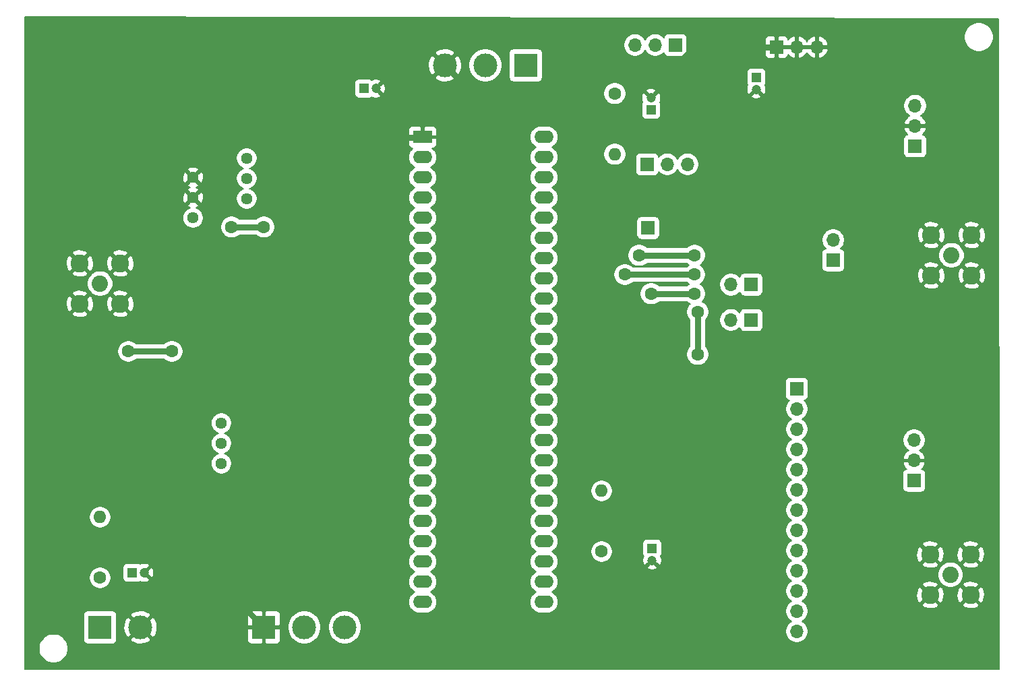
<source format=gbr>
%TF.GenerationSoftware,KiCad,Pcbnew,5.1.10-88a1d61d58~88~ubuntu18.04.1*%
%TF.CreationDate,2021-07-13T17:51:20-03:00*%
%TF.ProjectId,ASBF,41534246-2e6b-4696-9361-645f70636258,V1.1*%
%TF.SameCoordinates,Original*%
%TF.FileFunction,Copper,L2,Bot*%
%TF.FilePolarity,Positive*%
%FSLAX46Y46*%
G04 Gerber Fmt 4.6, Leading zero omitted, Abs format (unit mm)*
G04 Created by KiCad (PCBNEW 5.1.10-88a1d61d58~88~ubuntu18.04.1) date 2021-07-13 17:51:20*
%MOMM*%
%LPD*%
G01*
G04 APERTURE LIST*
%TA.AperFunction,ComponentPad*%
%ADD10C,3.000000*%
%TD*%
%TA.AperFunction,ComponentPad*%
%ADD11R,3.000000X3.000000*%
%TD*%
%TA.AperFunction,ComponentPad*%
%ADD12C,1.200000*%
%TD*%
%TA.AperFunction,ComponentPad*%
%ADD13R,1.200000X1.200000*%
%TD*%
%TA.AperFunction,ComponentPad*%
%ADD14O,2.400000X1.600000*%
%TD*%
%TA.AperFunction,ComponentPad*%
%ADD15R,2.400000X1.600000*%
%TD*%
%TA.AperFunction,ComponentPad*%
%ADD16C,1.440000*%
%TD*%
%TA.AperFunction,ComponentPad*%
%ADD17O,1.600000X1.600000*%
%TD*%
%TA.AperFunction,ComponentPad*%
%ADD18C,1.600000*%
%TD*%
%TA.AperFunction,ComponentPad*%
%ADD19C,2.250000*%
%TD*%
%TA.AperFunction,ComponentPad*%
%ADD20C,2.050000*%
%TD*%
%TA.AperFunction,ComponentPad*%
%ADD21O,1.700000X1.700000*%
%TD*%
%TA.AperFunction,ComponentPad*%
%ADD22R,1.700000X1.700000*%
%TD*%
%TA.AperFunction,ViaPad*%
%ADD23C,1.600000*%
%TD*%
%TA.AperFunction,Conductor*%
%ADD24C,0.800000*%
%TD*%
%TA.AperFunction,Conductor*%
%ADD25C,0.200000*%
%TD*%
%TA.AperFunction,Conductor*%
%ADD26C,0.100000*%
%TD*%
G04 APERTURE END LIST*
D10*
%TO.P,J2,2*%
%TO.N,GND*%
X82169000Y-96012000D03*
D11*
%TO.P,J2,1*%
%TO.N,+3V3*%
X77089000Y-96012000D03*
%TD*%
D12*
%TO.P,C12,2*%
%TO.N,GND*%
X159512000Y-28424000D03*
D13*
%TO.P,C12,1*%
%TO.N,+3V3*%
X159512000Y-26924000D03*
%TD*%
D12*
%TO.P,C17,2*%
%TO.N,GND*%
X146431000Y-87606000D03*
D13*
%TO.P,C17,1*%
%TO.N,Net-(C15-Pad1)*%
X146431000Y-86106000D03*
%TD*%
D12*
%TO.P,C16,2*%
%TO.N,GND*%
X146304000Y-29488000D03*
D13*
%TO.P,C16,1*%
%TO.N,Net-(C14-Pad1)*%
X146304000Y-30988000D03*
%TD*%
D14*
%TO.P,J4,48*%
%TO.N,+5V*%
X132842000Y-34417000D03*
%TO.P,J4,24*%
%TO.N,/FPGA_Conector/V8*%
X117602000Y-92837000D03*
%TO.P,J4,47*%
%TO.N,Net-(J17-Pad1)*%
X132842000Y-36957000D03*
%TO.P,J4,23*%
%TO.N,/FPGA_Conector/U8*%
X117602000Y-90297000D03*
%TO.P,J4,46*%
%TO.N,Net-(J17-Pad2)*%
X132842000Y-39497000D03*
%TO.P,J4,22*%
%TO.N,/FPGA_Conector/W7*%
X117602000Y-87757000D03*
%TO.P,J4,45*%
%TO.N,/FPGA_Conector/N1*%
X132842000Y-42037000D03*
%TO.P,J4,21*%
%TO.N,/FPGA_Conector/U7*%
X117602000Y-85217000D03*
%TO.P,J4,44*%
%TO.N,/FPGA_Conector/M2*%
X132842000Y-44577000D03*
%TO.P,J4,20*%
%TO.N,/FPGA_Conector/U3*%
X117602000Y-82677000D03*
%TO.P,J4,43*%
%TO.N,/DAC/DA11*%
X132842000Y-47117000D03*
%TO.P,J4,19*%
%TO.N,/FPGA_Conector/W6*%
X117602000Y-80137000D03*
%TO.P,J4,42*%
%TO.N,/DAC/DA10*%
X132842000Y-49657000D03*
%TO.P,J4,18*%
%TO.N,/FPGA_Conector/U2*%
X117602000Y-77597000D03*
%TO.P,J4,41*%
%TO.N,/DAC/DA9*%
X132842000Y-52197000D03*
%TO.P,J4,17*%
%TO.N,/FPGA_Conector/U5*%
X117602000Y-75057000D03*
%TO.P,J4,40*%
%TO.N,/FPGA_Conector/H2*%
X132842000Y-54737000D03*
%TO.P,J4,16*%
%TO.N,/FPGA_Conector/W4*%
X117602000Y-72517000D03*
%TO.P,J4,39*%
%TO.N,/FPGA_Conector/G3*%
X132842000Y-57277000D03*
%TO.P,J4,15*%
%TO.N,/FPGA_Conector/V5*%
X117602000Y-69977000D03*
%TO.P,J4,38*%
%TO.N,/DAC/DA8*%
X132842000Y-59817000D03*
%TO.P,J4,14*%
%TO.N,/FPGA_Conector/U4*%
X117602000Y-67437000D03*
%TO.P,J4,37*%
%TO.N,/DAC/DA7*%
X132842000Y-62357000D03*
%TO.P,J4,13*%
%TO.N,/FPGA_Conector/V4*%
X117602000Y-64897000D03*
%TO.P,J4,36*%
%TO.N,/DAC/DA6*%
X132842000Y-64897000D03*
%TO.P,J4,12*%
%TO.N,/FPGA_Conector/W5*%
X117602000Y-62357000D03*
%TO.P,J4,35*%
%TO.N,/DAC/DA5*%
X132842000Y-67437000D03*
%TO.P,J4,11*%
%TO.N,/ADC/D8*%
X117602000Y-59817000D03*
%TO.P,J4,34*%
%TO.N,/DAC/DA4*%
X132842000Y-69977000D03*
%TO.P,J4,10*%
%TO.N,/ADC/D7*%
X117602000Y-57277000D03*
%TO.P,J4,33*%
%TO.N,/FPGA_Conector/A14*%
X132842000Y-72517000D03*
%TO.P,J4,9*%
%TO.N,/ADC/D5*%
X117602000Y-54737000D03*
%TO.P,J4,32*%
%TO.N,/FPGA_Conector/B15*%
X132842000Y-75057000D03*
%TO.P,J4,8*%
%TO.N,/ADC/D4*%
X117602000Y-52197000D03*
%TO.P,J4,31*%
%TO.N,/FPGA_Conector/A15*%
X132842000Y-77597000D03*
%TO.P,J4,7*%
%TO.N,/ADC/D3*%
X117602000Y-49657000D03*
%TO.P,J4,30*%
%TO.N,/DAC/DA0*%
X132842000Y-80137000D03*
%TO.P,J4,6*%
%TO.N,/ADC/D2*%
X117602000Y-47117000D03*
%TO.P,J4,29*%
%TO.N,/FPGA_Conector/C15*%
X132842000Y-82677000D03*
%TO.P,J4,5*%
%TO.N,/ADC/D1*%
X117602000Y-44577000D03*
%TO.P,J4,28*%
%TO.N,/FPGA_Conector/K3*%
X132842000Y-85217000D03*
%TO.P,J4,4*%
%TO.N,/ADC/D0*%
X117602000Y-42037000D03*
%TO.P,J4,27*%
%TO.N,/FPGA_Conector/A16*%
X132842000Y-87757000D03*
%TO.P,J4,3*%
%TO.N,/ADC/CLK*%
X117602000Y-39497000D03*
%TO.P,J4,26*%
%TO.N,/FPGA_Conector/L3*%
X132842000Y-90297000D03*
%TO.P,J4,2*%
%TO.N,/ADC/PWR_DWN*%
X117602000Y-36957000D03*
%TO.P,J4,25*%
%TO.N,/FPGA_Conector/M3*%
X132842000Y-92837000D03*
D15*
%TO.P,J4,1*%
%TO.N,GND*%
X117602000Y-34417000D03*
%TD*%
D16*
%TO.P,RV3,3*%
%TO.N,Net-(R10-Pad1)*%
X95504000Y-42164000D03*
%TO.P,RV3,2*%
%TO.N,Net-(C4-Pad1)*%
X95504000Y-39624000D03*
%TO.P,RV3,1*%
%TO.N,Net-(R8-Pad2)*%
X95504000Y-37084000D03*
%TD*%
%TO.P,RV2,3*%
%TO.N,Net-(R6-Pad2)*%
X92329000Y-75438000D03*
%TO.P,RV2,2*%
%TO.N,Net-(C1-Pad2)*%
X92329000Y-72898000D03*
%TO.P,RV2,1*%
%TO.N,Net-(R2-Pad1)*%
X92329000Y-70358000D03*
%TD*%
%TO.P,RV1,3*%
%TO.N,Net-(R4-Pad1)*%
X88773000Y-44577000D03*
%TO.P,RV1,2*%
%TO.N,GND*%
X88773000Y-42037000D03*
%TO.P,RV1,1*%
X88773000Y-39497000D03*
%TD*%
D17*
%TO.P,L3,2*%
%TO.N,Net-(C15-Pad1)*%
X140081000Y-78867000D03*
D18*
%TO.P,L3,1*%
%TO.N,+3V3*%
X140081000Y-86487000D03*
%TD*%
D17*
%TO.P,L2,2*%
%TO.N,Net-(C14-Pad1)*%
X141732000Y-36576000D03*
D18*
%TO.P,L2,1*%
%TO.N,+3V3*%
X141732000Y-28956000D03*
%TD*%
D17*
%TO.P,L1,2*%
%TO.N,Net-(C10-Pad1)*%
X77089000Y-82169000D03*
D18*
%TO.P,L1,1*%
%TO.N,+3V3*%
X77089000Y-89789000D03*
%TD*%
D10*
%TO.P,J17,3*%
%TO.N,GND*%
X120396000Y-25400000D03*
%TO.P,J17,2*%
%TO.N,Net-(J17-Pad2)*%
X125476000Y-25400000D03*
D11*
%TO.P,J17,1*%
%TO.N,Net-(J17-Pad1)*%
X130556000Y-25400000D03*
%TD*%
D19*
%TO.P,J16,2*%
%TO.N,GND*%
X181483000Y-51816000D03*
X181483000Y-46736000D03*
X186563000Y-46736000D03*
X186563000Y-51816000D03*
D20*
%TO.P,J16,1*%
%TO.N,Net-(J16-Pad1)*%
X184023000Y-49276000D03*
%TD*%
D21*
%TO.P,J15,3*%
%TO.N,Net-(J15-Pad3)*%
X179451000Y-30480000D03*
%TO.P,J15,2*%
%TO.N,GND*%
X179451000Y-33020000D03*
D22*
%TO.P,J15,1*%
%TO.N,Net-(J15-Pad1)*%
X179451000Y-35560000D03*
%TD*%
D21*
%TO.P,J14,2*%
%TO.N,Net-(C24-Pad1)*%
X169164000Y-47371000D03*
D22*
%TO.P,J14,1*%
%TO.N,Net-(C20-Pad1)*%
X169164000Y-49911000D03*
%TD*%
D21*
%TO.P,J13,3*%
%TO.N,GND*%
X167132000Y-23114000D03*
%TO.P,J13,2*%
X164592000Y-23114000D03*
D22*
%TO.P,J13,1*%
X162052000Y-23114000D03*
%TD*%
D21*
%TO.P,J12,3*%
%TO.N,+3V3*%
X144272000Y-22860000D03*
%TO.P,J12,2*%
X146812000Y-22860000D03*
D22*
%TO.P,J12,1*%
X149352000Y-22860000D03*
%TD*%
D21*
%TO.P,J11,3*%
%TO.N,Net-(J11-Pad3)*%
X150876000Y-37846000D03*
%TO.P,J11,2*%
%TO.N,Net-(C19-Pad1)*%
X148336000Y-37846000D03*
D22*
%TO.P,J11,1*%
%TO.N,Net-(J11-Pad1)*%
X145796000Y-37846000D03*
%TD*%
%TO.P,J10,1*%
%TO.N,Net-(C22-Pad1)*%
X145923000Y-45847000D03*
%TD*%
D21*
%TO.P,J9,2*%
%TO.N,Net-(J9-Pad2)*%
X156337000Y-52959000D03*
D22*
%TO.P,J9,1*%
%TO.N,Net-(C23-Pad1)*%
X158877000Y-52959000D03*
%TD*%
D21*
%TO.P,J8,2*%
%TO.N,Net-(J8-Pad2)*%
X156337000Y-57404000D03*
D22*
%TO.P,J8,1*%
%TO.N,Net-(C21-Pad2)*%
X158877000Y-57404000D03*
%TD*%
D21*
%TO.P,J7,13*%
%TO.N,Net-(J7-Pad13)*%
X164592000Y-96520000D03*
%TO.P,J7,12*%
%TO.N,Net-(J7-Pad12)*%
X164592000Y-93980000D03*
%TO.P,J7,11*%
%TO.N,Net-(J7-Pad11)*%
X164592000Y-91440000D03*
%TO.P,J7,10*%
%TO.N,Net-(J7-Pad10)*%
X164592000Y-88900000D03*
%TO.P,J7,9*%
%TO.N,Net-(J7-Pad9)*%
X164592000Y-86360000D03*
%TO.P,J7,8*%
%TO.N,Net-(J7-Pad8)*%
X164592000Y-83820000D03*
%TO.P,J7,7*%
%TO.N,Net-(J7-Pad7)*%
X164592000Y-81280000D03*
%TO.P,J7,6*%
%TO.N,Net-(J7-Pad6)*%
X164592000Y-78740000D03*
%TO.P,J7,5*%
%TO.N,Net-(J7-Pad5)*%
X164592000Y-76200000D03*
%TO.P,J7,4*%
%TO.N,Net-(J7-Pad4)*%
X164592000Y-73660000D03*
%TO.P,J7,3*%
%TO.N,Net-(J7-Pad3)*%
X164592000Y-71120000D03*
%TO.P,J7,2*%
%TO.N,Net-(J7-Pad2)*%
X164592000Y-68580000D03*
D22*
%TO.P,J7,1*%
%TO.N,Net-(J7-Pad1)*%
X164592000Y-66040000D03*
%TD*%
D19*
%TO.P,J6,2*%
%TO.N,GND*%
X181356000Y-91948000D03*
X181356000Y-86868000D03*
X186436000Y-86868000D03*
X186436000Y-91948000D03*
D20*
%TO.P,J6,1*%
%TO.N,Net-(J6-Pad1)*%
X183896000Y-89408000D03*
%TD*%
D21*
%TO.P,J5,3*%
%TO.N,Net-(J5-Pad3)*%
X179324000Y-72517000D03*
%TO.P,J5,2*%
%TO.N,GND*%
X179324000Y-75057000D03*
D22*
%TO.P,J5,1*%
%TO.N,Net-(J5-Pad1)*%
X179324000Y-77597000D03*
%TD*%
D10*
%TO.P,J3,3*%
%TO.N,+5V*%
X107823000Y-96012000D03*
%TO.P,J3,2*%
%TO.N,-5V*%
X102743000Y-96012000D03*
D11*
%TO.P,J3,1*%
%TO.N,GND*%
X97663000Y-96012000D03*
%TD*%
D19*
%TO.P,J1,2*%
%TO.N,GND*%
X74549000Y-55372000D03*
X74549000Y-50292000D03*
X79629000Y-50292000D03*
X79629000Y-55372000D03*
D20*
%TO.P,J1,1*%
%TO.N,Net-(J1-Pad1)*%
X77089000Y-52832000D03*
%TD*%
D12*
%TO.P,C10,2*%
%TO.N,GND*%
X111736000Y-28321000D03*
D13*
%TO.P,C10,1*%
%TO.N,Net-(C10-Pad1)*%
X110236000Y-28321000D03*
%TD*%
D12*
%TO.P,C9,2*%
%TO.N,GND*%
X82653000Y-89154000D03*
D13*
%TO.P,C9,1*%
%TO.N,+3V3*%
X81153000Y-89154000D03*
%TD*%
D23*
%TO.N,GND*%
X148082000Y-26797000D03*
%TO.N,Net-(J11-Pad3)*%
X152146000Y-56388000D03*
X152146000Y-61722000D03*
%TO.N,GND*%
X143129000Y-42672000D03*
X155067000Y-64008000D03*
%TO.N,Net-(R17-Pad1)*%
X144780000Y-49276000D03*
%TO.N,Net-(C24-Pad1)*%
X151765000Y-51689000D03*
X143002000Y-51689000D03*
%TO.N,Net-(R17-Pad1)*%
X151765000Y-49276000D03*
%TO.N,Net-(J9-Pad2)*%
X151765000Y-54102000D03*
%TO.N,GND*%
X149733000Y-90805000D03*
%TO.N,+3V3*%
X80645000Y-61341000D03*
X86106000Y-61341000D03*
%TO.N,Net-(C6-Pad1)*%
X93599000Y-45720000D03*
X97663000Y-45720000D03*
%TO.N,GND*%
X88773000Y-36449000D03*
X99822000Y-38989000D03*
X97536000Y-50419000D03*
X104140000Y-59817000D03*
X150622000Y-79756000D03*
X160147000Y-44323000D03*
%TO.N,Net-(J9-Pad2)*%
X146304000Y-54102000D03*
%TD*%
D24*
%TO.N,+3V3*%
X80645000Y-61341000D02*
X86106000Y-61341000D01*
%TO.N,Net-(C6-Pad1)*%
X93599000Y-45720000D02*
X97663000Y-45720000D01*
%TO.N,GND*%
X99822000Y-38989000D02*
X103886000Y-38989000D01*
X103886000Y-38989000D02*
X108395000Y-34480000D01*
X97536000Y-50419000D02*
X100584000Y-47371000D01*
X100584000Y-39751000D02*
X99822000Y-38989000D01*
X100584000Y-47371000D02*
X100584000Y-39751000D01*
X97790000Y-59817000D02*
X97536000Y-59563000D01*
X104140000Y-59817000D02*
X97790000Y-59817000D01*
X97536000Y-59563000D02*
X97536000Y-50419000D01*
X149733000Y-80645000D02*
X150622000Y-79756000D01*
X149733000Y-90805000D02*
X149733000Y-80645000D01*
X151765000Y-23114000D02*
X162052000Y-23114000D01*
X148082000Y-26797000D02*
X151765000Y-23114000D01*
X160227001Y-44403001D02*
X160147000Y-44323000D01*
X117539000Y-34480000D02*
X117602000Y-34417000D01*
X108395000Y-34480000D02*
X117539000Y-34480000D01*
X158496000Y-42672000D02*
X160147000Y-44323000D01*
X143129000Y-42672000D02*
X158496000Y-42672000D01*
X147066000Y-25781000D02*
X148082000Y-26797000D01*
X138557000Y-25781000D02*
X147066000Y-25781000D01*
X133604000Y-30734000D02*
X138557000Y-25781000D01*
X125730000Y-30734000D02*
X133604000Y-30734000D01*
X120396000Y-25400000D02*
X125730000Y-30734000D01*
X148082000Y-26797000D02*
X150622000Y-29337000D01*
X150622000Y-29337000D02*
X150622000Y-32131000D01*
X150622000Y-32131000D02*
X149352000Y-33401000D01*
X149352000Y-33401000D02*
X137922000Y-33401000D01*
X137922000Y-33401000D02*
X137414000Y-33909000D01*
X137414000Y-33909000D02*
X137414000Y-41021000D01*
X139065000Y-42672000D02*
X143129000Y-42672000D01*
X137414000Y-41021000D02*
X139065000Y-42672000D01*
X160147000Y-44323000D02*
X160147000Y-45847000D01*
X160147000Y-45847000D02*
X163068000Y-48768000D01*
X163068000Y-48768000D02*
X163068000Y-58801000D01*
X157861000Y-64008000D02*
X155067000Y-64008000D01*
X163068000Y-58801000D02*
X157861000Y-64008000D01*
X104140000Y-59817000D02*
X104140000Y-77470000D01*
X104140000Y-77470000D02*
X94996000Y-86614000D01*
X94996000Y-93345000D02*
X97663000Y-96012000D01*
X94996000Y-86614000D02*
X94996000Y-93345000D01*
%TO.N,Net-(C24-Pad1)*%
X143002000Y-51689000D02*
X151765000Y-51689000D01*
%TO.N,Net-(J11-Pad3)*%
X152146000Y-56388000D02*
X152146000Y-61722000D01*
%TO.N,Net-(R17-Pad1)*%
X144780000Y-49276000D02*
X151765000Y-49276000D01*
%TO.N,Net-(J9-Pad2)*%
X146304000Y-54102000D02*
X151765000Y-54102000D01*
%TD*%
D25*
%TO.N,GND*%
X189875955Y-19546716D02*
X190001042Y-101229000D01*
X67681000Y-101229000D01*
X67681000Y-98496791D01*
X69397000Y-98496791D01*
X69397000Y-98861209D01*
X69468095Y-99218625D01*
X69607552Y-99555303D01*
X69810011Y-99858306D01*
X70067694Y-100115989D01*
X70370697Y-100318448D01*
X70707375Y-100457905D01*
X71064791Y-100529000D01*
X71429209Y-100529000D01*
X71786625Y-100457905D01*
X72123303Y-100318448D01*
X72426306Y-100115989D01*
X72683989Y-99858306D01*
X72886448Y-99555303D01*
X73025905Y-99218625D01*
X73097000Y-98861209D01*
X73097000Y-98496791D01*
X73025905Y-98139375D01*
X72886448Y-97802697D01*
X72683989Y-97499694D01*
X72426306Y-97242011D01*
X72123303Y-97039552D01*
X71786625Y-96900095D01*
X71429209Y-96829000D01*
X71064791Y-96829000D01*
X70707375Y-96900095D01*
X70370697Y-97039552D01*
X70067694Y-97242011D01*
X69810011Y-97499694D01*
X69607552Y-97802697D01*
X69468095Y-98139375D01*
X69397000Y-98496791D01*
X67681000Y-98496791D01*
X67681000Y-94512000D01*
X74986097Y-94512000D01*
X74986097Y-97512000D01*
X74997682Y-97629621D01*
X75031990Y-97742721D01*
X75087704Y-97846955D01*
X75162683Y-97938317D01*
X75254045Y-98013296D01*
X75358279Y-98069010D01*
X75471379Y-98103318D01*
X75589000Y-98114903D01*
X78589000Y-98114903D01*
X78706621Y-98103318D01*
X78819721Y-98069010D01*
X78923955Y-98013296D01*
X79015317Y-97938317D01*
X79090296Y-97846955D01*
X79146010Y-97742721D01*
X79180318Y-97629621D01*
X79191903Y-97512000D01*
X79191903Y-97506937D01*
X80891852Y-97506937D01*
X81051837Y-97811644D01*
X81424396Y-97995012D01*
X81825570Y-98102174D01*
X82239942Y-98129012D01*
X82651587Y-98074494D01*
X83044687Y-97940716D01*
X83286163Y-97811644D01*
X83443489Y-97512000D01*
X95552058Y-97512000D01*
X95563797Y-97631189D01*
X95598563Y-97745797D01*
X95655020Y-97851421D01*
X95730999Y-97944001D01*
X95823579Y-98019980D01*
X95929203Y-98076437D01*
X96043811Y-98111203D01*
X96163000Y-98122942D01*
X97357000Y-98120000D01*
X97509000Y-97968000D01*
X97509000Y-96166000D01*
X97817000Y-96166000D01*
X97817000Y-97968000D01*
X97969000Y-98120000D01*
X99163000Y-98122942D01*
X99282189Y-98111203D01*
X99396797Y-98076437D01*
X99502421Y-98019980D01*
X99595001Y-97944001D01*
X99670980Y-97851421D01*
X99727437Y-97745797D01*
X99762203Y-97631189D01*
X99773942Y-97512000D01*
X99771000Y-96318000D01*
X99619000Y-96166000D01*
X97817000Y-96166000D01*
X97509000Y-96166000D01*
X95707000Y-96166000D01*
X95555000Y-96318000D01*
X95552058Y-97512000D01*
X83443489Y-97512000D01*
X83446148Y-97506937D01*
X82169000Y-96229789D01*
X80891852Y-97506937D01*
X79191903Y-97506937D01*
X79191903Y-96082942D01*
X80051988Y-96082942D01*
X80106506Y-96494587D01*
X80240284Y-96887687D01*
X80369356Y-97129163D01*
X80674063Y-97289148D01*
X81951211Y-96012000D01*
X82386789Y-96012000D01*
X83663937Y-97289148D01*
X83968644Y-97129163D01*
X84152012Y-96756604D01*
X84259174Y-96355430D01*
X84286012Y-95941058D01*
X84231494Y-95529413D01*
X84097716Y-95136313D01*
X83968644Y-94894837D01*
X83663937Y-94734852D01*
X82386789Y-96012000D01*
X81951211Y-96012000D01*
X80674063Y-94734852D01*
X80369356Y-94894837D01*
X80185988Y-95267396D01*
X80078826Y-95668570D01*
X80051988Y-96082942D01*
X79191903Y-96082942D01*
X79191903Y-94517063D01*
X80891852Y-94517063D01*
X82169000Y-95794211D01*
X83446148Y-94517063D01*
X83443490Y-94512000D01*
X95552058Y-94512000D01*
X95555000Y-95706000D01*
X95707000Y-95858000D01*
X97509000Y-95858000D01*
X97509000Y-94056000D01*
X97817000Y-94056000D01*
X97817000Y-95858000D01*
X99619000Y-95858000D01*
X99671832Y-95805168D01*
X100643000Y-95805168D01*
X100643000Y-96218832D01*
X100723702Y-96624547D01*
X100882004Y-97006723D01*
X101111823Y-97350672D01*
X101404328Y-97643177D01*
X101748277Y-97872996D01*
X102130453Y-98031298D01*
X102536168Y-98112000D01*
X102949832Y-98112000D01*
X103355547Y-98031298D01*
X103737723Y-97872996D01*
X104081672Y-97643177D01*
X104374177Y-97350672D01*
X104603996Y-97006723D01*
X104762298Y-96624547D01*
X104843000Y-96218832D01*
X104843000Y-95805168D01*
X105723000Y-95805168D01*
X105723000Y-96218832D01*
X105803702Y-96624547D01*
X105962004Y-97006723D01*
X106191823Y-97350672D01*
X106484328Y-97643177D01*
X106828277Y-97872996D01*
X107210453Y-98031298D01*
X107616168Y-98112000D01*
X108029832Y-98112000D01*
X108435547Y-98031298D01*
X108817723Y-97872996D01*
X109161672Y-97643177D01*
X109454177Y-97350672D01*
X109683996Y-97006723D01*
X109842298Y-96624547D01*
X109923000Y-96218832D01*
X109923000Y-95805168D01*
X109842298Y-95399453D01*
X109683996Y-95017277D01*
X109454177Y-94673328D01*
X109161672Y-94380823D01*
X108817723Y-94151004D01*
X108435547Y-93992702D01*
X108029832Y-93912000D01*
X107616168Y-93912000D01*
X107210453Y-93992702D01*
X106828277Y-94151004D01*
X106484328Y-94380823D01*
X106191823Y-94673328D01*
X105962004Y-95017277D01*
X105803702Y-95399453D01*
X105723000Y-95805168D01*
X104843000Y-95805168D01*
X104762298Y-95399453D01*
X104603996Y-95017277D01*
X104374177Y-94673328D01*
X104081672Y-94380823D01*
X103737723Y-94151004D01*
X103355547Y-93992702D01*
X102949832Y-93912000D01*
X102536168Y-93912000D01*
X102130453Y-93992702D01*
X101748277Y-94151004D01*
X101404328Y-94380823D01*
X101111823Y-94673328D01*
X100882004Y-95017277D01*
X100723702Y-95399453D01*
X100643000Y-95805168D01*
X99671832Y-95805168D01*
X99771000Y-95706000D01*
X99773942Y-94512000D01*
X99762203Y-94392811D01*
X99727437Y-94278203D01*
X99670980Y-94172579D01*
X99595001Y-94079999D01*
X99502421Y-94004020D01*
X99396797Y-93947563D01*
X99282189Y-93912797D01*
X99163000Y-93901058D01*
X97969000Y-93904000D01*
X97817000Y-94056000D01*
X97509000Y-94056000D01*
X97357000Y-93904000D01*
X96163000Y-93901058D01*
X96043811Y-93912797D01*
X95929203Y-93947563D01*
X95823579Y-94004020D01*
X95730999Y-94079999D01*
X95655020Y-94172579D01*
X95598563Y-94278203D01*
X95563797Y-94392811D01*
X95552058Y-94512000D01*
X83443490Y-94512000D01*
X83286163Y-94212356D01*
X82913604Y-94028988D01*
X82512430Y-93921826D01*
X82098058Y-93894988D01*
X81686413Y-93949506D01*
X81293313Y-94083284D01*
X81051837Y-94212356D01*
X80891852Y-94517063D01*
X79191903Y-94517063D01*
X79191903Y-94512000D01*
X79180318Y-94394379D01*
X79146010Y-94281279D01*
X79090296Y-94177045D01*
X79015317Y-94085683D01*
X78923955Y-94010704D01*
X78819721Y-93954990D01*
X78706621Y-93920682D01*
X78589000Y-93909097D01*
X75589000Y-93909097D01*
X75471379Y-93920682D01*
X75358279Y-93954990D01*
X75254045Y-94010704D01*
X75162683Y-94085683D01*
X75087704Y-94177045D01*
X75031990Y-94281279D01*
X74997682Y-94394379D01*
X74986097Y-94512000D01*
X67681000Y-94512000D01*
X67681000Y-89651112D01*
X75689000Y-89651112D01*
X75689000Y-89926888D01*
X75742801Y-90197365D01*
X75848336Y-90452149D01*
X76001549Y-90681448D01*
X76196552Y-90876451D01*
X76425851Y-91029664D01*
X76680635Y-91135199D01*
X76951112Y-91189000D01*
X77226888Y-91189000D01*
X77497365Y-91135199D01*
X77752149Y-91029664D01*
X77981448Y-90876451D01*
X78176451Y-90681448D01*
X78329664Y-90452149D01*
X78435199Y-90197365D01*
X78489000Y-89926888D01*
X78489000Y-89651112D01*
X78435199Y-89380635D01*
X78329664Y-89125851D01*
X78176451Y-88896552D01*
X77981448Y-88701549D01*
X77760626Y-88554000D01*
X79950097Y-88554000D01*
X79950097Y-89754000D01*
X79961682Y-89871621D01*
X79995990Y-89984721D01*
X80051704Y-90088955D01*
X80126683Y-90180317D01*
X80218045Y-90255296D01*
X80322279Y-90311010D01*
X80435379Y-90345318D01*
X80553000Y-90356903D01*
X81753000Y-90356903D01*
X81870621Y-90345318D01*
X81983721Y-90311010D01*
X82087955Y-90255296D01*
X82111200Y-90236219D01*
X82288773Y-90311911D01*
X82521668Y-90360719D01*
X82759611Y-90363155D01*
X82993457Y-90319122D01*
X83214219Y-90230314D01*
X83236126Y-90218604D01*
X83287005Y-90005794D01*
X82653000Y-89371789D01*
X82638858Y-89385931D01*
X82421069Y-89168142D01*
X82435211Y-89154000D01*
X82870789Y-89154000D01*
X83504794Y-89788005D01*
X83717604Y-89737126D01*
X83810911Y-89518227D01*
X83859719Y-89285332D01*
X83862155Y-89047389D01*
X83818122Y-88813543D01*
X83729314Y-88592781D01*
X83717604Y-88570874D01*
X83504794Y-88519995D01*
X82870789Y-89154000D01*
X82435211Y-89154000D01*
X82421069Y-89139858D01*
X82638858Y-88922069D01*
X82653000Y-88936211D01*
X83287005Y-88302206D01*
X83236126Y-88089396D01*
X83017227Y-87996089D01*
X82784332Y-87947281D01*
X82546389Y-87944845D01*
X82312543Y-87988878D01*
X82109641Y-88070501D01*
X82087955Y-88052704D01*
X81983721Y-87996990D01*
X81870621Y-87962682D01*
X81753000Y-87951097D01*
X80553000Y-87951097D01*
X80435379Y-87962682D01*
X80322279Y-87996990D01*
X80218045Y-88052704D01*
X80126683Y-88127683D01*
X80051704Y-88219045D01*
X79995990Y-88323279D01*
X79961682Y-88436379D01*
X79950097Y-88554000D01*
X77760626Y-88554000D01*
X77752149Y-88548336D01*
X77497365Y-88442801D01*
X77226888Y-88389000D01*
X76951112Y-88389000D01*
X76680635Y-88442801D01*
X76425851Y-88548336D01*
X76196552Y-88701549D01*
X76001549Y-88896552D01*
X75848336Y-89125851D01*
X75742801Y-89380635D01*
X75689000Y-89651112D01*
X67681000Y-89651112D01*
X67681000Y-82031112D01*
X75689000Y-82031112D01*
X75689000Y-82306888D01*
X75742801Y-82577365D01*
X75848336Y-82832149D01*
X76001549Y-83061448D01*
X76196552Y-83256451D01*
X76425851Y-83409664D01*
X76680635Y-83515199D01*
X76951112Y-83569000D01*
X77226888Y-83569000D01*
X77497365Y-83515199D01*
X77752149Y-83409664D01*
X77981448Y-83256451D01*
X78176451Y-83061448D01*
X78329664Y-82832149D01*
X78435199Y-82577365D01*
X78489000Y-82306888D01*
X78489000Y-82031112D01*
X78435199Y-81760635D01*
X78329664Y-81505851D01*
X78176451Y-81276552D01*
X77981448Y-81081549D01*
X77752149Y-80928336D01*
X77497365Y-80822801D01*
X77226888Y-80769000D01*
X76951112Y-80769000D01*
X76680635Y-80822801D01*
X76425851Y-80928336D01*
X76196552Y-81081549D01*
X76001549Y-81276552D01*
X75848336Y-81505851D01*
X75742801Y-81760635D01*
X75689000Y-82031112D01*
X67681000Y-82031112D01*
X67681000Y-70227991D01*
X91009000Y-70227991D01*
X91009000Y-70488009D01*
X91059727Y-70743030D01*
X91159231Y-70983255D01*
X91303689Y-71199451D01*
X91487549Y-71383311D01*
X91703745Y-71527769D01*
X91943970Y-71627273D01*
X91947625Y-71628000D01*
X91943970Y-71628727D01*
X91703745Y-71728231D01*
X91487549Y-71872689D01*
X91303689Y-72056549D01*
X91159231Y-72272745D01*
X91059727Y-72512970D01*
X91009000Y-72767991D01*
X91009000Y-73028009D01*
X91059727Y-73283030D01*
X91159231Y-73523255D01*
X91303689Y-73739451D01*
X91487549Y-73923311D01*
X91703745Y-74067769D01*
X91943970Y-74167273D01*
X91947625Y-74168000D01*
X91943970Y-74168727D01*
X91703745Y-74268231D01*
X91487549Y-74412689D01*
X91303689Y-74596549D01*
X91159231Y-74812745D01*
X91059727Y-75052970D01*
X91009000Y-75307991D01*
X91009000Y-75568009D01*
X91059727Y-75823030D01*
X91159231Y-76063255D01*
X91303689Y-76279451D01*
X91487549Y-76463311D01*
X91703745Y-76607769D01*
X91943970Y-76707273D01*
X92198991Y-76758000D01*
X92459009Y-76758000D01*
X92714030Y-76707273D01*
X92954255Y-76607769D01*
X93170451Y-76463311D01*
X93354311Y-76279451D01*
X93498769Y-76063255D01*
X93598273Y-75823030D01*
X93649000Y-75568009D01*
X93649000Y-75307991D01*
X93598273Y-75052970D01*
X93498769Y-74812745D01*
X93354311Y-74596549D01*
X93170451Y-74412689D01*
X92954255Y-74268231D01*
X92714030Y-74168727D01*
X92710375Y-74168000D01*
X92714030Y-74167273D01*
X92954255Y-74067769D01*
X93170451Y-73923311D01*
X93354311Y-73739451D01*
X93498769Y-73523255D01*
X93598273Y-73283030D01*
X93649000Y-73028009D01*
X93649000Y-72767991D01*
X93598273Y-72512970D01*
X93498769Y-72272745D01*
X93354311Y-72056549D01*
X93170451Y-71872689D01*
X92954255Y-71728231D01*
X92714030Y-71628727D01*
X92710375Y-71628000D01*
X92714030Y-71627273D01*
X92954255Y-71527769D01*
X93170451Y-71383311D01*
X93354311Y-71199451D01*
X93498769Y-70983255D01*
X93598273Y-70743030D01*
X93649000Y-70488009D01*
X93649000Y-70227991D01*
X93598273Y-69972970D01*
X93498769Y-69732745D01*
X93354311Y-69516549D01*
X93170451Y-69332689D01*
X92954255Y-69188231D01*
X92714030Y-69088727D01*
X92459009Y-69038000D01*
X92198991Y-69038000D01*
X91943970Y-69088727D01*
X91703745Y-69188231D01*
X91487549Y-69332689D01*
X91303689Y-69516549D01*
X91159231Y-69732745D01*
X91059727Y-69972970D01*
X91009000Y-70227991D01*
X67681000Y-70227991D01*
X67681000Y-61203112D01*
X79245000Y-61203112D01*
X79245000Y-61478888D01*
X79298801Y-61749365D01*
X79404336Y-62004149D01*
X79557549Y-62233448D01*
X79752552Y-62428451D01*
X79981851Y-62581664D01*
X80236635Y-62687199D01*
X80507112Y-62741000D01*
X80782888Y-62741000D01*
X81053365Y-62687199D01*
X81308149Y-62581664D01*
X81537448Y-62428451D01*
X81624899Y-62341000D01*
X85126101Y-62341000D01*
X85213552Y-62428451D01*
X85442851Y-62581664D01*
X85697635Y-62687199D01*
X85968112Y-62741000D01*
X86243888Y-62741000D01*
X86514365Y-62687199D01*
X86769149Y-62581664D01*
X86998448Y-62428451D01*
X87193451Y-62233448D01*
X87346664Y-62004149D01*
X87452199Y-61749365D01*
X87506000Y-61478888D01*
X87506000Y-61203112D01*
X87452199Y-60932635D01*
X87346664Y-60677851D01*
X87193451Y-60448552D01*
X86998448Y-60253549D01*
X86769149Y-60100336D01*
X86514365Y-59994801D01*
X86243888Y-59941000D01*
X85968112Y-59941000D01*
X85697635Y-59994801D01*
X85442851Y-60100336D01*
X85213552Y-60253549D01*
X85126101Y-60341000D01*
X81624899Y-60341000D01*
X81537448Y-60253549D01*
X81308149Y-60100336D01*
X81053365Y-59994801D01*
X80782888Y-59941000D01*
X80507112Y-59941000D01*
X80236635Y-59994801D01*
X79981851Y-60100336D01*
X79752552Y-60253549D01*
X79557549Y-60448552D01*
X79404336Y-60677851D01*
X79298801Y-60932635D01*
X79245000Y-61203112D01*
X67681000Y-61203112D01*
X67681000Y-56599472D01*
X73539317Y-56599472D01*
X73654038Y-56865809D01*
X73962663Y-57011704D01*
X74293820Y-57094586D01*
X74634783Y-57111271D01*
X74972449Y-57061115D01*
X75293843Y-56946049D01*
X75443962Y-56865809D01*
X75558683Y-56599472D01*
X78619317Y-56599472D01*
X78734038Y-56865809D01*
X79042663Y-57011704D01*
X79373820Y-57094586D01*
X79714783Y-57111271D01*
X80052449Y-57061115D01*
X80373843Y-56946049D01*
X80523962Y-56865809D01*
X80638683Y-56599472D01*
X79629000Y-55589789D01*
X78619317Y-56599472D01*
X75558683Y-56599472D01*
X74549000Y-55589789D01*
X73539317Y-56599472D01*
X67681000Y-56599472D01*
X67681000Y-55457783D01*
X72809729Y-55457783D01*
X72859885Y-55795449D01*
X72974951Y-56116843D01*
X73055191Y-56266962D01*
X73321528Y-56381683D01*
X74331211Y-55372000D01*
X74766789Y-55372000D01*
X75776472Y-56381683D01*
X76042809Y-56266962D01*
X76188704Y-55958337D01*
X76271586Y-55627180D01*
X76279875Y-55457783D01*
X77889729Y-55457783D01*
X77939885Y-55795449D01*
X78054951Y-56116843D01*
X78135191Y-56266962D01*
X78401528Y-56381683D01*
X79411211Y-55372000D01*
X79846789Y-55372000D01*
X80856472Y-56381683D01*
X81122809Y-56266962D01*
X81268704Y-55958337D01*
X81351586Y-55627180D01*
X81368271Y-55286217D01*
X81318115Y-54948551D01*
X81203049Y-54627157D01*
X81122809Y-54477038D01*
X80856472Y-54362317D01*
X79846789Y-55372000D01*
X79411211Y-55372000D01*
X78401528Y-54362317D01*
X78135191Y-54477038D01*
X77989296Y-54785663D01*
X77906414Y-55116820D01*
X77889729Y-55457783D01*
X76279875Y-55457783D01*
X76288271Y-55286217D01*
X76238115Y-54948551D01*
X76123049Y-54627157D01*
X76042809Y-54477038D01*
X75776472Y-54362317D01*
X74766789Y-55372000D01*
X74331211Y-55372000D01*
X73321528Y-54362317D01*
X73055191Y-54477038D01*
X72909296Y-54785663D01*
X72826414Y-55116820D01*
X72809729Y-55457783D01*
X67681000Y-55457783D01*
X67681000Y-54144528D01*
X73539317Y-54144528D01*
X74549000Y-55154211D01*
X75558683Y-54144528D01*
X75443962Y-53878191D01*
X75135337Y-53732296D01*
X74804180Y-53649414D01*
X74463217Y-53632729D01*
X74125551Y-53682885D01*
X73804157Y-53797951D01*
X73654038Y-53878191D01*
X73539317Y-54144528D01*
X67681000Y-54144528D01*
X67681000Y-52671951D01*
X75464000Y-52671951D01*
X75464000Y-52992049D01*
X75526448Y-53305995D01*
X75648943Y-53601726D01*
X75826780Y-53867877D01*
X76053123Y-54094220D01*
X76319274Y-54272057D01*
X76615005Y-54394552D01*
X76928951Y-54457000D01*
X77249049Y-54457000D01*
X77562995Y-54394552D01*
X77858726Y-54272057D01*
X78049586Y-54144528D01*
X78619317Y-54144528D01*
X79629000Y-55154211D01*
X80638683Y-54144528D01*
X80523962Y-53878191D01*
X80215337Y-53732296D01*
X79884180Y-53649414D01*
X79543217Y-53632729D01*
X79205551Y-53682885D01*
X78884157Y-53797951D01*
X78734038Y-53878191D01*
X78619317Y-54144528D01*
X78049586Y-54144528D01*
X78124877Y-54094220D01*
X78351220Y-53867877D01*
X78529057Y-53601726D01*
X78651552Y-53305995D01*
X78714000Y-52992049D01*
X78714000Y-52671951D01*
X78651552Y-52358005D01*
X78529057Y-52062274D01*
X78351220Y-51796123D01*
X78124877Y-51569780D01*
X78049587Y-51519472D01*
X78619317Y-51519472D01*
X78734038Y-51785809D01*
X79042663Y-51931704D01*
X79373820Y-52014586D01*
X79714783Y-52031271D01*
X80052449Y-51981115D01*
X80373843Y-51866049D01*
X80523962Y-51785809D01*
X80638683Y-51519472D01*
X79629000Y-50509789D01*
X78619317Y-51519472D01*
X78049587Y-51519472D01*
X77858726Y-51391943D01*
X77562995Y-51269448D01*
X77249049Y-51207000D01*
X76928951Y-51207000D01*
X76615005Y-51269448D01*
X76319274Y-51391943D01*
X76053123Y-51569780D01*
X75826780Y-51796123D01*
X75648943Y-52062274D01*
X75526448Y-52358005D01*
X75464000Y-52671951D01*
X67681000Y-52671951D01*
X67681000Y-51519472D01*
X73539317Y-51519472D01*
X73654038Y-51785809D01*
X73962663Y-51931704D01*
X74293820Y-52014586D01*
X74634783Y-52031271D01*
X74972449Y-51981115D01*
X75293843Y-51866049D01*
X75443962Y-51785809D01*
X75558683Y-51519472D01*
X74549000Y-50509789D01*
X73539317Y-51519472D01*
X67681000Y-51519472D01*
X67681000Y-50377783D01*
X72809729Y-50377783D01*
X72859885Y-50715449D01*
X72974951Y-51036843D01*
X73055191Y-51186962D01*
X73321528Y-51301683D01*
X74331211Y-50292000D01*
X74766789Y-50292000D01*
X75776472Y-51301683D01*
X76042809Y-51186962D01*
X76188704Y-50878337D01*
X76271586Y-50547180D01*
X76279875Y-50377783D01*
X77889729Y-50377783D01*
X77939885Y-50715449D01*
X78054951Y-51036843D01*
X78135191Y-51186962D01*
X78401528Y-51301683D01*
X79411211Y-50292000D01*
X79846789Y-50292000D01*
X80856472Y-51301683D01*
X81122809Y-51186962D01*
X81268704Y-50878337D01*
X81351586Y-50547180D01*
X81368271Y-50206217D01*
X81318115Y-49868551D01*
X81203049Y-49547157D01*
X81122809Y-49397038D01*
X80856472Y-49282317D01*
X79846789Y-50292000D01*
X79411211Y-50292000D01*
X78401528Y-49282317D01*
X78135191Y-49397038D01*
X77989296Y-49705663D01*
X77906414Y-50036820D01*
X77889729Y-50377783D01*
X76279875Y-50377783D01*
X76288271Y-50206217D01*
X76238115Y-49868551D01*
X76123049Y-49547157D01*
X76042809Y-49397038D01*
X75776472Y-49282317D01*
X74766789Y-50292000D01*
X74331211Y-50292000D01*
X73321528Y-49282317D01*
X73055191Y-49397038D01*
X72909296Y-49705663D01*
X72826414Y-50036820D01*
X72809729Y-50377783D01*
X67681000Y-50377783D01*
X67681000Y-49064528D01*
X73539317Y-49064528D01*
X74549000Y-50074211D01*
X75558683Y-49064528D01*
X78619317Y-49064528D01*
X79629000Y-50074211D01*
X80638683Y-49064528D01*
X80523962Y-48798191D01*
X80215337Y-48652296D01*
X79884180Y-48569414D01*
X79543217Y-48552729D01*
X79205551Y-48602885D01*
X78884157Y-48717951D01*
X78734038Y-48798191D01*
X78619317Y-49064528D01*
X75558683Y-49064528D01*
X75443962Y-48798191D01*
X75135337Y-48652296D01*
X74804180Y-48569414D01*
X74463217Y-48552729D01*
X74125551Y-48602885D01*
X73804157Y-48717951D01*
X73654038Y-48798191D01*
X73539317Y-49064528D01*
X67681000Y-49064528D01*
X67681000Y-44446991D01*
X87453000Y-44446991D01*
X87453000Y-44707009D01*
X87503727Y-44962030D01*
X87603231Y-45202255D01*
X87747689Y-45418451D01*
X87931549Y-45602311D01*
X88147745Y-45746769D01*
X88387970Y-45846273D01*
X88642991Y-45897000D01*
X88903009Y-45897000D01*
X89158030Y-45846273D01*
X89398255Y-45746769D01*
X89614451Y-45602311D01*
X89634650Y-45582112D01*
X92199000Y-45582112D01*
X92199000Y-45857888D01*
X92252801Y-46128365D01*
X92358336Y-46383149D01*
X92511549Y-46612448D01*
X92706552Y-46807451D01*
X92935851Y-46960664D01*
X93190635Y-47066199D01*
X93461112Y-47120000D01*
X93736888Y-47120000D01*
X94007365Y-47066199D01*
X94262149Y-46960664D01*
X94491448Y-46807451D01*
X94578899Y-46720000D01*
X96683101Y-46720000D01*
X96770552Y-46807451D01*
X96999851Y-46960664D01*
X97254635Y-47066199D01*
X97525112Y-47120000D01*
X97800888Y-47120000D01*
X98071365Y-47066199D01*
X98326149Y-46960664D01*
X98555448Y-46807451D01*
X98750451Y-46612448D01*
X98903664Y-46383149D01*
X99009199Y-46128365D01*
X99063000Y-45857888D01*
X99063000Y-45582112D01*
X99009199Y-45311635D01*
X98903664Y-45056851D01*
X98750451Y-44827552D01*
X98555448Y-44632549D01*
X98326149Y-44479336D01*
X98071365Y-44373801D01*
X97800888Y-44320000D01*
X97525112Y-44320000D01*
X97254635Y-44373801D01*
X96999851Y-44479336D01*
X96770552Y-44632549D01*
X96683101Y-44720000D01*
X94578899Y-44720000D01*
X94491448Y-44632549D01*
X94262149Y-44479336D01*
X94007365Y-44373801D01*
X93736888Y-44320000D01*
X93461112Y-44320000D01*
X93190635Y-44373801D01*
X92935851Y-44479336D01*
X92706552Y-44632549D01*
X92511549Y-44827552D01*
X92358336Y-45056851D01*
X92252801Y-45311635D01*
X92199000Y-45582112D01*
X89634650Y-45582112D01*
X89798311Y-45418451D01*
X89942769Y-45202255D01*
X90042273Y-44962030D01*
X90093000Y-44707009D01*
X90093000Y-44446991D01*
X90042273Y-44191970D01*
X89942769Y-43951745D01*
X89798311Y-43735549D01*
X89614451Y-43551689D01*
X89398255Y-43407231D01*
X89163543Y-43310010D01*
X89376263Y-43227279D01*
X89427527Y-43199879D01*
X89493086Y-42974875D01*
X88773000Y-42254789D01*
X88052914Y-42974875D01*
X88118473Y-43199879D01*
X88357916Y-43305226D01*
X88381427Y-43310437D01*
X88147745Y-43407231D01*
X87931549Y-43551689D01*
X87747689Y-43735549D01*
X87603231Y-43951745D01*
X87503727Y-44191970D01*
X87453000Y-44446991D01*
X67681000Y-44446991D01*
X67681000Y-42138842D01*
X87442466Y-42138842D01*
X87487901Y-42396460D01*
X87582721Y-42640263D01*
X87610121Y-42691527D01*
X87835125Y-42757086D01*
X88555211Y-42037000D01*
X88990789Y-42037000D01*
X89710875Y-42757086D01*
X89935879Y-42691527D01*
X90041226Y-42452084D01*
X90097837Y-42196689D01*
X90103534Y-41935158D01*
X90058099Y-41677540D01*
X89963279Y-41433737D01*
X89935879Y-41382473D01*
X89710875Y-41316914D01*
X88990789Y-42037000D01*
X88555211Y-42037000D01*
X87835125Y-41316914D01*
X87610121Y-41382473D01*
X87504774Y-41621916D01*
X87448163Y-41877311D01*
X87442466Y-42138842D01*
X67681000Y-42138842D01*
X67681000Y-40434875D01*
X88052914Y-40434875D01*
X88118473Y-40659879D01*
X88357916Y-40765226D01*
X88371523Y-40768242D01*
X88169737Y-40846721D01*
X88118473Y-40874121D01*
X88052914Y-41099125D01*
X88773000Y-41819211D01*
X89493086Y-41099125D01*
X89427527Y-40874121D01*
X89188084Y-40768774D01*
X89174477Y-40765758D01*
X89376263Y-40687279D01*
X89427527Y-40659879D01*
X89493086Y-40434875D01*
X88773000Y-39714789D01*
X88052914Y-40434875D01*
X67681000Y-40434875D01*
X67681000Y-39598842D01*
X87442466Y-39598842D01*
X87487901Y-39856460D01*
X87582721Y-40100263D01*
X87610121Y-40151527D01*
X87835125Y-40217086D01*
X88555211Y-39497000D01*
X88990789Y-39497000D01*
X89710875Y-40217086D01*
X89935879Y-40151527D01*
X90041226Y-39912084D01*
X90097837Y-39656689D01*
X90103534Y-39395158D01*
X90058099Y-39137540D01*
X89963279Y-38893737D01*
X89935879Y-38842473D01*
X89710875Y-38776914D01*
X88990789Y-39497000D01*
X88555211Y-39497000D01*
X87835125Y-38776914D01*
X87610121Y-38842473D01*
X87504774Y-39081916D01*
X87448163Y-39337311D01*
X87442466Y-39598842D01*
X67681000Y-39598842D01*
X67681000Y-38559125D01*
X88052914Y-38559125D01*
X88773000Y-39279211D01*
X89493086Y-38559125D01*
X89427527Y-38334121D01*
X89188084Y-38228774D01*
X88932689Y-38172163D01*
X88671158Y-38166466D01*
X88413540Y-38211901D01*
X88169737Y-38306721D01*
X88118473Y-38334121D01*
X88052914Y-38559125D01*
X67681000Y-38559125D01*
X67681000Y-36953991D01*
X94184000Y-36953991D01*
X94184000Y-37214009D01*
X94234727Y-37469030D01*
X94334231Y-37709255D01*
X94478689Y-37925451D01*
X94662549Y-38109311D01*
X94878745Y-38253769D01*
X95118970Y-38353273D01*
X95122625Y-38354000D01*
X95118970Y-38354727D01*
X94878745Y-38454231D01*
X94662549Y-38598689D01*
X94478689Y-38782549D01*
X94334231Y-38998745D01*
X94234727Y-39238970D01*
X94184000Y-39493991D01*
X94184000Y-39754009D01*
X94234727Y-40009030D01*
X94334231Y-40249255D01*
X94478689Y-40465451D01*
X94662549Y-40649311D01*
X94878745Y-40793769D01*
X95118970Y-40893273D01*
X95122625Y-40894000D01*
X95118970Y-40894727D01*
X94878745Y-40994231D01*
X94662549Y-41138689D01*
X94478689Y-41322549D01*
X94334231Y-41538745D01*
X94234727Y-41778970D01*
X94184000Y-42033991D01*
X94184000Y-42294009D01*
X94234727Y-42549030D01*
X94334231Y-42789255D01*
X94478689Y-43005451D01*
X94662549Y-43189311D01*
X94878745Y-43333769D01*
X95118970Y-43433273D01*
X95373991Y-43484000D01*
X95634009Y-43484000D01*
X95889030Y-43433273D01*
X96129255Y-43333769D01*
X96345451Y-43189311D01*
X96529311Y-43005451D01*
X96673769Y-42789255D01*
X96773273Y-42549030D01*
X96824000Y-42294009D01*
X96824000Y-42033991D01*
X96773273Y-41778970D01*
X96673769Y-41538745D01*
X96529311Y-41322549D01*
X96345451Y-41138689D01*
X96129255Y-40994231D01*
X95889030Y-40894727D01*
X95885375Y-40894000D01*
X95889030Y-40893273D01*
X96129255Y-40793769D01*
X96345451Y-40649311D01*
X96529311Y-40465451D01*
X96673769Y-40249255D01*
X96773273Y-40009030D01*
X96824000Y-39754009D01*
X96824000Y-39493991D01*
X96773273Y-39238970D01*
X96673769Y-38998745D01*
X96529311Y-38782549D01*
X96345451Y-38598689D01*
X96129255Y-38454231D01*
X95889030Y-38354727D01*
X95885375Y-38354000D01*
X95889030Y-38353273D01*
X96129255Y-38253769D01*
X96345451Y-38109311D01*
X96529311Y-37925451D01*
X96673769Y-37709255D01*
X96773273Y-37469030D01*
X96824000Y-37214009D01*
X96824000Y-36953991D01*
X96773273Y-36698970D01*
X96673769Y-36458745D01*
X96529311Y-36242549D01*
X96345451Y-36058689D01*
X96129255Y-35914231D01*
X95889030Y-35814727D01*
X95634009Y-35764000D01*
X95373991Y-35764000D01*
X95118970Y-35814727D01*
X94878745Y-35914231D01*
X94662549Y-36058689D01*
X94478689Y-36242549D01*
X94334231Y-36458745D01*
X94234727Y-36698970D01*
X94184000Y-36953991D01*
X67681000Y-36953991D01*
X67681000Y-35217000D01*
X115791058Y-35217000D01*
X115802797Y-35336189D01*
X115837563Y-35450797D01*
X115894020Y-35556421D01*
X115969999Y-35649001D01*
X116062579Y-35724980D01*
X116168203Y-35781437D01*
X116282811Y-35816203D01*
X116374257Y-35825210D01*
X116207261Y-35962261D01*
X116032310Y-36175438D01*
X115902310Y-36418651D01*
X115822257Y-36682552D01*
X115795226Y-36957000D01*
X115822257Y-37231448D01*
X115902310Y-37495349D01*
X116032310Y-37738562D01*
X116207261Y-37951739D01*
X116420438Y-38126690D01*
X116608105Y-38227000D01*
X116420438Y-38327310D01*
X116207261Y-38502261D01*
X116032310Y-38715438D01*
X115902310Y-38958651D01*
X115822257Y-39222552D01*
X115795226Y-39497000D01*
X115822257Y-39771448D01*
X115902310Y-40035349D01*
X116032310Y-40278562D01*
X116207261Y-40491739D01*
X116420438Y-40666690D01*
X116608105Y-40767000D01*
X116420438Y-40867310D01*
X116207261Y-41042261D01*
X116032310Y-41255438D01*
X115902310Y-41498651D01*
X115822257Y-41762552D01*
X115795226Y-42037000D01*
X115822257Y-42311448D01*
X115902310Y-42575349D01*
X116032310Y-42818562D01*
X116207261Y-43031739D01*
X116420438Y-43206690D01*
X116608105Y-43307000D01*
X116420438Y-43407310D01*
X116207261Y-43582261D01*
X116032310Y-43795438D01*
X115902310Y-44038651D01*
X115822257Y-44302552D01*
X115795226Y-44577000D01*
X115822257Y-44851448D01*
X115902310Y-45115349D01*
X116032310Y-45358562D01*
X116207261Y-45571739D01*
X116420438Y-45746690D01*
X116608105Y-45847000D01*
X116420438Y-45947310D01*
X116207261Y-46122261D01*
X116032310Y-46335438D01*
X115902310Y-46578651D01*
X115822257Y-46842552D01*
X115795226Y-47117000D01*
X115822257Y-47391448D01*
X115902310Y-47655349D01*
X116032310Y-47898562D01*
X116207261Y-48111739D01*
X116420438Y-48286690D01*
X116608105Y-48387000D01*
X116420438Y-48487310D01*
X116207261Y-48662261D01*
X116032310Y-48875438D01*
X115902310Y-49118651D01*
X115822257Y-49382552D01*
X115795226Y-49657000D01*
X115822257Y-49931448D01*
X115902310Y-50195349D01*
X116032310Y-50438562D01*
X116207261Y-50651739D01*
X116420438Y-50826690D01*
X116608105Y-50927000D01*
X116420438Y-51027310D01*
X116207261Y-51202261D01*
X116032310Y-51415438D01*
X115902310Y-51658651D01*
X115822257Y-51922552D01*
X115795226Y-52197000D01*
X115822257Y-52471448D01*
X115902310Y-52735349D01*
X116032310Y-52978562D01*
X116207261Y-53191739D01*
X116420438Y-53366690D01*
X116608105Y-53467000D01*
X116420438Y-53567310D01*
X116207261Y-53742261D01*
X116032310Y-53955438D01*
X115902310Y-54198651D01*
X115822257Y-54462552D01*
X115795226Y-54737000D01*
X115822257Y-55011448D01*
X115902310Y-55275349D01*
X116032310Y-55518562D01*
X116207261Y-55731739D01*
X116420438Y-55906690D01*
X116608105Y-56007000D01*
X116420438Y-56107310D01*
X116207261Y-56282261D01*
X116032310Y-56495438D01*
X115902310Y-56738651D01*
X115822257Y-57002552D01*
X115795226Y-57277000D01*
X115822257Y-57551448D01*
X115902310Y-57815349D01*
X116032310Y-58058562D01*
X116207261Y-58271739D01*
X116420438Y-58446690D01*
X116608105Y-58547000D01*
X116420438Y-58647310D01*
X116207261Y-58822261D01*
X116032310Y-59035438D01*
X115902310Y-59278651D01*
X115822257Y-59542552D01*
X115795226Y-59817000D01*
X115822257Y-60091448D01*
X115902310Y-60355349D01*
X116032310Y-60598562D01*
X116207261Y-60811739D01*
X116420438Y-60986690D01*
X116608105Y-61087000D01*
X116420438Y-61187310D01*
X116207261Y-61362261D01*
X116032310Y-61575438D01*
X115902310Y-61818651D01*
X115822257Y-62082552D01*
X115795226Y-62357000D01*
X115822257Y-62631448D01*
X115902310Y-62895349D01*
X116032310Y-63138562D01*
X116207261Y-63351739D01*
X116420438Y-63526690D01*
X116608105Y-63627000D01*
X116420438Y-63727310D01*
X116207261Y-63902261D01*
X116032310Y-64115438D01*
X115902310Y-64358651D01*
X115822257Y-64622552D01*
X115795226Y-64897000D01*
X115822257Y-65171448D01*
X115902310Y-65435349D01*
X116032310Y-65678562D01*
X116207261Y-65891739D01*
X116420438Y-66066690D01*
X116608105Y-66167000D01*
X116420438Y-66267310D01*
X116207261Y-66442261D01*
X116032310Y-66655438D01*
X115902310Y-66898651D01*
X115822257Y-67162552D01*
X115795226Y-67437000D01*
X115822257Y-67711448D01*
X115902310Y-67975349D01*
X116032310Y-68218562D01*
X116207261Y-68431739D01*
X116420438Y-68606690D01*
X116608105Y-68707000D01*
X116420438Y-68807310D01*
X116207261Y-68982261D01*
X116032310Y-69195438D01*
X115902310Y-69438651D01*
X115822257Y-69702552D01*
X115795226Y-69977000D01*
X115822257Y-70251448D01*
X115902310Y-70515349D01*
X116032310Y-70758562D01*
X116207261Y-70971739D01*
X116420438Y-71146690D01*
X116608105Y-71247000D01*
X116420438Y-71347310D01*
X116207261Y-71522261D01*
X116032310Y-71735438D01*
X115902310Y-71978651D01*
X115822257Y-72242552D01*
X115795226Y-72517000D01*
X115822257Y-72791448D01*
X115902310Y-73055349D01*
X116032310Y-73298562D01*
X116207261Y-73511739D01*
X116420438Y-73686690D01*
X116608105Y-73787000D01*
X116420438Y-73887310D01*
X116207261Y-74062261D01*
X116032310Y-74275438D01*
X115902310Y-74518651D01*
X115822257Y-74782552D01*
X115795226Y-75057000D01*
X115822257Y-75331448D01*
X115902310Y-75595349D01*
X116032310Y-75838562D01*
X116207261Y-76051739D01*
X116420438Y-76226690D01*
X116608105Y-76327000D01*
X116420438Y-76427310D01*
X116207261Y-76602261D01*
X116032310Y-76815438D01*
X115902310Y-77058651D01*
X115822257Y-77322552D01*
X115795226Y-77597000D01*
X115822257Y-77871448D01*
X115902310Y-78135349D01*
X116032310Y-78378562D01*
X116207261Y-78591739D01*
X116420438Y-78766690D01*
X116608105Y-78867000D01*
X116420438Y-78967310D01*
X116207261Y-79142261D01*
X116032310Y-79355438D01*
X115902310Y-79598651D01*
X115822257Y-79862552D01*
X115795226Y-80137000D01*
X115822257Y-80411448D01*
X115902310Y-80675349D01*
X116032310Y-80918562D01*
X116207261Y-81131739D01*
X116420438Y-81306690D01*
X116608105Y-81407000D01*
X116420438Y-81507310D01*
X116207261Y-81682261D01*
X116032310Y-81895438D01*
X115902310Y-82138651D01*
X115822257Y-82402552D01*
X115795226Y-82677000D01*
X115822257Y-82951448D01*
X115902310Y-83215349D01*
X116032310Y-83458562D01*
X116207261Y-83671739D01*
X116420438Y-83846690D01*
X116608105Y-83947000D01*
X116420438Y-84047310D01*
X116207261Y-84222261D01*
X116032310Y-84435438D01*
X115902310Y-84678651D01*
X115822257Y-84942552D01*
X115795226Y-85217000D01*
X115822257Y-85491448D01*
X115902310Y-85755349D01*
X116032310Y-85998562D01*
X116207261Y-86211739D01*
X116420438Y-86386690D01*
X116608105Y-86487000D01*
X116420438Y-86587310D01*
X116207261Y-86762261D01*
X116032310Y-86975438D01*
X115902310Y-87218651D01*
X115822257Y-87482552D01*
X115795226Y-87757000D01*
X115822257Y-88031448D01*
X115902310Y-88295349D01*
X116032310Y-88538562D01*
X116207261Y-88751739D01*
X116420438Y-88926690D01*
X116608105Y-89027000D01*
X116420438Y-89127310D01*
X116207261Y-89302261D01*
X116032310Y-89515438D01*
X115902310Y-89758651D01*
X115822257Y-90022552D01*
X115795226Y-90297000D01*
X115822257Y-90571448D01*
X115902310Y-90835349D01*
X116032310Y-91078562D01*
X116207261Y-91291739D01*
X116420438Y-91466690D01*
X116608105Y-91567000D01*
X116420438Y-91667310D01*
X116207261Y-91842261D01*
X116032310Y-92055438D01*
X115902310Y-92298651D01*
X115822257Y-92562552D01*
X115795226Y-92837000D01*
X115822257Y-93111448D01*
X115902310Y-93375349D01*
X116032310Y-93618562D01*
X116207261Y-93831739D01*
X116420438Y-94006690D01*
X116663651Y-94136690D01*
X116927552Y-94216743D01*
X117133223Y-94237000D01*
X118070777Y-94237000D01*
X118276448Y-94216743D01*
X118540349Y-94136690D01*
X118783562Y-94006690D01*
X118996739Y-93831739D01*
X119171690Y-93618562D01*
X119301690Y-93375349D01*
X119381743Y-93111448D01*
X119408774Y-92837000D01*
X119381743Y-92562552D01*
X119301690Y-92298651D01*
X119171690Y-92055438D01*
X118996739Y-91842261D01*
X118783562Y-91667310D01*
X118595895Y-91567000D01*
X118783562Y-91466690D01*
X118996739Y-91291739D01*
X119171690Y-91078562D01*
X119301690Y-90835349D01*
X119381743Y-90571448D01*
X119408774Y-90297000D01*
X119381743Y-90022552D01*
X119301690Y-89758651D01*
X119171690Y-89515438D01*
X118996739Y-89302261D01*
X118783562Y-89127310D01*
X118595895Y-89027000D01*
X118783562Y-88926690D01*
X118996739Y-88751739D01*
X119171690Y-88538562D01*
X119301690Y-88295349D01*
X119381743Y-88031448D01*
X119408774Y-87757000D01*
X119381743Y-87482552D01*
X119301690Y-87218651D01*
X119171690Y-86975438D01*
X118996739Y-86762261D01*
X118783562Y-86587310D01*
X118595895Y-86487000D01*
X118783562Y-86386690D01*
X118996739Y-86211739D01*
X119171690Y-85998562D01*
X119301690Y-85755349D01*
X119381743Y-85491448D01*
X119408774Y-85217000D01*
X119381743Y-84942552D01*
X119301690Y-84678651D01*
X119171690Y-84435438D01*
X118996739Y-84222261D01*
X118783562Y-84047310D01*
X118595895Y-83947000D01*
X118783562Y-83846690D01*
X118996739Y-83671739D01*
X119171690Y-83458562D01*
X119301690Y-83215349D01*
X119381743Y-82951448D01*
X119408774Y-82677000D01*
X119381743Y-82402552D01*
X119301690Y-82138651D01*
X119171690Y-81895438D01*
X118996739Y-81682261D01*
X118783562Y-81507310D01*
X118595895Y-81407000D01*
X118783562Y-81306690D01*
X118996739Y-81131739D01*
X119171690Y-80918562D01*
X119301690Y-80675349D01*
X119381743Y-80411448D01*
X119408774Y-80137000D01*
X119381743Y-79862552D01*
X119301690Y-79598651D01*
X119171690Y-79355438D01*
X118996739Y-79142261D01*
X118783562Y-78967310D01*
X118595895Y-78867000D01*
X118783562Y-78766690D01*
X118996739Y-78591739D01*
X119171690Y-78378562D01*
X119301690Y-78135349D01*
X119381743Y-77871448D01*
X119408774Y-77597000D01*
X119381743Y-77322552D01*
X119301690Y-77058651D01*
X119171690Y-76815438D01*
X118996739Y-76602261D01*
X118783562Y-76427310D01*
X118595895Y-76327000D01*
X118783562Y-76226690D01*
X118996739Y-76051739D01*
X119171690Y-75838562D01*
X119301690Y-75595349D01*
X119381743Y-75331448D01*
X119408774Y-75057000D01*
X119381743Y-74782552D01*
X119301690Y-74518651D01*
X119171690Y-74275438D01*
X118996739Y-74062261D01*
X118783562Y-73887310D01*
X118595895Y-73787000D01*
X118783562Y-73686690D01*
X118996739Y-73511739D01*
X119171690Y-73298562D01*
X119301690Y-73055349D01*
X119381743Y-72791448D01*
X119408774Y-72517000D01*
X119381743Y-72242552D01*
X119301690Y-71978651D01*
X119171690Y-71735438D01*
X118996739Y-71522261D01*
X118783562Y-71347310D01*
X118595895Y-71247000D01*
X118783562Y-71146690D01*
X118996739Y-70971739D01*
X119171690Y-70758562D01*
X119301690Y-70515349D01*
X119381743Y-70251448D01*
X119408774Y-69977000D01*
X119381743Y-69702552D01*
X119301690Y-69438651D01*
X119171690Y-69195438D01*
X118996739Y-68982261D01*
X118783562Y-68807310D01*
X118595895Y-68707000D01*
X118783562Y-68606690D01*
X118996739Y-68431739D01*
X119171690Y-68218562D01*
X119301690Y-67975349D01*
X119381743Y-67711448D01*
X119408774Y-67437000D01*
X119381743Y-67162552D01*
X119301690Y-66898651D01*
X119171690Y-66655438D01*
X118996739Y-66442261D01*
X118783562Y-66267310D01*
X118595895Y-66167000D01*
X118783562Y-66066690D01*
X118996739Y-65891739D01*
X119171690Y-65678562D01*
X119301690Y-65435349D01*
X119381743Y-65171448D01*
X119408774Y-64897000D01*
X119381743Y-64622552D01*
X119301690Y-64358651D01*
X119171690Y-64115438D01*
X118996739Y-63902261D01*
X118783562Y-63727310D01*
X118595895Y-63627000D01*
X118783562Y-63526690D01*
X118996739Y-63351739D01*
X119171690Y-63138562D01*
X119301690Y-62895349D01*
X119381743Y-62631448D01*
X119408774Y-62357000D01*
X119381743Y-62082552D01*
X119301690Y-61818651D01*
X119171690Y-61575438D01*
X118996739Y-61362261D01*
X118783562Y-61187310D01*
X118595895Y-61087000D01*
X118783562Y-60986690D01*
X118996739Y-60811739D01*
X119171690Y-60598562D01*
X119301690Y-60355349D01*
X119381743Y-60091448D01*
X119408774Y-59817000D01*
X119381743Y-59542552D01*
X119301690Y-59278651D01*
X119171690Y-59035438D01*
X118996739Y-58822261D01*
X118783562Y-58647310D01*
X118595895Y-58547000D01*
X118783562Y-58446690D01*
X118996739Y-58271739D01*
X119171690Y-58058562D01*
X119301690Y-57815349D01*
X119381743Y-57551448D01*
X119408774Y-57277000D01*
X119381743Y-57002552D01*
X119301690Y-56738651D01*
X119171690Y-56495438D01*
X118996739Y-56282261D01*
X118783562Y-56107310D01*
X118595895Y-56007000D01*
X118783562Y-55906690D01*
X118996739Y-55731739D01*
X119171690Y-55518562D01*
X119301690Y-55275349D01*
X119381743Y-55011448D01*
X119408774Y-54737000D01*
X119381743Y-54462552D01*
X119301690Y-54198651D01*
X119171690Y-53955438D01*
X118996739Y-53742261D01*
X118783562Y-53567310D01*
X118595895Y-53467000D01*
X118783562Y-53366690D01*
X118996739Y-53191739D01*
X119171690Y-52978562D01*
X119301690Y-52735349D01*
X119381743Y-52471448D01*
X119408774Y-52197000D01*
X119381743Y-51922552D01*
X119301690Y-51658651D01*
X119171690Y-51415438D01*
X118996739Y-51202261D01*
X118783562Y-51027310D01*
X118595895Y-50927000D01*
X118783562Y-50826690D01*
X118996739Y-50651739D01*
X119171690Y-50438562D01*
X119301690Y-50195349D01*
X119381743Y-49931448D01*
X119408774Y-49657000D01*
X119381743Y-49382552D01*
X119301690Y-49118651D01*
X119171690Y-48875438D01*
X118996739Y-48662261D01*
X118783562Y-48487310D01*
X118595895Y-48387000D01*
X118783562Y-48286690D01*
X118996739Y-48111739D01*
X119171690Y-47898562D01*
X119301690Y-47655349D01*
X119381743Y-47391448D01*
X119408774Y-47117000D01*
X119381743Y-46842552D01*
X119301690Y-46578651D01*
X119171690Y-46335438D01*
X118996739Y-46122261D01*
X118783562Y-45947310D01*
X118595895Y-45847000D01*
X118783562Y-45746690D01*
X118996739Y-45571739D01*
X119171690Y-45358562D01*
X119301690Y-45115349D01*
X119381743Y-44851448D01*
X119408774Y-44577000D01*
X119381743Y-44302552D01*
X119301690Y-44038651D01*
X119171690Y-43795438D01*
X118996739Y-43582261D01*
X118783562Y-43407310D01*
X118595895Y-43307000D01*
X118783562Y-43206690D01*
X118996739Y-43031739D01*
X119171690Y-42818562D01*
X119301690Y-42575349D01*
X119381743Y-42311448D01*
X119408774Y-42037000D01*
X119381743Y-41762552D01*
X119301690Y-41498651D01*
X119171690Y-41255438D01*
X118996739Y-41042261D01*
X118783562Y-40867310D01*
X118595895Y-40767000D01*
X118783562Y-40666690D01*
X118996739Y-40491739D01*
X119171690Y-40278562D01*
X119301690Y-40035349D01*
X119381743Y-39771448D01*
X119408774Y-39497000D01*
X119381743Y-39222552D01*
X119301690Y-38958651D01*
X119171690Y-38715438D01*
X118996739Y-38502261D01*
X118783562Y-38327310D01*
X118595895Y-38227000D01*
X118783562Y-38126690D01*
X118996739Y-37951739D01*
X119171690Y-37738562D01*
X119301690Y-37495349D01*
X119381743Y-37231448D01*
X119408774Y-36957000D01*
X119381743Y-36682552D01*
X119301690Y-36418651D01*
X119171690Y-36175438D01*
X118996739Y-35962261D01*
X118829743Y-35825210D01*
X118921189Y-35816203D01*
X119035797Y-35781437D01*
X119141421Y-35724980D01*
X119234001Y-35649001D01*
X119309980Y-35556421D01*
X119366437Y-35450797D01*
X119401203Y-35336189D01*
X119412942Y-35217000D01*
X119410000Y-34723000D01*
X119258000Y-34571000D01*
X117756000Y-34571000D01*
X117756000Y-34591000D01*
X117448000Y-34591000D01*
X117448000Y-34571000D01*
X115946000Y-34571000D01*
X115794000Y-34723000D01*
X115791058Y-35217000D01*
X67681000Y-35217000D01*
X67681000Y-34417000D01*
X131035226Y-34417000D01*
X131062257Y-34691448D01*
X131142310Y-34955349D01*
X131272310Y-35198562D01*
X131447261Y-35411739D01*
X131660438Y-35586690D01*
X131848105Y-35687000D01*
X131660438Y-35787310D01*
X131447261Y-35962261D01*
X131272310Y-36175438D01*
X131142310Y-36418651D01*
X131062257Y-36682552D01*
X131035226Y-36957000D01*
X131062257Y-37231448D01*
X131142310Y-37495349D01*
X131272310Y-37738562D01*
X131447261Y-37951739D01*
X131660438Y-38126690D01*
X131848105Y-38227000D01*
X131660438Y-38327310D01*
X131447261Y-38502261D01*
X131272310Y-38715438D01*
X131142310Y-38958651D01*
X131062257Y-39222552D01*
X131035226Y-39497000D01*
X131062257Y-39771448D01*
X131142310Y-40035349D01*
X131272310Y-40278562D01*
X131447261Y-40491739D01*
X131660438Y-40666690D01*
X131848105Y-40767000D01*
X131660438Y-40867310D01*
X131447261Y-41042261D01*
X131272310Y-41255438D01*
X131142310Y-41498651D01*
X131062257Y-41762552D01*
X131035226Y-42037000D01*
X131062257Y-42311448D01*
X131142310Y-42575349D01*
X131272310Y-42818562D01*
X131447261Y-43031739D01*
X131660438Y-43206690D01*
X131848105Y-43307000D01*
X131660438Y-43407310D01*
X131447261Y-43582261D01*
X131272310Y-43795438D01*
X131142310Y-44038651D01*
X131062257Y-44302552D01*
X131035226Y-44577000D01*
X131062257Y-44851448D01*
X131142310Y-45115349D01*
X131272310Y-45358562D01*
X131447261Y-45571739D01*
X131660438Y-45746690D01*
X131848105Y-45847000D01*
X131660438Y-45947310D01*
X131447261Y-46122261D01*
X131272310Y-46335438D01*
X131142310Y-46578651D01*
X131062257Y-46842552D01*
X131035226Y-47117000D01*
X131062257Y-47391448D01*
X131142310Y-47655349D01*
X131272310Y-47898562D01*
X131447261Y-48111739D01*
X131660438Y-48286690D01*
X131848105Y-48387000D01*
X131660438Y-48487310D01*
X131447261Y-48662261D01*
X131272310Y-48875438D01*
X131142310Y-49118651D01*
X131062257Y-49382552D01*
X131035226Y-49657000D01*
X131062257Y-49931448D01*
X131142310Y-50195349D01*
X131272310Y-50438562D01*
X131447261Y-50651739D01*
X131660438Y-50826690D01*
X131848105Y-50927000D01*
X131660438Y-51027310D01*
X131447261Y-51202261D01*
X131272310Y-51415438D01*
X131142310Y-51658651D01*
X131062257Y-51922552D01*
X131035226Y-52197000D01*
X131062257Y-52471448D01*
X131142310Y-52735349D01*
X131272310Y-52978562D01*
X131447261Y-53191739D01*
X131660438Y-53366690D01*
X131848105Y-53467000D01*
X131660438Y-53567310D01*
X131447261Y-53742261D01*
X131272310Y-53955438D01*
X131142310Y-54198651D01*
X131062257Y-54462552D01*
X131035226Y-54737000D01*
X131062257Y-55011448D01*
X131142310Y-55275349D01*
X131272310Y-55518562D01*
X131447261Y-55731739D01*
X131660438Y-55906690D01*
X131848105Y-56007000D01*
X131660438Y-56107310D01*
X131447261Y-56282261D01*
X131272310Y-56495438D01*
X131142310Y-56738651D01*
X131062257Y-57002552D01*
X131035226Y-57277000D01*
X131062257Y-57551448D01*
X131142310Y-57815349D01*
X131272310Y-58058562D01*
X131447261Y-58271739D01*
X131660438Y-58446690D01*
X131848105Y-58547000D01*
X131660438Y-58647310D01*
X131447261Y-58822261D01*
X131272310Y-59035438D01*
X131142310Y-59278651D01*
X131062257Y-59542552D01*
X131035226Y-59817000D01*
X131062257Y-60091448D01*
X131142310Y-60355349D01*
X131272310Y-60598562D01*
X131447261Y-60811739D01*
X131660438Y-60986690D01*
X131848105Y-61087000D01*
X131660438Y-61187310D01*
X131447261Y-61362261D01*
X131272310Y-61575438D01*
X131142310Y-61818651D01*
X131062257Y-62082552D01*
X131035226Y-62357000D01*
X131062257Y-62631448D01*
X131142310Y-62895349D01*
X131272310Y-63138562D01*
X131447261Y-63351739D01*
X131660438Y-63526690D01*
X131848105Y-63627000D01*
X131660438Y-63727310D01*
X131447261Y-63902261D01*
X131272310Y-64115438D01*
X131142310Y-64358651D01*
X131062257Y-64622552D01*
X131035226Y-64897000D01*
X131062257Y-65171448D01*
X131142310Y-65435349D01*
X131272310Y-65678562D01*
X131447261Y-65891739D01*
X131660438Y-66066690D01*
X131848105Y-66167000D01*
X131660438Y-66267310D01*
X131447261Y-66442261D01*
X131272310Y-66655438D01*
X131142310Y-66898651D01*
X131062257Y-67162552D01*
X131035226Y-67437000D01*
X131062257Y-67711448D01*
X131142310Y-67975349D01*
X131272310Y-68218562D01*
X131447261Y-68431739D01*
X131660438Y-68606690D01*
X131848105Y-68707000D01*
X131660438Y-68807310D01*
X131447261Y-68982261D01*
X131272310Y-69195438D01*
X131142310Y-69438651D01*
X131062257Y-69702552D01*
X131035226Y-69977000D01*
X131062257Y-70251448D01*
X131142310Y-70515349D01*
X131272310Y-70758562D01*
X131447261Y-70971739D01*
X131660438Y-71146690D01*
X131848105Y-71247000D01*
X131660438Y-71347310D01*
X131447261Y-71522261D01*
X131272310Y-71735438D01*
X131142310Y-71978651D01*
X131062257Y-72242552D01*
X131035226Y-72517000D01*
X131062257Y-72791448D01*
X131142310Y-73055349D01*
X131272310Y-73298562D01*
X131447261Y-73511739D01*
X131660438Y-73686690D01*
X131848105Y-73787000D01*
X131660438Y-73887310D01*
X131447261Y-74062261D01*
X131272310Y-74275438D01*
X131142310Y-74518651D01*
X131062257Y-74782552D01*
X131035226Y-75057000D01*
X131062257Y-75331448D01*
X131142310Y-75595349D01*
X131272310Y-75838562D01*
X131447261Y-76051739D01*
X131660438Y-76226690D01*
X131848105Y-76327000D01*
X131660438Y-76427310D01*
X131447261Y-76602261D01*
X131272310Y-76815438D01*
X131142310Y-77058651D01*
X131062257Y-77322552D01*
X131035226Y-77597000D01*
X131062257Y-77871448D01*
X131142310Y-78135349D01*
X131272310Y-78378562D01*
X131447261Y-78591739D01*
X131660438Y-78766690D01*
X131848105Y-78867000D01*
X131660438Y-78967310D01*
X131447261Y-79142261D01*
X131272310Y-79355438D01*
X131142310Y-79598651D01*
X131062257Y-79862552D01*
X131035226Y-80137000D01*
X131062257Y-80411448D01*
X131142310Y-80675349D01*
X131272310Y-80918562D01*
X131447261Y-81131739D01*
X131660438Y-81306690D01*
X131848105Y-81407000D01*
X131660438Y-81507310D01*
X131447261Y-81682261D01*
X131272310Y-81895438D01*
X131142310Y-82138651D01*
X131062257Y-82402552D01*
X131035226Y-82677000D01*
X131062257Y-82951448D01*
X131142310Y-83215349D01*
X131272310Y-83458562D01*
X131447261Y-83671739D01*
X131660438Y-83846690D01*
X131848105Y-83947000D01*
X131660438Y-84047310D01*
X131447261Y-84222261D01*
X131272310Y-84435438D01*
X131142310Y-84678651D01*
X131062257Y-84942552D01*
X131035226Y-85217000D01*
X131062257Y-85491448D01*
X131142310Y-85755349D01*
X131272310Y-85998562D01*
X131447261Y-86211739D01*
X131660438Y-86386690D01*
X131848105Y-86487000D01*
X131660438Y-86587310D01*
X131447261Y-86762261D01*
X131272310Y-86975438D01*
X131142310Y-87218651D01*
X131062257Y-87482552D01*
X131035226Y-87757000D01*
X131062257Y-88031448D01*
X131142310Y-88295349D01*
X131272310Y-88538562D01*
X131447261Y-88751739D01*
X131660438Y-88926690D01*
X131848105Y-89027000D01*
X131660438Y-89127310D01*
X131447261Y-89302261D01*
X131272310Y-89515438D01*
X131142310Y-89758651D01*
X131062257Y-90022552D01*
X131035226Y-90297000D01*
X131062257Y-90571448D01*
X131142310Y-90835349D01*
X131272310Y-91078562D01*
X131447261Y-91291739D01*
X131660438Y-91466690D01*
X131848105Y-91567000D01*
X131660438Y-91667310D01*
X131447261Y-91842261D01*
X131272310Y-92055438D01*
X131142310Y-92298651D01*
X131062257Y-92562552D01*
X131035226Y-92837000D01*
X131062257Y-93111448D01*
X131142310Y-93375349D01*
X131272310Y-93618562D01*
X131447261Y-93831739D01*
X131660438Y-94006690D01*
X131903651Y-94136690D01*
X132167552Y-94216743D01*
X132373223Y-94237000D01*
X133310777Y-94237000D01*
X133516448Y-94216743D01*
X133780349Y-94136690D01*
X134023562Y-94006690D01*
X134236739Y-93831739D01*
X134411690Y-93618562D01*
X134541690Y-93375349D01*
X134621743Y-93111448D01*
X134648774Y-92837000D01*
X134621743Y-92562552D01*
X134541690Y-92298651D01*
X134411690Y-92055438D01*
X134236739Y-91842261D01*
X134023562Y-91667310D01*
X133835895Y-91567000D01*
X134023562Y-91466690D01*
X134236739Y-91291739D01*
X134411690Y-91078562D01*
X134541690Y-90835349D01*
X134621743Y-90571448D01*
X134648774Y-90297000D01*
X134621743Y-90022552D01*
X134541690Y-89758651D01*
X134411690Y-89515438D01*
X134236739Y-89302261D01*
X134023562Y-89127310D01*
X133835895Y-89027000D01*
X134023562Y-88926690D01*
X134236739Y-88751739D01*
X134411690Y-88538562D01*
X134454861Y-88457794D01*
X145796995Y-88457794D01*
X145847874Y-88670604D01*
X146066773Y-88763911D01*
X146299668Y-88812719D01*
X146537611Y-88815155D01*
X146771457Y-88771122D01*
X146992219Y-88682314D01*
X147014126Y-88670604D01*
X147065005Y-88457794D01*
X146431000Y-87823789D01*
X145796995Y-88457794D01*
X134454861Y-88457794D01*
X134541690Y-88295349D01*
X134621743Y-88031448D01*
X134648774Y-87757000D01*
X134621743Y-87482552D01*
X134541690Y-87218651D01*
X134411690Y-86975438D01*
X134236739Y-86762261D01*
X134023562Y-86587310D01*
X133835895Y-86487000D01*
X134023562Y-86386690D01*
X134069350Y-86349112D01*
X138681000Y-86349112D01*
X138681000Y-86624888D01*
X138734801Y-86895365D01*
X138840336Y-87150149D01*
X138993549Y-87379448D01*
X139188552Y-87574451D01*
X139417851Y-87727664D01*
X139672635Y-87833199D01*
X139943112Y-87887000D01*
X140218888Y-87887000D01*
X140489365Y-87833199D01*
X140744149Y-87727664D01*
X140766677Y-87712611D01*
X145221845Y-87712611D01*
X145265878Y-87946457D01*
X145354686Y-88167219D01*
X145366396Y-88189126D01*
X145579206Y-88240005D01*
X146213211Y-87606000D01*
X146199069Y-87591858D01*
X146416858Y-87374069D01*
X146431000Y-87388211D01*
X146445142Y-87374069D01*
X146662931Y-87591858D01*
X146648789Y-87606000D01*
X147282794Y-88240005D01*
X147495604Y-88189126D01*
X147588911Y-87970227D01*
X147637719Y-87737332D01*
X147640155Y-87499389D01*
X147596122Y-87265543D01*
X147514499Y-87062641D01*
X147532296Y-87040955D01*
X147588010Y-86936721D01*
X147622318Y-86823621D01*
X147633903Y-86706000D01*
X147633903Y-85506000D01*
X147622318Y-85388379D01*
X147588010Y-85275279D01*
X147532296Y-85171045D01*
X147457317Y-85079683D01*
X147365955Y-85004704D01*
X147261721Y-84948990D01*
X147148621Y-84914682D01*
X147031000Y-84903097D01*
X145831000Y-84903097D01*
X145713379Y-84914682D01*
X145600279Y-84948990D01*
X145496045Y-85004704D01*
X145404683Y-85079683D01*
X145329704Y-85171045D01*
X145273990Y-85275279D01*
X145239682Y-85388379D01*
X145228097Y-85506000D01*
X145228097Y-86706000D01*
X145239682Y-86823621D01*
X145273990Y-86936721D01*
X145329704Y-87040955D01*
X145348781Y-87064200D01*
X145273089Y-87241773D01*
X145224281Y-87474668D01*
X145221845Y-87712611D01*
X140766677Y-87712611D01*
X140973448Y-87574451D01*
X141168451Y-87379448D01*
X141321664Y-87150149D01*
X141427199Y-86895365D01*
X141481000Y-86624888D01*
X141481000Y-86349112D01*
X141427199Y-86078635D01*
X141321664Y-85823851D01*
X141168451Y-85594552D01*
X140973448Y-85399549D01*
X140744149Y-85246336D01*
X140489365Y-85140801D01*
X140218888Y-85087000D01*
X139943112Y-85087000D01*
X139672635Y-85140801D01*
X139417851Y-85246336D01*
X139188552Y-85399549D01*
X138993549Y-85594552D01*
X138840336Y-85823851D01*
X138734801Y-86078635D01*
X138681000Y-86349112D01*
X134069350Y-86349112D01*
X134236739Y-86211739D01*
X134411690Y-85998562D01*
X134541690Y-85755349D01*
X134621743Y-85491448D01*
X134648774Y-85217000D01*
X134621743Y-84942552D01*
X134541690Y-84678651D01*
X134411690Y-84435438D01*
X134236739Y-84222261D01*
X134023562Y-84047310D01*
X133835895Y-83947000D01*
X134023562Y-83846690D01*
X134236739Y-83671739D01*
X134411690Y-83458562D01*
X134541690Y-83215349D01*
X134621743Y-82951448D01*
X134648774Y-82677000D01*
X134621743Y-82402552D01*
X134541690Y-82138651D01*
X134411690Y-81895438D01*
X134236739Y-81682261D01*
X134023562Y-81507310D01*
X133835895Y-81407000D01*
X134023562Y-81306690D01*
X134236739Y-81131739D01*
X134411690Y-80918562D01*
X134541690Y-80675349D01*
X134621743Y-80411448D01*
X134648774Y-80137000D01*
X134621743Y-79862552D01*
X134541690Y-79598651D01*
X134411690Y-79355438D01*
X134236739Y-79142261D01*
X134023562Y-78967310D01*
X133835895Y-78867000D01*
X134023562Y-78766690D01*
X134069350Y-78729112D01*
X138681000Y-78729112D01*
X138681000Y-79004888D01*
X138734801Y-79275365D01*
X138840336Y-79530149D01*
X138993549Y-79759448D01*
X139188552Y-79954451D01*
X139417851Y-80107664D01*
X139672635Y-80213199D01*
X139943112Y-80267000D01*
X140218888Y-80267000D01*
X140489365Y-80213199D01*
X140744149Y-80107664D01*
X140973448Y-79954451D01*
X141168451Y-79759448D01*
X141321664Y-79530149D01*
X141427199Y-79275365D01*
X141481000Y-79004888D01*
X141481000Y-78729112D01*
X141427199Y-78458635D01*
X141321664Y-78203851D01*
X141168451Y-77974552D01*
X140973448Y-77779549D01*
X140744149Y-77626336D01*
X140489365Y-77520801D01*
X140218888Y-77467000D01*
X139943112Y-77467000D01*
X139672635Y-77520801D01*
X139417851Y-77626336D01*
X139188552Y-77779549D01*
X138993549Y-77974552D01*
X138840336Y-78203851D01*
X138734801Y-78458635D01*
X138681000Y-78729112D01*
X134069350Y-78729112D01*
X134236739Y-78591739D01*
X134411690Y-78378562D01*
X134541690Y-78135349D01*
X134621743Y-77871448D01*
X134648774Y-77597000D01*
X134621743Y-77322552D01*
X134541690Y-77058651D01*
X134411690Y-76815438D01*
X134236739Y-76602261D01*
X134023562Y-76427310D01*
X133835895Y-76327000D01*
X134023562Y-76226690D01*
X134236739Y-76051739D01*
X134411690Y-75838562D01*
X134541690Y-75595349D01*
X134621743Y-75331448D01*
X134648774Y-75057000D01*
X134621743Y-74782552D01*
X134541690Y-74518651D01*
X134411690Y-74275438D01*
X134236739Y-74062261D01*
X134023562Y-73887310D01*
X133835895Y-73787000D01*
X134023562Y-73686690D01*
X134236739Y-73511739D01*
X134411690Y-73298562D01*
X134541690Y-73055349D01*
X134621743Y-72791448D01*
X134648774Y-72517000D01*
X134621743Y-72242552D01*
X134541690Y-71978651D01*
X134411690Y-71735438D01*
X134236739Y-71522261D01*
X134023562Y-71347310D01*
X133835895Y-71247000D01*
X134023562Y-71146690D01*
X134236739Y-70971739D01*
X134411690Y-70758562D01*
X134541690Y-70515349D01*
X134621743Y-70251448D01*
X134648774Y-69977000D01*
X134621743Y-69702552D01*
X134541690Y-69438651D01*
X134411690Y-69195438D01*
X134236739Y-68982261D01*
X134023562Y-68807310D01*
X133835895Y-68707000D01*
X134023562Y-68606690D01*
X134236739Y-68431739D01*
X134411690Y-68218562D01*
X134541690Y-67975349D01*
X134621743Y-67711448D01*
X134648774Y-67437000D01*
X134621743Y-67162552D01*
X134541690Y-66898651D01*
X134411690Y-66655438D01*
X134236739Y-66442261D01*
X134023562Y-66267310D01*
X133835895Y-66167000D01*
X134023562Y-66066690D01*
X134236739Y-65891739D01*
X134411690Y-65678562D01*
X134541690Y-65435349D01*
X134616115Y-65190000D01*
X163139097Y-65190000D01*
X163139097Y-66890000D01*
X163150682Y-67007621D01*
X163184990Y-67120721D01*
X163240704Y-67224955D01*
X163315683Y-67316317D01*
X163407045Y-67391296D01*
X163511279Y-67447010D01*
X163624379Y-67481318D01*
X163638665Y-67482725D01*
X163465711Y-67655679D01*
X163307027Y-67893167D01*
X163197723Y-68157051D01*
X163142000Y-68437187D01*
X163142000Y-68722813D01*
X163197723Y-69002949D01*
X163307027Y-69266833D01*
X163465711Y-69504321D01*
X163667679Y-69706289D01*
X163882758Y-69850000D01*
X163667679Y-69993711D01*
X163465711Y-70195679D01*
X163307027Y-70433167D01*
X163197723Y-70697051D01*
X163142000Y-70977187D01*
X163142000Y-71262813D01*
X163197723Y-71542949D01*
X163307027Y-71806833D01*
X163465711Y-72044321D01*
X163667679Y-72246289D01*
X163882758Y-72390000D01*
X163667679Y-72533711D01*
X163465711Y-72735679D01*
X163307027Y-72973167D01*
X163197723Y-73237051D01*
X163142000Y-73517187D01*
X163142000Y-73802813D01*
X163197723Y-74082949D01*
X163307027Y-74346833D01*
X163465711Y-74584321D01*
X163667679Y-74786289D01*
X163882758Y-74930000D01*
X163667679Y-75073711D01*
X163465711Y-75275679D01*
X163307027Y-75513167D01*
X163197723Y-75777051D01*
X163142000Y-76057187D01*
X163142000Y-76342813D01*
X163197723Y-76622949D01*
X163307027Y-76886833D01*
X163465711Y-77124321D01*
X163667679Y-77326289D01*
X163882758Y-77470000D01*
X163667679Y-77613711D01*
X163465711Y-77815679D01*
X163307027Y-78053167D01*
X163197723Y-78317051D01*
X163142000Y-78597187D01*
X163142000Y-78882813D01*
X163197723Y-79162949D01*
X163307027Y-79426833D01*
X163465711Y-79664321D01*
X163667679Y-79866289D01*
X163882758Y-80010000D01*
X163667679Y-80153711D01*
X163465711Y-80355679D01*
X163307027Y-80593167D01*
X163197723Y-80857051D01*
X163142000Y-81137187D01*
X163142000Y-81422813D01*
X163197723Y-81702949D01*
X163307027Y-81966833D01*
X163465711Y-82204321D01*
X163667679Y-82406289D01*
X163882758Y-82550000D01*
X163667679Y-82693711D01*
X163465711Y-82895679D01*
X163307027Y-83133167D01*
X163197723Y-83397051D01*
X163142000Y-83677187D01*
X163142000Y-83962813D01*
X163197723Y-84242949D01*
X163307027Y-84506833D01*
X163465711Y-84744321D01*
X163667679Y-84946289D01*
X163882758Y-85090000D01*
X163667679Y-85233711D01*
X163465711Y-85435679D01*
X163307027Y-85673167D01*
X163197723Y-85937051D01*
X163142000Y-86217187D01*
X163142000Y-86502813D01*
X163197723Y-86782949D01*
X163307027Y-87046833D01*
X163465711Y-87284321D01*
X163667679Y-87486289D01*
X163882758Y-87630000D01*
X163667679Y-87773711D01*
X163465711Y-87975679D01*
X163307027Y-88213167D01*
X163197723Y-88477051D01*
X163142000Y-88757187D01*
X163142000Y-89042813D01*
X163197723Y-89322949D01*
X163307027Y-89586833D01*
X163465711Y-89824321D01*
X163667679Y-90026289D01*
X163882758Y-90170000D01*
X163667679Y-90313711D01*
X163465711Y-90515679D01*
X163307027Y-90753167D01*
X163197723Y-91017051D01*
X163142000Y-91297187D01*
X163142000Y-91582813D01*
X163197723Y-91862949D01*
X163307027Y-92126833D01*
X163465711Y-92364321D01*
X163667679Y-92566289D01*
X163882758Y-92710000D01*
X163667679Y-92853711D01*
X163465711Y-93055679D01*
X163307027Y-93293167D01*
X163197723Y-93557051D01*
X163142000Y-93837187D01*
X163142000Y-94122813D01*
X163197723Y-94402949D01*
X163307027Y-94666833D01*
X163465711Y-94904321D01*
X163667679Y-95106289D01*
X163882758Y-95250000D01*
X163667679Y-95393711D01*
X163465711Y-95595679D01*
X163307027Y-95833167D01*
X163197723Y-96097051D01*
X163142000Y-96377187D01*
X163142000Y-96662813D01*
X163197723Y-96942949D01*
X163307027Y-97206833D01*
X163465711Y-97444321D01*
X163667679Y-97646289D01*
X163905167Y-97804973D01*
X164169051Y-97914277D01*
X164449187Y-97970000D01*
X164734813Y-97970000D01*
X165014949Y-97914277D01*
X165278833Y-97804973D01*
X165516321Y-97646289D01*
X165718289Y-97444321D01*
X165876973Y-97206833D01*
X165986277Y-96942949D01*
X166042000Y-96662813D01*
X166042000Y-96377187D01*
X165986277Y-96097051D01*
X165876973Y-95833167D01*
X165718289Y-95595679D01*
X165516321Y-95393711D01*
X165301242Y-95250000D01*
X165516321Y-95106289D01*
X165718289Y-94904321D01*
X165876973Y-94666833D01*
X165986277Y-94402949D01*
X166042000Y-94122813D01*
X166042000Y-93837187D01*
X165986277Y-93557051D01*
X165876973Y-93293167D01*
X165798332Y-93175472D01*
X180346317Y-93175472D01*
X180461038Y-93441809D01*
X180769663Y-93587704D01*
X181100820Y-93670586D01*
X181441783Y-93687271D01*
X181779449Y-93637115D01*
X182100843Y-93522049D01*
X182250962Y-93441809D01*
X182365683Y-93175472D01*
X185426317Y-93175472D01*
X185541038Y-93441809D01*
X185849663Y-93587704D01*
X186180820Y-93670586D01*
X186521783Y-93687271D01*
X186859449Y-93637115D01*
X187180843Y-93522049D01*
X187330962Y-93441809D01*
X187445683Y-93175472D01*
X186436000Y-92165789D01*
X185426317Y-93175472D01*
X182365683Y-93175472D01*
X181356000Y-92165789D01*
X180346317Y-93175472D01*
X165798332Y-93175472D01*
X165718289Y-93055679D01*
X165516321Y-92853711D01*
X165301242Y-92710000D01*
X165516321Y-92566289D01*
X165718289Y-92364321D01*
X165876973Y-92126833D01*
X165915515Y-92033783D01*
X179616729Y-92033783D01*
X179666885Y-92371449D01*
X179781951Y-92692843D01*
X179862191Y-92842962D01*
X180128528Y-92957683D01*
X181138211Y-91948000D01*
X181573789Y-91948000D01*
X182583472Y-92957683D01*
X182849809Y-92842962D01*
X182995704Y-92534337D01*
X183078586Y-92203180D01*
X183086875Y-92033783D01*
X184696729Y-92033783D01*
X184746885Y-92371449D01*
X184861951Y-92692843D01*
X184942191Y-92842962D01*
X185208528Y-92957683D01*
X186218211Y-91948000D01*
X186653789Y-91948000D01*
X187663472Y-92957683D01*
X187929809Y-92842962D01*
X188075704Y-92534337D01*
X188158586Y-92203180D01*
X188175271Y-91862217D01*
X188125115Y-91524551D01*
X188010049Y-91203157D01*
X187929809Y-91053038D01*
X187663472Y-90938317D01*
X186653789Y-91948000D01*
X186218211Y-91948000D01*
X185208528Y-90938317D01*
X184942191Y-91053038D01*
X184796296Y-91361663D01*
X184713414Y-91692820D01*
X184696729Y-92033783D01*
X183086875Y-92033783D01*
X183095271Y-91862217D01*
X183045115Y-91524551D01*
X182930049Y-91203157D01*
X182849809Y-91053038D01*
X182583472Y-90938317D01*
X181573789Y-91948000D01*
X181138211Y-91948000D01*
X180128528Y-90938317D01*
X179862191Y-91053038D01*
X179716296Y-91361663D01*
X179633414Y-91692820D01*
X179616729Y-92033783D01*
X165915515Y-92033783D01*
X165986277Y-91862949D01*
X166042000Y-91582813D01*
X166042000Y-91297187D01*
X165986277Y-91017051D01*
X165876973Y-90753167D01*
X165855165Y-90720528D01*
X180346317Y-90720528D01*
X181356000Y-91730211D01*
X182365683Y-90720528D01*
X182250962Y-90454191D01*
X181942337Y-90308296D01*
X181611180Y-90225414D01*
X181270217Y-90208729D01*
X180932551Y-90258885D01*
X180611157Y-90373951D01*
X180461038Y-90454191D01*
X180346317Y-90720528D01*
X165855165Y-90720528D01*
X165718289Y-90515679D01*
X165516321Y-90313711D01*
X165301242Y-90170000D01*
X165516321Y-90026289D01*
X165718289Y-89824321D01*
X165876973Y-89586833D01*
X165986277Y-89322949D01*
X166001195Y-89247951D01*
X182271000Y-89247951D01*
X182271000Y-89568049D01*
X182333448Y-89881995D01*
X182455943Y-90177726D01*
X182633780Y-90443877D01*
X182860123Y-90670220D01*
X183126274Y-90848057D01*
X183422005Y-90970552D01*
X183735951Y-91033000D01*
X184056049Y-91033000D01*
X184369995Y-90970552D01*
X184665726Y-90848057D01*
X184856586Y-90720528D01*
X185426317Y-90720528D01*
X186436000Y-91730211D01*
X187445683Y-90720528D01*
X187330962Y-90454191D01*
X187022337Y-90308296D01*
X186691180Y-90225414D01*
X186350217Y-90208729D01*
X186012551Y-90258885D01*
X185691157Y-90373951D01*
X185541038Y-90454191D01*
X185426317Y-90720528D01*
X184856586Y-90720528D01*
X184931877Y-90670220D01*
X185158220Y-90443877D01*
X185336057Y-90177726D01*
X185458552Y-89881995D01*
X185521000Y-89568049D01*
X185521000Y-89247951D01*
X185458552Y-88934005D01*
X185336057Y-88638274D01*
X185158220Y-88372123D01*
X184931877Y-88145780D01*
X184856587Y-88095472D01*
X185426317Y-88095472D01*
X185541038Y-88361809D01*
X185849663Y-88507704D01*
X186180820Y-88590586D01*
X186521783Y-88607271D01*
X186859449Y-88557115D01*
X187180843Y-88442049D01*
X187330962Y-88361809D01*
X187445683Y-88095472D01*
X186436000Y-87085789D01*
X185426317Y-88095472D01*
X184856587Y-88095472D01*
X184665726Y-87967943D01*
X184369995Y-87845448D01*
X184056049Y-87783000D01*
X183735951Y-87783000D01*
X183422005Y-87845448D01*
X183126274Y-87967943D01*
X182860123Y-88145780D01*
X182633780Y-88372123D01*
X182455943Y-88638274D01*
X182333448Y-88934005D01*
X182271000Y-89247951D01*
X166001195Y-89247951D01*
X166042000Y-89042813D01*
X166042000Y-88757187D01*
X165986277Y-88477051D01*
X165876973Y-88213167D01*
X165798332Y-88095472D01*
X180346317Y-88095472D01*
X180461038Y-88361809D01*
X180769663Y-88507704D01*
X181100820Y-88590586D01*
X181441783Y-88607271D01*
X181779449Y-88557115D01*
X182100843Y-88442049D01*
X182250962Y-88361809D01*
X182365683Y-88095472D01*
X181356000Y-87085789D01*
X180346317Y-88095472D01*
X165798332Y-88095472D01*
X165718289Y-87975679D01*
X165516321Y-87773711D01*
X165301242Y-87630000D01*
X165516321Y-87486289D01*
X165718289Y-87284321D01*
X165876973Y-87046833D01*
X165915515Y-86953783D01*
X179616729Y-86953783D01*
X179666885Y-87291449D01*
X179781951Y-87612843D01*
X179862191Y-87762962D01*
X180128528Y-87877683D01*
X181138211Y-86868000D01*
X181573789Y-86868000D01*
X182583472Y-87877683D01*
X182849809Y-87762962D01*
X182995704Y-87454337D01*
X183078586Y-87123180D01*
X183086875Y-86953783D01*
X184696729Y-86953783D01*
X184746885Y-87291449D01*
X184861951Y-87612843D01*
X184942191Y-87762962D01*
X185208528Y-87877683D01*
X186218211Y-86868000D01*
X186653789Y-86868000D01*
X187663472Y-87877683D01*
X187929809Y-87762962D01*
X188075704Y-87454337D01*
X188158586Y-87123180D01*
X188175271Y-86782217D01*
X188125115Y-86444551D01*
X188010049Y-86123157D01*
X187929809Y-85973038D01*
X187663472Y-85858317D01*
X186653789Y-86868000D01*
X186218211Y-86868000D01*
X185208528Y-85858317D01*
X184942191Y-85973038D01*
X184796296Y-86281663D01*
X184713414Y-86612820D01*
X184696729Y-86953783D01*
X183086875Y-86953783D01*
X183095271Y-86782217D01*
X183045115Y-86444551D01*
X182930049Y-86123157D01*
X182849809Y-85973038D01*
X182583472Y-85858317D01*
X181573789Y-86868000D01*
X181138211Y-86868000D01*
X180128528Y-85858317D01*
X179862191Y-85973038D01*
X179716296Y-86281663D01*
X179633414Y-86612820D01*
X179616729Y-86953783D01*
X165915515Y-86953783D01*
X165986277Y-86782949D01*
X166042000Y-86502813D01*
X166042000Y-86217187D01*
X165986277Y-85937051D01*
X165876973Y-85673167D01*
X165855165Y-85640528D01*
X180346317Y-85640528D01*
X181356000Y-86650211D01*
X182365683Y-85640528D01*
X185426317Y-85640528D01*
X186436000Y-86650211D01*
X187445683Y-85640528D01*
X187330962Y-85374191D01*
X187022337Y-85228296D01*
X186691180Y-85145414D01*
X186350217Y-85128729D01*
X186012551Y-85178885D01*
X185691157Y-85293951D01*
X185541038Y-85374191D01*
X185426317Y-85640528D01*
X182365683Y-85640528D01*
X182250962Y-85374191D01*
X181942337Y-85228296D01*
X181611180Y-85145414D01*
X181270217Y-85128729D01*
X180932551Y-85178885D01*
X180611157Y-85293951D01*
X180461038Y-85374191D01*
X180346317Y-85640528D01*
X165855165Y-85640528D01*
X165718289Y-85435679D01*
X165516321Y-85233711D01*
X165301242Y-85090000D01*
X165516321Y-84946289D01*
X165718289Y-84744321D01*
X165876973Y-84506833D01*
X165986277Y-84242949D01*
X166042000Y-83962813D01*
X166042000Y-83677187D01*
X165986277Y-83397051D01*
X165876973Y-83133167D01*
X165718289Y-82895679D01*
X165516321Y-82693711D01*
X165301242Y-82550000D01*
X165516321Y-82406289D01*
X165718289Y-82204321D01*
X165876973Y-81966833D01*
X165986277Y-81702949D01*
X166042000Y-81422813D01*
X166042000Y-81137187D01*
X165986277Y-80857051D01*
X165876973Y-80593167D01*
X165718289Y-80355679D01*
X165516321Y-80153711D01*
X165301242Y-80010000D01*
X165516321Y-79866289D01*
X165718289Y-79664321D01*
X165876973Y-79426833D01*
X165986277Y-79162949D01*
X166042000Y-78882813D01*
X166042000Y-78597187D01*
X165986277Y-78317051D01*
X165876973Y-78053167D01*
X165718289Y-77815679D01*
X165516321Y-77613711D01*
X165301242Y-77470000D01*
X165516321Y-77326289D01*
X165718289Y-77124321D01*
X165876973Y-76886833D01*
X165934893Y-76747000D01*
X177871097Y-76747000D01*
X177871097Y-78447000D01*
X177882682Y-78564621D01*
X177916990Y-78677721D01*
X177972704Y-78781955D01*
X178047683Y-78873317D01*
X178139045Y-78948296D01*
X178243279Y-79004010D01*
X178356379Y-79038318D01*
X178474000Y-79049903D01*
X180174000Y-79049903D01*
X180291621Y-79038318D01*
X180404721Y-79004010D01*
X180508955Y-78948296D01*
X180600317Y-78873317D01*
X180675296Y-78781955D01*
X180731010Y-78677721D01*
X180765318Y-78564621D01*
X180776903Y-78447000D01*
X180776903Y-76747000D01*
X180765318Y-76629379D01*
X180731010Y-76516279D01*
X180675296Y-76412045D01*
X180600317Y-76320683D01*
X180508955Y-76245704D01*
X180404721Y-76189990D01*
X180291621Y-76155682D01*
X180275342Y-76154079D01*
X180421246Y-76017122D01*
X180587473Y-75784611D01*
X180705146Y-75524139D01*
X180731903Y-75435910D01*
X180620889Y-75211000D01*
X179478000Y-75211000D01*
X179478000Y-75231000D01*
X179170000Y-75231000D01*
X179170000Y-75211000D01*
X178027111Y-75211000D01*
X177916097Y-75435910D01*
X177942854Y-75524139D01*
X178060527Y-75784611D01*
X178226754Y-76017122D01*
X178372658Y-76154079D01*
X178356379Y-76155682D01*
X178243279Y-76189990D01*
X178139045Y-76245704D01*
X178047683Y-76320683D01*
X177972704Y-76412045D01*
X177916990Y-76516279D01*
X177882682Y-76629379D01*
X177871097Y-76747000D01*
X165934893Y-76747000D01*
X165986277Y-76622949D01*
X166042000Y-76342813D01*
X166042000Y-76057187D01*
X165986277Y-75777051D01*
X165876973Y-75513167D01*
X165718289Y-75275679D01*
X165516321Y-75073711D01*
X165301242Y-74930000D01*
X165516321Y-74786289D01*
X165718289Y-74584321D01*
X165876973Y-74346833D01*
X165986277Y-74082949D01*
X166042000Y-73802813D01*
X166042000Y-73517187D01*
X165986277Y-73237051D01*
X165876973Y-72973167D01*
X165718289Y-72735679D01*
X165516321Y-72533711D01*
X165301242Y-72390000D01*
X165324907Y-72374187D01*
X177874000Y-72374187D01*
X177874000Y-72659813D01*
X177929723Y-72939949D01*
X178039027Y-73203833D01*
X178197711Y-73441321D01*
X178399679Y-73643289D01*
X178616540Y-73788190D01*
X178435148Y-73901264D01*
X178226754Y-74096878D01*
X178060527Y-74329389D01*
X177942854Y-74589861D01*
X177916097Y-74678090D01*
X178027111Y-74903000D01*
X179170000Y-74903000D01*
X179170000Y-74883000D01*
X179478000Y-74883000D01*
X179478000Y-74903000D01*
X180620889Y-74903000D01*
X180731903Y-74678090D01*
X180705146Y-74589861D01*
X180587473Y-74329389D01*
X180421246Y-74096878D01*
X180212852Y-73901264D01*
X180031460Y-73788190D01*
X180248321Y-73643289D01*
X180450289Y-73441321D01*
X180608973Y-73203833D01*
X180718277Y-72939949D01*
X180774000Y-72659813D01*
X180774000Y-72374187D01*
X180718277Y-72094051D01*
X180608973Y-71830167D01*
X180450289Y-71592679D01*
X180248321Y-71390711D01*
X180010833Y-71232027D01*
X179746949Y-71122723D01*
X179466813Y-71067000D01*
X179181187Y-71067000D01*
X178901051Y-71122723D01*
X178637167Y-71232027D01*
X178399679Y-71390711D01*
X178197711Y-71592679D01*
X178039027Y-71830167D01*
X177929723Y-72094051D01*
X177874000Y-72374187D01*
X165324907Y-72374187D01*
X165516321Y-72246289D01*
X165718289Y-72044321D01*
X165876973Y-71806833D01*
X165986277Y-71542949D01*
X166042000Y-71262813D01*
X166042000Y-70977187D01*
X165986277Y-70697051D01*
X165876973Y-70433167D01*
X165718289Y-70195679D01*
X165516321Y-69993711D01*
X165301242Y-69850000D01*
X165516321Y-69706289D01*
X165718289Y-69504321D01*
X165876973Y-69266833D01*
X165986277Y-69002949D01*
X166042000Y-68722813D01*
X166042000Y-68437187D01*
X165986277Y-68157051D01*
X165876973Y-67893167D01*
X165718289Y-67655679D01*
X165545335Y-67482725D01*
X165559621Y-67481318D01*
X165672721Y-67447010D01*
X165776955Y-67391296D01*
X165868317Y-67316317D01*
X165943296Y-67224955D01*
X165999010Y-67120721D01*
X166033318Y-67007621D01*
X166044903Y-66890000D01*
X166044903Y-65190000D01*
X166033318Y-65072379D01*
X165999010Y-64959279D01*
X165943296Y-64855045D01*
X165868317Y-64763683D01*
X165776955Y-64688704D01*
X165672721Y-64632990D01*
X165559621Y-64598682D01*
X165442000Y-64587097D01*
X163742000Y-64587097D01*
X163624379Y-64598682D01*
X163511279Y-64632990D01*
X163407045Y-64688704D01*
X163315683Y-64763683D01*
X163240704Y-64855045D01*
X163184990Y-64959279D01*
X163150682Y-65072379D01*
X163139097Y-65190000D01*
X134616115Y-65190000D01*
X134621743Y-65171448D01*
X134648774Y-64897000D01*
X134621743Y-64622552D01*
X134541690Y-64358651D01*
X134411690Y-64115438D01*
X134236739Y-63902261D01*
X134023562Y-63727310D01*
X133835895Y-63627000D01*
X134023562Y-63526690D01*
X134236739Y-63351739D01*
X134411690Y-63138562D01*
X134541690Y-62895349D01*
X134621743Y-62631448D01*
X134648774Y-62357000D01*
X134621743Y-62082552D01*
X134541690Y-61818651D01*
X134411690Y-61575438D01*
X134236739Y-61362261D01*
X134023562Y-61187310D01*
X133835895Y-61087000D01*
X134023562Y-60986690D01*
X134236739Y-60811739D01*
X134411690Y-60598562D01*
X134541690Y-60355349D01*
X134621743Y-60091448D01*
X134648774Y-59817000D01*
X134621743Y-59542552D01*
X134541690Y-59278651D01*
X134411690Y-59035438D01*
X134236739Y-58822261D01*
X134023562Y-58647310D01*
X133835895Y-58547000D01*
X134023562Y-58446690D01*
X134236739Y-58271739D01*
X134411690Y-58058562D01*
X134541690Y-57815349D01*
X134621743Y-57551448D01*
X134648774Y-57277000D01*
X134621743Y-57002552D01*
X134541690Y-56738651D01*
X134411690Y-56495438D01*
X134236739Y-56282261D01*
X134023562Y-56107310D01*
X133835895Y-56007000D01*
X134023562Y-55906690D01*
X134236739Y-55731739D01*
X134411690Y-55518562D01*
X134541690Y-55275349D01*
X134621743Y-55011448D01*
X134648774Y-54737000D01*
X134621743Y-54462552D01*
X134541690Y-54198651D01*
X134411690Y-53955438D01*
X134236739Y-53742261D01*
X134023562Y-53567310D01*
X133835895Y-53467000D01*
X134023562Y-53366690D01*
X134236739Y-53191739D01*
X134411690Y-52978562D01*
X134541690Y-52735349D01*
X134621743Y-52471448D01*
X134648774Y-52197000D01*
X134621743Y-51922552D01*
X134541690Y-51658651D01*
X134484210Y-51551112D01*
X141602000Y-51551112D01*
X141602000Y-51826888D01*
X141655801Y-52097365D01*
X141761336Y-52352149D01*
X141914549Y-52581448D01*
X142109552Y-52776451D01*
X142338851Y-52929664D01*
X142593635Y-53035199D01*
X142864112Y-53089000D01*
X143139888Y-53089000D01*
X143410365Y-53035199D01*
X143665149Y-52929664D01*
X143894448Y-52776451D01*
X143981899Y-52689000D01*
X150785101Y-52689000D01*
X150872552Y-52776451D01*
X151050721Y-52895500D01*
X150872552Y-53014549D01*
X150785101Y-53102000D01*
X147283899Y-53102000D01*
X147196448Y-53014549D01*
X146967149Y-52861336D01*
X146712365Y-52755801D01*
X146441888Y-52702000D01*
X146166112Y-52702000D01*
X145895635Y-52755801D01*
X145640851Y-52861336D01*
X145411552Y-53014549D01*
X145216549Y-53209552D01*
X145063336Y-53438851D01*
X144957801Y-53693635D01*
X144904000Y-53964112D01*
X144904000Y-54239888D01*
X144957801Y-54510365D01*
X145063336Y-54765149D01*
X145216549Y-54994448D01*
X145411552Y-55189451D01*
X145640851Y-55342664D01*
X145895635Y-55448199D01*
X146166112Y-55502000D01*
X146441888Y-55502000D01*
X146712365Y-55448199D01*
X146967149Y-55342664D01*
X147196448Y-55189451D01*
X147283899Y-55102000D01*
X150785101Y-55102000D01*
X150872552Y-55189451D01*
X151101851Y-55342664D01*
X151179340Y-55374761D01*
X151058549Y-55495552D01*
X150905336Y-55724851D01*
X150799801Y-55979635D01*
X150746000Y-56250112D01*
X150746000Y-56525888D01*
X150799801Y-56796365D01*
X150905336Y-57051149D01*
X151058549Y-57280448D01*
X151146000Y-57367899D01*
X151146001Y-60742100D01*
X151058549Y-60829552D01*
X150905336Y-61058851D01*
X150799801Y-61313635D01*
X150746000Y-61584112D01*
X150746000Y-61859888D01*
X150799801Y-62130365D01*
X150905336Y-62385149D01*
X151058549Y-62614448D01*
X151253552Y-62809451D01*
X151482851Y-62962664D01*
X151737635Y-63068199D01*
X152008112Y-63122000D01*
X152283888Y-63122000D01*
X152554365Y-63068199D01*
X152809149Y-62962664D01*
X153038448Y-62809451D01*
X153233451Y-62614448D01*
X153386664Y-62385149D01*
X153492199Y-62130365D01*
X153546000Y-61859888D01*
X153546000Y-61584112D01*
X153492199Y-61313635D01*
X153386664Y-61058851D01*
X153233451Y-60829552D01*
X153146000Y-60742101D01*
X153146000Y-57367899D01*
X153233451Y-57280448D01*
X153246320Y-57261187D01*
X154887000Y-57261187D01*
X154887000Y-57546813D01*
X154942723Y-57826949D01*
X155052027Y-58090833D01*
X155210711Y-58328321D01*
X155412679Y-58530289D01*
X155650167Y-58688973D01*
X155914051Y-58798277D01*
X156194187Y-58854000D01*
X156479813Y-58854000D01*
X156759949Y-58798277D01*
X157023833Y-58688973D01*
X157261321Y-58530289D01*
X157434275Y-58357335D01*
X157435682Y-58371621D01*
X157469990Y-58484721D01*
X157525704Y-58588955D01*
X157600683Y-58680317D01*
X157692045Y-58755296D01*
X157796279Y-58811010D01*
X157909379Y-58845318D01*
X158027000Y-58856903D01*
X159727000Y-58856903D01*
X159844621Y-58845318D01*
X159957721Y-58811010D01*
X160061955Y-58755296D01*
X160153317Y-58680317D01*
X160228296Y-58588955D01*
X160284010Y-58484721D01*
X160318318Y-58371621D01*
X160329903Y-58254000D01*
X160329903Y-56554000D01*
X160318318Y-56436379D01*
X160284010Y-56323279D01*
X160228296Y-56219045D01*
X160153317Y-56127683D01*
X160061955Y-56052704D01*
X159957721Y-55996990D01*
X159844621Y-55962682D01*
X159727000Y-55951097D01*
X158027000Y-55951097D01*
X157909379Y-55962682D01*
X157796279Y-55996990D01*
X157692045Y-56052704D01*
X157600683Y-56127683D01*
X157525704Y-56219045D01*
X157469990Y-56323279D01*
X157435682Y-56436379D01*
X157434275Y-56450665D01*
X157261321Y-56277711D01*
X157023833Y-56119027D01*
X156759949Y-56009723D01*
X156479813Y-55954000D01*
X156194187Y-55954000D01*
X155914051Y-56009723D01*
X155650167Y-56119027D01*
X155412679Y-56277711D01*
X155210711Y-56479679D01*
X155052027Y-56717167D01*
X154942723Y-56981051D01*
X154887000Y-57261187D01*
X153246320Y-57261187D01*
X153386664Y-57051149D01*
X153492199Y-56796365D01*
X153546000Y-56525888D01*
X153546000Y-56250112D01*
X153492199Y-55979635D01*
X153386664Y-55724851D01*
X153233451Y-55495552D01*
X153038448Y-55300549D01*
X152809149Y-55147336D01*
X152731660Y-55115239D01*
X152852451Y-54994448D01*
X153005664Y-54765149D01*
X153111199Y-54510365D01*
X153165000Y-54239888D01*
X153165000Y-53964112D01*
X153111199Y-53693635D01*
X153005664Y-53438851D01*
X152852451Y-53209552D01*
X152657448Y-53014549D01*
X152479279Y-52895500D01*
X152597979Y-52816187D01*
X154887000Y-52816187D01*
X154887000Y-53101813D01*
X154942723Y-53381949D01*
X155052027Y-53645833D01*
X155210711Y-53883321D01*
X155412679Y-54085289D01*
X155650167Y-54243973D01*
X155914051Y-54353277D01*
X156194187Y-54409000D01*
X156479813Y-54409000D01*
X156759949Y-54353277D01*
X157023833Y-54243973D01*
X157261321Y-54085289D01*
X157434275Y-53912335D01*
X157435682Y-53926621D01*
X157469990Y-54039721D01*
X157525704Y-54143955D01*
X157600683Y-54235317D01*
X157692045Y-54310296D01*
X157796279Y-54366010D01*
X157909379Y-54400318D01*
X158027000Y-54411903D01*
X159727000Y-54411903D01*
X159844621Y-54400318D01*
X159957721Y-54366010D01*
X160061955Y-54310296D01*
X160153317Y-54235317D01*
X160228296Y-54143955D01*
X160284010Y-54039721D01*
X160318318Y-53926621D01*
X160329903Y-53809000D01*
X160329903Y-53043472D01*
X180473317Y-53043472D01*
X180588038Y-53309809D01*
X180896663Y-53455704D01*
X181227820Y-53538586D01*
X181568783Y-53555271D01*
X181906449Y-53505115D01*
X182227843Y-53390049D01*
X182377962Y-53309809D01*
X182492683Y-53043472D01*
X185553317Y-53043472D01*
X185668038Y-53309809D01*
X185976663Y-53455704D01*
X186307820Y-53538586D01*
X186648783Y-53555271D01*
X186986449Y-53505115D01*
X187307843Y-53390049D01*
X187457962Y-53309809D01*
X187572683Y-53043472D01*
X186563000Y-52033789D01*
X185553317Y-53043472D01*
X182492683Y-53043472D01*
X181483000Y-52033789D01*
X180473317Y-53043472D01*
X160329903Y-53043472D01*
X160329903Y-52109000D01*
X160318318Y-51991379D01*
X160291140Y-51901783D01*
X179743729Y-51901783D01*
X179793885Y-52239449D01*
X179908951Y-52560843D01*
X179989191Y-52710962D01*
X180255528Y-52825683D01*
X181265211Y-51816000D01*
X181700789Y-51816000D01*
X182710472Y-52825683D01*
X182976809Y-52710962D01*
X183122704Y-52402337D01*
X183205586Y-52071180D01*
X183213875Y-51901783D01*
X184823729Y-51901783D01*
X184873885Y-52239449D01*
X184988951Y-52560843D01*
X185069191Y-52710962D01*
X185335528Y-52825683D01*
X186345211Y-51816000D01*
X186780789Y-51816000D01*
X187790472Y-52825683D01*
X188056809Y-52710962D01*
X188202704Y-52402337D01*
X188285586Y-52071180D01*
X188302271Y-51730217D01*
X188252115Y-51392551D01*
X188137049Y-51071157D01*
X188056809Y-50921038D01*
X187790472Y-50806317D01*
X186780789Y-51816000D01*
X186345211Y-51816000D01*
X185335528Y-50806317D01*
X185069191Y-50921038D01*
X184923296Y-51229663D01*
X184840414Y-51560820D01*
X184823729Y-51901783D01*
X183213875Y-51901783D01*
X183222271Y-51730217D01*
X183172115Y-51392551D01*
X183057049Y-51071157D01*
X182976809Y-50921038D01*
X182710472Y-50806317D01*
X181700789Y-51816000D01*
X181265211Y-51816000D01*
X180255528Y-50806317D01*
X179989191Y-50921038D01*
X179843296Y-51229663D01*
X179760414Y-51560820D01*
X179743729Y-51901783D01*
X160291140Y-51901783D01*
X160284010Y-51878279D01*
X160228296Y-51774045D01*
X160153317Y-51682683D01*
X160061955Y-51607704D01*
X159957721Y-51551990D01*
X159844621Y-51517682D01*
X159727000Y-51506097D01*
X158027000Y-51506097D01*
X157909379Y-51517682D01*
X157796279Y-51551990D01*
X157692045Y-51607704D01*
X157600683Y-51682683D01*
X157525704Y-51774045D01*
X157469990Y-51878279D01*
X157435682Y-51991379D01*
X157434275Y-52005665D01*
X157261321Y-51832711D01*
X157023833Y-51674027D01*
X156759949Y-51564723D01*
X156479813Y-51509000D01*
X156194187Y-51509000D01*
X155914051Y-51564723D01*
X155650167Y-51674027D01*
X155412679Y-51832711D01*
X155210711Y-52034679D01*
X155052027Y-52272167D01*
X154942723Y-52536051D01*
X154887000Y-52816187D01*
X152597979Y-52816187D01*
X152657448Y-52776451D01*
X152852451Y-52581448D01*
X153005664Y-52352149D01*
X153111199Y-52097365D01*
X153165000Y-51826888D01*
X153165000Y-51551112D01*
X153111199Y-51280635D01*
X153005664Y-51025851D01*
X152852451Y-50796552D01*
X152657448Y-50601549D01*
X152479279Y-50482500D01*
X152657448Y-50363451D01*
X152852451Y-50168448D01*
X153005664Y-49939149D01*
X153111199Y-49684365D01*
X153165000Y-49413888D01*
X153165000Y-49138112D01*
X153149662Y-49061000D01*
X167711097Y-49061000D01*
X167711097Y-50761000D01*
X167722682Y-50878621D01*
X167756990Y-50991721D01*
X167812704Y-51095955D01*
X167887683Y-51187317D01*
X167979045Y-51262296D01*
X168083279Y-51318010D01*
X168196379Y-51352318D01*
X168314000Y-51363903D01*
X170014000Y-51363903D01*
X170131621Y-51352318D01*
X170244721Y-51318010D01*
X170348955Y-51262296D01*
X170440317Y-51187317D01*
X170515296Y-51095955D01*
X170571010Y-50991721D01*
X170605318Y-50878621D01*
X170616903Y-50761000D01*
X170616903Y-50588528D01*
X180473317Y-50588528D01*
X181483000Y-51598211D01*
X182492683Y-50588528D01*
X182377962Y-50322191D01*
X182069337Y-50176296D01*
X181738180Y-50093414D01*
X181397217Y-50076729D01*
X181059551Y-50126885D01*
X180738157Y-50241951D01*
X180588038Y-50322191D01*
X180473317Y-50588528D01*
X170616903Y-50588528D01*
X170616903Y-49115951D01*
X182398000Y-49115951D01*
X182398000Y-49436049D01*
X182460448Y-49749995D01*
X182582943Y-50045726D01*
X182760780Y-50311877D01*
X182987123Y-50538220D01*
X183253274Y-50716057D01*
X183549005Y-50838552D01*
X183862951Y-50901000D01*
X184183049Y-50901000D01*
X184496995Y-50838552D01*
X184792726Y-50716057D01*
X184983586Y-50588528D01*
X185553317Y-50588528D01*
X186563000Y-51598211D01*
X187572683Y-50588528D01*
X187457962Y-50322191D01*
X187149337Y-50176296D01*
X186818180Y-50093414D01*
X186477217Y-50076729D01*
X186139551Y-50126885D01*
X185818157Y-50241951D01*
X185668038Y-50322191D01*
X185553317Y-50588528D01*
X184983586Y-50588528D01*
X185058877Y-50538220D01*
X185285220Y-50311877D01*
X185463057Y-50045726D01*
X185585552Y-49749995D01*
X185648000Y-49436049D01*
X185648000Y-49115951D01*
X185585552Y-48802005D01*
X185463057Y-48506274D01*
X185285220Y-48240123D01*
X185058877Y-48013780D01*
X184983587Y-47963472D01*
X185553317Y-47963472D01*
X185668038Y-48229809D01*
X185976663Y-48375704D01*
X186307820Y-48458586D01*
X186648783Y-48475271D01*
X186986449Y-48425115D01*
X187307843Y-48310049D01*
X187457962Y-48229809D01*
X187572683Y-47963472D01*
X186563000Y-46953789D01*
X185553317Y-47963472D01*
X184983587Y-47963472D01*
X184792726Y-47835943D01*
X184496995Y-47713448D01*
X184183049Y-47651000D01*
X183862951Y-47651000D01*
X183549005Y-47713448D01*
X183253274Y-47835943D01*
X182987123Y-48013780D01*
X182760780Y-48240123D01*
X182582943Y-48506274D01*
X182460448Y-48802005D01*
X182398000Y-49115951D01*
X170616903Y-49115951D01*
X170616903Y-49061000D01*
X170605318Y-48943379D01*
X170571010Y-48830279D01*
X170515296Y-48726045D01*
X170440317Y-48634683D01*
X170348955Y-48559704D01*
X170244721Y-48503990D01*
X170131621Y-48469682D01*
X170117335Y-48468275D01*
X170290289Y-48295321D01*
X170448973Y-48057833D01*
X170488058Y-47963472D01*
X180473317Y-47963472D01*
X180588038Y-48229809D01*
X180896663Y-48375704D01*
X181227820Y-48458586D01*
X181568783Y-48475271D01*
X181906449Y-48425115D01*
X182227843Y-48310049D01*
X182377962Y-48229809D01*
X182492683Y-47963472D01*
X181483000Y-46953789D01*
X180473317Y-47963472D01*
X170488058Y-47963472D01*
X170558277Y-47793949D01*
X170614000Y-47513813D01*
X170614000Y-47228187D01*
X170558277Y-46948051D01*
X170505976Y-46821783D01*
X179743729Y-46821783D01*
X179793885Y-47159449D01*
X179908951Y-47480843D01*
X179989191Y-47630962D01*
X180255528Y-47745683D01*
X181265211Y-46736000D01*
X181700789Y-46736000D01*
X182710472Y-47745683D01*
X182976809Y-47630962D01*
X183122704Y-47322337D01*
X183205586Y-46991180D01*
X183213875Y-46821783D01*
X184823729Y-46821783D01*
X184873885Y-47159449D01*
X184988951Y-47480843D01*
X185069191Y-47630962D01*
X185335528Y-47745683D01*
X186345211Y-46736000D01*
X186780789Y-46736000D01*
X187790472Y-47745683D01*
X188056809Y-47630962D01*
X188202704Y-47322337D01*
X188285586Y-46991180D01*
X188302271Y-46650217D01*
X188252115Y-46312551D01*
X188137049Y-45991157D01*
X188056809Y-45841038D01*
X187790472Y-45726317D01*
X186780789Y-46736000D01*
X186345211Y-46736000D01*
X185335528Y-45726317D01*
X185069191Y-45841038D01*
X184923296Y-46149663D01*
X184840414Y-46480820D01*
X184823729Y-46821783D01*
X183213875Y-46821783D01*
X183222271Y-46650217D01*
X183172115Y-46312551D01*
X183057049Y-45991157D01*
X182976809Y-45841038D01*
X182710472Y-45726317D01*
X181700789Y-46736000D01*
X181265211Y-46736000D01*
X180255528Y-45726317D01*
X179989191Y-45841038D01*
X179843296Y-46149663D01*
X179760414Y-46480820D01*
X179743729Y-46821783D01*
X170505976Y-46821783D01*
X170448973Y-46684167D01*
X170290289Y-46446679D01*
X170088321Y-46244711D01*
X169850833Y-46086027D01*
X169586949Y-45976723D01*
X169306813Y-45921000D01*
X169021187Y-45921000D01*
X168741051Y-45976723D01*
X168477167Y-46086027D01*
X168239679Y-46244711D01*
X168037711Y-46446679D01*
X167879027Y-46684167D01*
X167769723Y-46948051D01*
X167714000Y-47228187D01*
X167714000Y-47513813D01*
X167769723Y-47793949D01*
X167879027Y-48057833D01*
X168037711Y-48295321D01*
X168210665Y-48468275D01*
X168196379Y-48469682D01*
X168083279Y-48503990D01*
X167979045Y-48559704D01*
X167887683Y-48634683D01*
X167812704Y-48726045D01*
X167756990Y-48830279D01*
X167722682Y-48943379D01*
X167711097Y-49061000D01*
X153149662Y-49061000D01*
X153111199Y-48867635D01*
X153005664Y-48612851D01*
X152852451Y-48383552D01*
X152657448Y-48188549D01*
X152428149Y-48035336D01*
X152173365Y-47929801D01*
X151902888Y-47876000D01*
X151627112Y-47876000D01*
X151356635Y-47929801D01*
X151101851Y-48035336D01*
X150872552Y-48188549D01*
X150785101Y-48276000D01*
X145759899Y-48276000D01*
X145672448Y-48188549D01*
X145443149Y-48035336D01*
X145188365Y-47929801D01*
X144917888Y-47876000D01*
X144642112Y-47876000D01*
X144371635Y-47929801D01*
X144116851Y-48035336D01*
X143887552Y-48188549D01*
X143692549Y-48383552D01*
X143539336Y-48612851D01*
X143433801Y-48867635D01*
X143380000Y-49138112D01*
X143380000Y-49413888D01*
X143433801Y-49684365D01*
X143539336Y-49939149D01*
X143692549Y-50168448D01*
X143887552Y-50363451D01*
X144116851Y-50516664D01*
X144371635Y-50622199D01*
X144642112Y-50676000D01*
X144917888Y-50676000D01*
X145188365Y-50622199D01*
X145443149Y-50516664D01*
X145672448Y-50363451D01*
X145759899Y-50276000D01*
X150785101Y-50276000D01*
X150872552Y-50363451D01*
X151050721Y-50482500D01*
X150872552Y-50601549D01*
X150785101Y-50689000D01*
X143981899Y-50689000D01*
X143894448Y-50601549D01*
X143665149Y-50448336D01*
X143410365Y-50342801D01*
X143139888Y-50289000D01*
X142864112Y-50289000D01*
X142593635Y-50342801D01*
X142338851Y-50448336D01*
X142109552Y-50601549D01*
X141914549Y-50796552D01*
X141761336Y-51025851D01*
X141655801Y-51280635D01*
X141602000Y-51551112D01*
X134484210Y-51551112D01*
X134411690Y-51415438D01*
X134236739Y-51202261D01*
X134023562Y-51027310D01*
X133835895Y-50927000D01*
X134023562Y-50826690D01*
X134236739Y-50651739D01*
X134411690Y-50438562D01*
X134541690Y-50195349D01*
X134621743Y-49931448D01*
X134648774Y-49657000D01*
X134621743Y-49382552D01*
X134541690Y-49118651D01*
X134411690Y-48875438D01*
X134236739Y-48662261D01*
X134023562Y-48487310D01*
X133835895Y-48387000D01*
X134023562Y-48286690D01*
X134236739Y-48111739D01*
X134411690Y-47898562D01*
X134541690Y-47655349D01*
X134621743Y-47391448D01*
X134648774Y-47117000D01*
X134621743Y-46842552D01*
X134541690Y-46578651D01*
X134411690Y-46335438D01*
X134236739Y-46122261D01*
X134023562Y-45947310D01*
X133835895Y-45847000D01*
X134023562Y-45746690D01*
X134236739Y-45571739D01*
X134411690Y-45358562D01*
X134541690Y-45115349D01*
X134577590Y-44997000D01*
X144470097Y-44997000D01*
X144470097Y-46697000D01*
X144481682Y-46814621D01*
X144515990Y-46927721D01*
X144571704Y-47031955D01*
X144646683Y-47123317D01*
X144738045Y-47198296D01*
X144842279Y-47254010D01*
X144955379Y-47288318D01*
X145073000Y-47299903D01*
X146773000Y-47299903D01*
X146890621Y-47288318D01*
X147003721Y-47254010D01*
X147107955Y-47198296D01*
X147199317Y-47123317D01*
X147274296Y-47031955D01*
X147330010Y-46927721D01*
X147364318Y-46814621D01*
X147375903Y-46697000D01*
X147375903Y-45508528D01*
X180473317Y-45508528D01*
X181483000Y-46518211D01*
X182492683Y-45508528D01*
X185553317Y-45508528D01*
X186563000Y-46518211D01*
X187572683Y-45508528D01*
X187457962Y-45242191D01*
X187149337Y-45096296D01*
X186818180Y-45013414D01*
X186477217Y-44996729D01*
X186139551Y-45046885D01*
X185818157Y-45161951D01*
X185668038Y-45242191D01*
X185553317Y-45508528D01*
X182492683Y-45508528D01*
X182377962Y-45242191D01*
X182069337Y-45096296D01*
X181738180Y-45013414D01*
X181397217Y-44996729D01*
X181059551Y-45046885D01*
X180738157Y-45161951D01*
X180588038Y-45242191D01*
X180473317Y-45508528D01*
X147375903Y-45508528D01*
X147375903Y-44997000D01*
X147364318Y-44879379D01*
X147330010Y-44766279D01*
X147274296Y-44662045D01*
X147199317Y-44570683D01*
X147107955Y-44495704D01*
X147003721Y-44439990D01*
X146890621Y-44405682D01*
X146773000Y-44394097D01*
X145073000Y-44394097D01*
X144955379Y-44405682D01*
X144842279Y-44439990D01*
X144738045Y-44495704D01*
X144646683Y-44570683D01*
X144571704Y-44662045D01*
X144515990Y-44766279D01*
X144481682Y-44879379D01*
X144470097Y-44997000D01*
X134577590Y-44997000D01*
X134621743Y-44851448D01*
X134648774Y-44577000D01*
X134621743Y-44302552D01*
X134541690Y-44038651D01*
X134411690Y-43795438D01*
X134236739Y-43582261D01*
X134023562Y-43407310D01*
X133835895Y-43307000D01*
X134023562Y-43206690D01*
X134236739Y-43031739D01*
X134411690Y-42818562D01*
X134541690Y-42575349D01*
X134621743Y-42311448D01*
X134648774Y-42037000D01*
X134621743Y-41762552D01*
X134541690Y-41498651D01*
X134411690Y-41255438D01*
X134236739Y-41042261D01*
X134023562Y-40867310D01*
X133835895Y-40767000D01*
X134023562Y-40666690D01*
X134236739Y-40491739D01*
X134411690Y-40278562D01*
X134541690Y-40035349D01*
X134621743Y-39771448D01*
X134648774Y-39497000D01*
X134621743Y-39222552D01*
X134541690Y-38958651D01*
X134411690Y-38715438D01*
X134236739Y-38502261D01*
X134023562Y-38327310D01*
X133835895Y-38227000D01*
X134023562Y-38126690D01*
X134236739Y-37951739D01*
X134411690Y-37738562D01*
X134541690Y-37495349D01*
X134621743Y-37231448D01*
X134648774Y-36957000D01*
X134621743Y-36682552D01*
X134547594Y-36438112D01*
X140332000Y-36438112D01*
X140332000Y-36713888D01*
X140385801Y-36984365D01*
X140491336Y-37239149D01*
X140644549Y-37468448D01*
X140839552Y-37663451D01*
X141068851Y-37816664D01*
X141323635Y-37922199D01*
X141594112Y-37976000D01*
X141869888Y-37976000D01*
X142140365Y-37922199D01*
X142395149Y-37816664D01*
X142624448Y-37663451D01*
X142819451Y-37468448D01*
X142972664Y-37239149D01*
X143073379Y-36996000D01*
X144343097Y-36996000D01*
X144343097Y-38696000D01*
X144354682Y-38813621D01*
X144388990Y-38926721D01*
X144444704Y-39030955D01*
X144519683Y-39122317D01*
X144611045Y-39197296D01*
X144715279Y-39253010D01*
X144828379Y-39287318D01*
X144946000Y-39298903D01*
X146646000Y-39298903D01*
X146763621Y-39287318D01*
X146876721Y-39253010D01*
X146980955Y-39197296D01*
X147072317Y-39122317D01*
X147147296Y-39030955D01*
X147203010Y-38926721D01*
X147237318Y-38813621D01*
X147238725Y-38799335D01*
X147411679Y-38972289D01*
X147649167Y-39130973D01*
X147913051Y-39240277D01*
X148193187Y-39296000D01*
X148478813Y-39296000D01*
X148758949Y-39240277D01*
X149022833Y-39130973D01*
X149260321Y-38972289D01*
X149462289Y-38770321D01*
X149606000Y-38555242D01*
X149749711Y-38770321D01*
X149951679Y-38972289D01*
X150189167Y-39130973D01*
X150453051Y-39240277D01*
X150733187Y-39296000D01*
X151018813Y-39296000D01*
X151298949Y-39240277D01*
X151562833Y-39130973D01*
X151800321Y-38972289D01*
X152002289Y-38770321D01*
X152160973Y-38532833D01*
X152270277Y-38268949D01*
X152326000Y-37988813D01*
X152326000Y-37703187D01*
X152270277Y-37423051D01*
X152160973Y-37159167D01*
X152002289Y-36921679D01*
X151800321Y-36719711D01*
X151562833Y-36561027D01*
X151298949Y-36451723D01*
X151018813Y-36396000D01*
X150733187Y-36396000D01*
X150453051Y-36451723D01*
X150189167Y-36561027D01*
X149951679Y-36719711D01*
X149749711Y-36921679D01*
X149606000Y-37136758D01*
X149462289Y-36921679D01*
X149260321Y-36719711D01*
X149022833Y-36561027D01*
X148758949Y-36451723D01*
X148478813Y-36396000D01*
X148193187Y-36396000D01*
X147913051Y-36451723D01*
X147649167Y-36561027D01*
X147411679Y-36719711D01*
X147238725Y-36892665D01*
X147237318Y-36878379D01*
X147203010Y-36765279D01*
X147147296Y-36661045D01*
X147072317Y-36569683D01*
X146980955Y-36494704D01*
X146876721Y-36438990D01*
X146763621Y-36404682D01*
X146646000Y-36393097D01*
X144946000Y-36393097D01*
X144828379Y-36404682D01*
X144715279Y-36438990D01*
X144611045Y-36494704D01*
X144519683Y-36569683D01*
X144444704Y-36661045D01*
X144388990Y-36765279D01*
X144354682Y-36878379D01*
X144343097Y-36996000D01*
X143073379Y-36996000D01*
X143078199Y-36984365D01*
X143132000Y-36713888D01*
X143132000Y-36438112D01*
X143078199Y-36167635D01*
X142972664Y-35912851D01*
X142819451Y-35683552D01*
X142624448Y-35488549D01*
X142395149Y-35335336D01*
X142140365Y-35229801D01*
X141869888Y-35176000D01*
X141594112Y-35176000D01*
X141323635Y-35229801D01*
X141068851Y-35335336D01*
X140839552Y-35488549D01*
X140644549Y-35683552D01*
X140491336Y-35912851D01*
X140385801Y-36167635D01*
X140332000Y-36438112D01*
X134547594Y-36438112D01*
X134541690Y-36418651D01*
X134411690Y-36175438D01*
X134236739Y-35962261D01*
X134023562Y-35787310D01*
X133835895Y-35687000D01*
X134023562Y-35586690D01*
X134236739Y-35411739D01*
X134411690Y-35198562D01*
X134541690Y-34955349D01*
X134616115Y-34710000D01*
X177998097Y-34710000D01*
X177998097Y-36410000D01*
X178009682Y-36527621D01*
X178043990Y-36640721D01*
X178099704Y-36744955D01*
X178174683Y-36836317D01*
X178266045Y-36911296D01*
X178370279Y-36967010D01*
X178483379Y-37001318D01*
X178601000Y-37012903D01*
X180301000Y-37012903D01*
X180418621Y-37001318D01*
X180531721Y-36967010D01*
X180635955Y-36911296D01*
X180727317Y-36836317D01*
X180802296Y-36744955D01*
X180858010Y-36640721D01*
X180892318Y-36527621D01*
X180903903Y-36410000D01*
X180903903Y-34710000D01*
X180892318Y-34592379D01*
X180858010Y-34479279D01*
X180802296Y-34375045D01*
X180727317Y-34283683D01*
X180635955Y-34208704D01*
X180531721Y-34152990D01*
X180418621Y-34118682D01*
X180402342Y-34117079D01*
X180548246Y-33980122D01*
X180714473Y-33747611D01*
X180832146Y-33487139D01*
X180858903Y-33398910D01*
X180747889Y-33174000D01*
X179605000Y-33174000D01*
X179605000Y-33194000D01*
X179297000Y-33194000D01*
X179297000Y-33174000D01*
X178154111Y-33174000D01*
X178043097Y-33398910D01*
X178069854Y-33487139D01*
X178187527Y-33747611D01*
X178353754Y-33980122D01*
X178499658Y-34117079D01*
X178483379Y-34118682D01*
X178370279Y-34152990D01*
X178266045Y-34208704D01*
X178174683Y-34283683D01*
X178099704Y-34375045D01*
X178043990Y-34479279D01*
X178009682Y-34592379D01*
X177998097Y-34710000D01*
X134616115Y-34710000D01*
X134621743Y-34691448D01*
X134648774Y-34417000D01*
X134621743Y-34142552D01*
X134541690Y-33878651D01*
X134411690Y-33635438D01*
X134236739Y-33422261D01*
X134023562Y-33247310D01*
X133780349Y-33117310D01*
X133516448Y-33037257D01*
X133310777Y-33017000D01*
X132373223Y-33017000D01*
X132167552Y-33037257D01*
X131903651Y-33117310D01*
X131660438Y-33247310D01*
X131447261Y-33422261D01*
X131272310Y-33635438D01*
X131142310Y-33878651D01*
X131062257Y-34142552D01*
X131035226Y-34417000D01*
X67681000Y-34417000D01*
X67681000Y-33617000D01*
X115791058Y-33617000D01*
X115794000Y-34111000D01*
X115946000Y-34263000D01*
X117448000Y-34263000D01*
X117448000Y-33161000D01*
X117756000Y-33161000D01*
X117756000Y-34263000D01*
X119258000Y-34263000D01*
X119410000Y-34111000D01*
X119412942Y-33617000D01*
X119401203Y-33497811D01*
X119366437Y-33383203D01*
X119309980Y-33277579D01*
X119234001Y-33184999D01*
X119141421Y-33109020D01*
X119035797Y-33052563D01*
X118921189Y-33017797D01*
X118802000Y-33006058D01*
X117908000Y-33009000D01*
X117756000Y-33161000D01*
X117448000Y-33161000D01*
X117296000Y-33009000D01*
X116402000Y-33006058D01*
X116282811Y-33017797D01*
X116168203Y-33052563D01*
X116062579Y-33109020D01*
X115969999Y-33184999D01*
X115894020Y-33277579D01*
X115837563Y-33383203D01*
X115802797Y-33497811D01*
X115791058Y-33617000D01*
X67681000Y-33617000D01*
X67681000Y-27721000D01*
X109033097Y-27721000D01*
X109033097Y-28921000D01*
X109044682Y-29038621D01*
X109078990Y-29151721D01*
X109134704Y-29255955D01*
X109209683Y-29347317D01*
X109301045Y-29422296D01*
X109405279Y-29478010D01*
X109518379Y-29512318D01*
X109636000Y-29523903D01*
X110836000Y-29523903D01*
X110953621Y-29512318D01*
X111066721Y-29478010D01*
X111170955Y-29422296D01*
X111194200Y-29403219D01*
X111371773Y-29478911D01*
X111604668Y-29527719D01*
X111842611Y-29530155D01*
X112076457Y-29486122D01*
X112297219Y-29397314D01*
X112319126Y-29385604D01*
X112370005Y-29172794D01*
X111736000Y-28538789D01*
X111721858Y-28552931D01*
X111504069Y-28335142D01*
X111518211Y-28321000D01*
X111953789Y-28321000D01*
X112587794Y-28955005D01*
X112800604Y-28904126D01*
X112837267Y-28818112D01*
X140332000Y-28818112D01*
X140332000Y-29093888D01*
X140385801Y-29364365D01*
X140491336Y-29619149D01*
X140644549Y-29848448D01*
X140839552Y-30043451D01*
X141068851Y-30196664D01*
X141323635Y-30302199D01*
X141594112Y-30356000D01*
X141869888Y-30356000D01*
X142140365Y-30302199D01*
X142395149Y-30196664D01*
X142624448Y-30043451D01*
X142819451Y-29848448D01*
X142972664Y-29619149D01*
X142982827Y-29594611D01*
X145094845Y-29594611D01*
X145138878Y-29828457D01*
X145220501Y-30031359D01*
X145202704Y-30053045D01*
X145146990Y-30157279D01*
X145112682Y-30270379D01*
X145101097Y-30388000D01*
X145101097Y-31588000D01*
X145112682Y-31705621D01*
X145146990Y-31818721D01*
X145202704Y-31922955D01*
X145277683Y-32014317D01*
X145369045Y-32089296D01*
X145473279Y-32145010D01*
X145586379Y-32179318D01*
X145704000Y-32190903D01*
X146904000Y-32190903D01*
X147021621Y-32179318D01*
X147134721Y-32145010D01*
X147238955Y-32089296D01*
X147330317Y-32014317D01*
X147405296Y-31922955D01*
X147461010Y-31818721D01*
X147495318Y-31705621D01*
X147506903Y-31588000D01*
X147506903Y-30388000D01*
X147501899Y-30337187D01*
X178001000Y-30337187D01*
X178001000Y-30622813D01*
X178056723Y-30902949D01*
X178166027Y-31166833D01*
X178324711Y-31404321D01*
X178526679Y-31606289D01*
X178743540Y-31751190D01*
X178562148Y-31864264D01*
X178353754Y-32059878D01*
X178187527Y-32292389D01*
X178069854Y-32552861D01*
X178043097Y-32641090D01*
X178154111Y-32866000D01*
X179297000Y-32866000D01*
X179297000Y-32846000D01*
X179605000Y-32846000D01*
X179605000Y-32866000D01*
X180747889Y-32866000D01*
X180858903Y-32641090D01*
X180832146Y-32552861D01*
X180714473Y-32292389D01*
X180548246Y-32059878D01*
X180339852Y-31864264D01*
X180158460Y-31751190D01*
X180375321Y-31606289D01*
X180577289Y-31404321D01*
X180735973Y-31166833D01*
X180845277Y-30902949D01*
X180901000Y-30622813D01*
X180901000Y-30337187D01*
X180845277Y-30057051D01*
X180735973Y-29793167D01*
X180577289Y-29555679D01*
X180375321Y-29353711D01*
X180137833Y-29195027D01*
X179873949Y-29085723D01*
X179593813Y-29030000D01*
X179308187Y-29030000D01*
X179028051Y-29085723D01*
X178764167Y-29195027D01*
X178526679Y-29353711D01*
X178324711Y-29555679D01*
X178166027Y-29793167D01*
X178056723Y-30057051D01*
X178001000Y-30337187D01*
X147501899Y-30337187D01*
X147495318Y-30270379D01*
X147461010Y-30157279D01*
X147405296Y-30053045D01*
X147386219Y-30029800D01*
X147461911Y-29852227D01*
X147510719Y-29619332D01*
X147513155Y-29381389D01*
X147493272Y-29275794D01*
X158877995Y-29275794D01*
X158928874Y-29488604D01*
X159147773Y-29581911D01*
X159380668Y-29630719D01*
X159618611Y-29633155D01*
X159852457Y-29589122D01*
X160073219Y-29500314D01*
X160095126Y-29488604D01*
X160146005Y-29275794D01*
X159512000Y-28641789D01*
X158877995Y-29275794D01*
X147493272Y-29275794D01*
X147469122Y-29147543D01*
X147380314Y-28926781D01*
X147368604Y-28904874D01*
X147155794Y-28853995D01*
X146521789Y-29488000D01*
X146535931Y-29502142D01*
X146318142Y-29719931D01*
X146304000Y-29705789D01*
X146289858Y-29719931D01*
X146072069Y-29502142D01*
X146086211Y-29488000D01*
X145452206Y-28853995D01*
X145239396Y-28904874D01*
X145146089Y-29123773D01*
X145097281Y-29356668D01*
X145094845Y-29594611D01*
X142982827Y-29594611D01*
X143078199Y-29364365D01*
X143132000Y-29093888D01*
X143132000Y-28818112D01*
X143095817Y-28636206D01*
X145669995Y-28636206D01*
X146304000Y-29270211D01*
X146938005Y-28636206D01*
X146912760Y-28530611D01*
X158302845Y-28530611D01*
X158346878Y-28764457D01*
X158435686Y-28985219D01*
X158447396Y-29007126D01*
X158660206Y-29058005D01*
X159294211Y-28424000D01*
X159280069Y-28409858D01*
X159497858Y-28192069D01*
X159512000Y-28206211D01*
X159526142Y-28192069D01*
X159743931Y-28409858D01*
X159729789Y-28424000D01*
X160363794Y-29058005D01*
X160576604Y-29007126D01*
X160669911Y-28788227D01*
X160718719Y-28555332D01*
X160721155Y-28317389D01*
X160677122Y-28083543D01*
X160595499Y-27880641D01*
X160613296Y-27858955D01*
X160669010Y-27754721D01*
X160703318Y-27641621D01*
X160714903Y-27524000D01*
X160714903Y-26324000D01*
X160703318Y-26206379D01*
X160669010Y-26093279D01*
X160613296Y-25989045D01*
X160538317Y-25897683D01*
X160446955Y-25822704D01*
X160342721Y-25766990D01*
X160229621Y-25732682D01*
X160112000Y-25721097D01*
X158912000Y-25721097D01*
X158794379Y-25732682D01*
X158681279Y-25766990D01*
X158577045Y-25822704D01*
X158485683Y-25897683D01*
X158410704Y-25989045D01*
X158354990Y-26093279D01*
X158320682Y-26206379D01*
X158309097Y-26324000D01*
X158309097Y-27524000D01*
X158320682Y-27641621D01*
X158354990Y-27754721D01*
X158410704Y-27858955D01*
X158429781Y-27882200D01*
X158354089Y-28059773D01*
X158305281Y-28292668D01*
X158302845Y-28530611D01*
X146912760Y-28530611D01*
X146887126Y-28423396D01*
X146668227Y-28330089D01*
X146435332Y-28281281D01*
X146197389Y-28278845D01*
X145963543Y-28322878D01*
X145742781Y-28411686D01*
X145720874Y-28423396D01*
X145669995Y-28636206D01*
X143095817Y-28636206D01*
X143078199Y-28547635D01*
X142972664Y-28292851D01*
X142819451Y-28063552D01*
X142624448Y-27868549D01*
X142395149Y-27715336D01*
X142140365Y-27609801D01*
X141869888Y-27556000D01*
X141594112Y-27556000D01*
X141323635Y-27609801D01*
X141068851Y-27715336D01*
X140839552Y-27868549D01*
X140644549Y-28063552D01*
X140491336Y-28292851D01*
X140385801Y-28547635D01*
X140332000Y-28818112D01*
X112837267Y-28818112D01*
X112893911Y-28685227D01*
X112942719Y-28452332D01*
X112945155Y-28214389D01*
X112901122Y-27980543D01*
X112812314Y-27759781D01*
X112800604Y-27737874D01*
X112587794Y-27686995D01*
X111953789Y-28321000D01*
X111518211Y-28321000D01*
X111504069Y-28306858D01*
X111721858Y-28089069D01*
X111736000Y-28103211D01*
X112370005Y-27469206D01*
X112319126Y-27256396D01*
X112100227Y-27163089D01*
X111867332Y-27114281D01*
X111629389Y-27111845D01*
X111395543Y-27155878D01*
X111192641Y-27237501D01*
X111170955Y-27219704D01*
X111066721Y-27163990D01*
X110953621Y-27129682D01*
X110836000Y-27118097D01*
X109636000Y-27118097D01*
X109518379Y-27129682D01*
X109405279Y-27163990D01*
X109301045Y-27219704D01*
X109209683Y-27294683D01*
X109134704Y-27386045D01*
X109078990Y-27490279D01*
X109044682Y-27603379D01*
X109033097Y-27721000D01*
X67681000Y-27721000D01*
X67681000Y-26894937D01*
X119118852Y-26894937D01*
X119278837Y-27199644D01*
X119651396Y-27383012D01*
X120052570Y-27490174D01*
X120466942Y-27517012D01*
X120878587Y-27462494D01*
X121271687Y-27328716D01*
X121513163Y-27199644D01*
X121673148Y-26894937D01*
X120396000Y-25617789D01*
X119118852Y-26894937D01*
X67681000Y-26894937D01*
X67681000Y-25470942D01*
X118278988Y-25470942D01*
X118333506Y-25882587D01*
X118467284Y-26275687D01*
X118596356Y-26517163D01*
X118901063Y-26677148D01*
X120178211Y-25400000D01*
X120613789Y-25400000D01*
X121890937Y-26677148D01*
X122195644Y-26517163D01*
X122379012Y-26144604D01*
X122486174Y-25743430D01*
X122513012Y-25329058D01*
X122495015Y-25193168D01*
X123376000Y-25193168D01*
X123376000Y-25606832D01*
X123456702Y-26012547D01*
X123615004Y-26394723D01*
X123844823Y-26738672D01*
X124137328Y-27031177D01*
X124481277Y-27260996D01*
X124863453Y-27419298D01*
X125269168Y-27500000D01*
X125682832Y-27500000D01*
X126088547Y-27419298D01*
X126470723Y-27260996D01*
X126814672Y-27031177D01*
X127107177Y-26738672D01*
X127336996Y-26394723D01*
X127495298Y-26012547D01*
X127576000Y-25606832D01*
X127576000Y-25193168D01*
X127495298Y-24787453D01*
X127336996Y-24405277D01*
X127107177Y-24061328D01*
X126945849Y-23900000D01*
X128453097Y-23900000D01*
X128453097Y-26900000D01*
X128464682Y-27017621D01*
X128498990Y-27130721D01*
X128554704Y-27234955D01*
X128629683Y-27326317D01*
X128721045Y-27401296D01*
X128825279Y-27457010D01*
X128938379Y-27491318D01*
X129056000Y-27502903D01*
X132056000Y-27502903D01*
X132173621Y-27491318D01*
X132286721Y-27457010D01*
X132390955Y-27401296D01*
X132482317Y-27326317D01*
X132557296Y-27234955D01*
X132613010Y-27130721D01*
X132647318Y-27017621D01*
X132658903Y-26900000D01*
X132658903Y-23900000D01*
X132647318Y-23782379D01*
X132613010Y-23669279D01*
X132557296Y-23565045D01*
X132482317Y-23473683D01*
X132390955Y-23398704D01*
X132286721Y-23342990D01*
X132173621Y-23308682D01*
X132056000Y-23297097D01*
X129056000Y-23297097D01*
X128938379Y-23308682D01*
X128825279Y-23342990D01*
X128721045Y-23398704D01*
X128629683Y-23473683D01*
X128554704Y-23565045D01*
X128498990Y-23669279D01*
X128464682Y-23782379D01*
X128453097Y-23900000D01*
X126945849Y-23900000D01*
X126814672Y-23768823D01*
X126470723Y-23539004D01*
X126088547Y-23380702D01*
X125682832Y-23300000D01*
X125269168Y-23300000D01*
X124863453Y-23380702D01*
X124481277Y-23539004D01*
X124137328Y-23768823D01*
X123844823Y-24061328D01*
X123615004Y-24405277D01*
X123456702Y-24787453D01*
X123376000Y-25193168D01*
X122495015Y-25193168D01*
X122458494Y-24917413D01*
X122324716Y-24524313D01*
X122195644Y-24282837D01*
X121890937Y-24122852D01*
X120613789Y-25400000D01*
X120178211Y-25400000D01*
X118901063Y-24122852D01*
X118596356Y-24282837D01*
X118412988Y-24655396D01*
X118305826Y-25056570D01*
X118278988Y-25470942D01*
X67681000Y-25470942D01*
X67681000Y-23905063D01*
X119118852Y-23905063D01*
X120396000Y-25182211D01*
X121673148Y-23905063D01*
X121513163Y-23600356D01*
X121140604Y-23416988D01*
X120739430Y-23309826D01*
X120325058Y-23282988D01*
X119913413Y-23337506D01*
X119520313Y-23471284D01*
X119278837Y-23600356D01*
X119118852Y-23905063D01*
X67681000Y-23905063D01*
X67681000Y-22717187D01*
X142822000Y-22717187D01*
X142822000Y-23002813D01*
X142877723Y-23282949D01*
X142987027Y-23546833D01*
X143145711Y-23784321D01*
X143347679Y-23986289D01*
X143585167Y-24144973D01*
X143849051Y-24254277D01*
X144129187Y-24310000D01*
X144414813Y-24310000D01*
X144694949Y-24254277D01*
X144958833Y-24144973D01*
X145196321Y-23986289D01*
X145398289Y-23784321D01*
X145542000Y-23569242D01*
X145685711Y-23784321D01*
X145887679Y-23986289D01*
X146125167Y-24144973D01*
X146389051Y-24254277D01*
X146669187Y-24310000D01*
X146954813Y-24310000D01*
X147234949Y-24254277D01*
X147498833Y-24144973D01*
X147736321Y-23986289D01*
X147909275Y-23813335D01*
X147910682Y-23827621D01*
X147944990Y-23940721D01*
X148000704Y-24044955D01*
X148075683Y-24136317D01*
X148167045Y-24211296D01*
X148271279Y-24267010D01*
X148384379Y-24301318D01*
X148502000Y-24312903D01*
X150202000Y-24312903D01*
X150319621Y-24301318D01*
X150432721Y-24267010D01*
X150536955Y-24211296D01*
X150628317Y-24136317D01*
X150703296Y-24044955D01*
X150746567Y-23964000D01*
X160591058Y-23964000D01*
X160602797Y-24083189D01*
X160637563Y-24197797D01*
X160694020Y-24303421D01*
X160769999Y-24396001D01*
X160862579Y-24471980D01*
X160968203Y-24528437D01*
X161082811Y-24563203D01*
X161202000Y-24574942D01*
X161746000Y-24572000D01*
X161898000Y-24420000D01*
X161898000Y-23268000D01*
X162206000Y-23268000D01*
X162206000Y-24420000D01*
X162358000Y-24572000D01*
X162902000Y-24574942D01*
X163021189Y-24563203D01*
X163135797Y-24528437D01*
X163241421Y-24471980D01*
X163334001Y-24396001D01*
X163409980Y-24303421D01*
X163466437Y-24197797D01*
X163501203Y-24083189D01*
X163502197Y-24073093D01*
X163631878Y-24211246D01*
X163864389Y-24377473D01*
X164124861Y-24495146D01*
X164213090Y-24521903D01*
X164438000Y-24410889D01*
X164438000Y-23268000D01*
X164746000Y-23268000D01*
X164746000Y-24410889D01*
X164970910Y-24521903D01*
X165059139Y-24495146D01*
X165319611Y-24377473D01*
X165552122Y-24211246D01*
X165747736Y-24002852D01*
X165862000Y-23819551D01*
X165976264Y-24002852D01*
X166171878Y-24211246D01*
X166404389Y-24377473D01*
X166664861Y-24495146D01*
X166753090Y-24521903D01*
X166978000Y-24410889D01*
X166978000Y-23268000D01*
X167286000Y-23268000D01*
X167286000Y-24410889D01*
X167510910Y-24521903D01*
X167599139Y-24495146D01*
X167859611Y-24377473D01*
X168092122Y-24211246D01*
X168287736Y-24002852D01*
X168438935Y-23760300D01*
X168539909Y-23492911D01*
X168429850Y-23268000D01*
X167286000Y-23268000D01*
X166978000Y-23268000D01*
X164746000Y-23268000D01*
X164438000Y-23268000D01*
X162206000Y-23268000D01*
X161898000Y-23268000D01*
X160746000Y-23268000D01*
X160594000Y-23420000D01*
X160591058Y-23964000D01*
X150746567Y-23964000D01*
X150759010Y-23940721D01*
X150793318Y-23827621D01*
X150804903Y-23710000D01*
X150804903Y-22264000D01*
X160591058Y-22264000D01*
X160594000Y-22808000D01*
X160746000Y-22960000D01*
X161898000Y-22960000D01*
X161898000Y-21808000D01*
X162206000Y-21808000D01*
X162206000Y-22960000D01*
X164438000Y-22960000D01*
X164438000Y-21817111D01*
X164746000Y-21817111D01*
X164746000Y-22960000D01*
X166978000Y-22960000D01*
X166978000Y-21817111D01*
X167286000Y-21817111D01*
X167286000Y-22960000D01*
X168429850Y-22960000D01*
X168539909Y-22735089D01*
X168438935Y-22467700D01*
X168287736Y-22225148D01*
X168092122Y-22016754D01*
X167859611Y-21850527D01*
X167599139Y-21732854D01*
X167510910Y-21706097D01*
X167286000Y-21817111D01*
X166978000Y-21817111D01*
X166753090Y-21706097D01*
X166664861Y-21732854D01*
X166404389Y-21850527D01*
X166171878Y-22016754D01*
X165976264Y-22225148D01*
X165862000Y-22408449D01*
X165747736Y-22225148D01*
X165552122Y-22016754D01*
X165319611Y-21850527D01*
X165059139Y-21732854D01*
X164970910Y-21706097D01*
X164746000Y-21817111D01*
X164438000Y-21817111D01*
X164213090Y-21706097D01*
X164124861Y-21732854D01*
X163864389Y-21850527D01*
X163631878Y-22016754D01*
X163502197Y-22154907D01*
X163501203Y-22144811D01*
X163466437Y-22030203D01*
X163409980Y-21924579D01*
X163334001Y-21831999D01*
X163241421Y-21756020D01*
X163135797Y-21699563D01*
X163021189Y-21664797D01*
X162990669Y-21661791D01*
X185602000Y-21661791D01*
X185602000Y-22026209D01*
X185673095Y-22383625D01*
X185812552Y-22720303D01*
X186015011Y-23023306D01*
X186272694Y-23280989D01*
X186575697Y-23483448D01*
X186912375Y-23622905D01*
X187269791Y-23694000D01*
X187634209Y-23694000D01*
X187991625Y-23622905D01*
X188328303Y-23483448D01*
X188631306Y-23280989D01*
X188888989Y-23023306D01*
X189091448Y-22720303D01*
X189230905Y-22383625D01*
X189302000Y-22026209D01*
X189302000Y-21661791D01*
X189230905Y-21304375D01*
X189091448Y-20967697D01*
X188888989Y-20664694D01*
X188631306Y-20407011D01*
X188328303Y-20204552D01*
X187991625Y-20065095D01*
X187634209Y-19994000D01*
X187269791Y-19994000D01*
X186912375Y-20065095D01*
X186575697Y-20204552D01*
X186272694Y-20407011D01*
X186015011Y-20664694D01*
X185812552Y-20967697D01*
X185673095Y-21304375D01*
X185602000Y-21661791D01*
X162990669Y-21661791D01*
X162902000Y-21653058D01*
X162358000Y-21656000D01*
X162206000Y-21808000D01*
X161898000Y-21808000D01*
X161746000Y-21656000D01*
X161202000Y-21653058D01*
X161082811Y-21664797D01*
X160968203Y-21699563D01*
X160862579Y-21756020D01*
X160769999Y-21831999D01*
X160694020Y-21924579D01*
X160637563Y-22030203D01*
X160602797Y-22144811D01*
X160591058Y-22264000D01*
X150804903Y-22264000D01*
X150804903Y-22010000D01*
X150793318Y-21892379D01*
X150759010Y-21779279D01*
X150703296Y-21675045D01*
X150628317Y-21583683D01*
X150536955Y-21508704D01*
X150432721Y-21452990D01*
X150319621Y-21418682D01*
X150202000Y-21407097D01*
X148502000Y-21407097D01*
X148384379Y-21418682D01*
X148271279Y-21452990D01*
X148167045Y-21508704D01*
X148075683Y-21583683D01*
X148000704Y-21675045D01*
X147944990Y-21779279D01*
X147910682Y-21892379D01*
X147909275Y-21906665D01*
X147736321Y-21733711D01*
X147498833Y-21575027D01*
X147234949Y-21465723D01*
X146954813Y-21410000D01*
X146669187Y-21410000D01*
X146389051Y-21465723D01*
X146125167Y-21575027D01*
X145887679Y-21733711D01*
X145685711Y-21935679D01*
X145542000Y-22150758D01*
X145398289Y-21935679D01*
X145196321Y-21733711D01*
X144958833Y-21575027D01*
X144694949Y-21465723D01*
X144414813Y-21410000D01*
X144129187Y-21410000D01*
X143849051Y-21465723D01*
X143585167Y-21575027D01*
X143347679Y-21733711D01*
X143145711Y-21935679D01*
X142987027Y-22173167D01*
X142877723Y-22437051D01*
X142822000Y-22717187D01*
X67681000Y-22717187D01*
X67681000Y-19295287D01*
X189875955Y-19546716D01*
%TA.AperFunction,Conductor*%
D26*
G36*
X189875955Y-19546716D02*
G01*
X190001042Y-101229000D01*
X67681000Y-101229000D01*
X67681000Y-98496791D01*
X69397000Y-98496791D01*
X69397000Y-98861209D01*
X69468095Y-99218625D01*
X69607552Y-99555303D01*
X69810011Y-99858306D01*
X70067694Y-100115989D01*
X70370697Y-100318448D01*
X70707375Y-100457905D01*
X71064791Y-100529000D01*
X71429209Y-100529000D01*
X71786625Y-100457905D01*
X72123303Y-100318448D01*
X72426306Y-100115989D01*
X72683989Y-99858306D01*
X72886448Y-99555303D01*
X73025905Y-99218625D01*
X73097000Y-98861209D01*
X73097000Y-98496791D01*
X73025905Y-98139375D01*
X72886448Y-97802697D01*
X72683989Y-97499694D01*
X72426306Y-97242011D01*
X72123303Y-97039552D01*
X71786625Y-96900095D01*
X71429209Y-96829000D01*
X71064791Y-96829000D01*
X70707375Y-96900095D01*
X70370697Y-97039552D01*
X70067694Y-97242011D01*
X69810011Y-97499694D01*
X69607552Y-97802697D01*
X69468095Y-98139375D01*
X69397000Y-98496791D01*
X67681000Y-98496791D01*
X67681000Y-94512000D01*
X74986097Y-94512000D01*
X74986097Y-97512000D01*
X74997682Y-97629621D01*
X75031990Y-97742721D01*
X75087704Y-97846955D01*
X75162683Y-97938317D01*
X75254045Y-98013296D01*
X75358279Y-98069010D01*
X75471379Y-98103318D01*
X75589000Y-98114903D01*
X78589000Y-98114903D01*
X78706621Y-98103318D01*
X78819721Y-98069010D01*
X78923955Y-98013296D01*
X79015317Y-97938317D01*
X79090296Y-97846955D01*
X79146010Y-97742721D01*
X79180318Y-97629621D01*
X79191903Y-97512000D01*
X79191903Y-97506937D01*
X80891852Y-97506937D01*
X81051837Y-97811644D01*
X81424396Y-97995012D01*
X81825570Y-98102174D01*
X82239942Y-98129012D01*
X82651587Y-98074494D01*
X83044687Y-97940716D01*
X83286163Y-97811644D01*
X83443489Y-97512000D01*
X95552058Y-97512000D01*
X95563797Y-97631189D01*
X95598563Y-97745797D01*
X95655020Y-97851421D01*
X95730999Y-97944001D01*
X95823579Y-98019980D01*
X95929203Y-98076437D01*
X96043811Y-98111203D01*
X96163000Y-98122942D01*
X97357000Y-98120000D01*
X97509000Y-97968000D01*
X97509000Y-96166000D01*
X97817000Y-96166000D01*
X97817000Y-97968000D01*
X97969000Y-98120000D01*
X99163000Y-98122942D01*
X99282189Y-98111203D01*
X99396797Y-98076437D01*
X99502421Y-98019980D01*
X99595001Y-97944001D01*
X99670980Y-97851421D01*
X99727437Y-97745797D01*
X99762203Y-97631189D01*
X99773942Y-97512000D01*
X99771000Y-96318000D01*
X99619000Y-96166000D01*
X97817000Y-96166000D01*
X97509000Y-96166000D01*
X95707000Y-96166000D01*
X95555000Y-96318000D01*
X95552058Y-97512000D01*
X83443489Y-97512000D01*
X83446148Y-97506937D01*
X82169000Y-96229789D01*
X80891852Y-97506937D01*
X79191903Y-97506937D01*
X79191903Y-96082942D01*
X80051988Y-96082942D01*
X80106506Y-96494587D01*
X80240284Y-96887687D01*
X80369356Y-97129163D01*
X80674063Y-97289148D01*
X81951211Y-96012000D01*
X82386789Y-96012000D01*
X83663937Y-97289148D01*
X83968644Y-97129163D01*
X84152012Y-96756604D01*
X84259174Y-96355430D01*
X84286012Y-95941058D01*
X84231494Y-95529413D01*
X84097716Y-95136313D01*
X83968644Y-94894837D01*
X83663937Y-94734852D01*
X82386789Y-96012000D01*
X81951211Y-96012000D01*
X80674063Y-94734852D01*
X80369356Y-94894837D01*
X80185988Y-95267396D01*
X80078826Y-95668570D01*
X80051988Y-96082942D01*
X79191903Y-96082942D01*
X79191903Y-94517063D01*
X80891852Y-94517063D01*
X82169000Y-95794211D01*
X83446148Y-94517063D01*
X83443490Y-94512000D01*
X95552058Y-94512000D01*
X95555000Y-95706000D01*
X95707000Y-95858000D01*
X97509000Y-95858000D01*
X97509000Y-94056000D01*
X97817000Y-94056000D01*
X97817000Y-95858000D01*
X99619000Y-95858000D01*
X99671832Y-95805168D01*
X100643000Y-95805168D01*
X100643000Y-96218832D01*
X100723702Y-96624547D01*
X100882004Y-97006723D01*
X101111823Y-97350672D01*
X101404328Y-97643177D01*
X101748277Y-97872996D01*
X102130453Y-98031298D01*
X102536168Y-98112000D01*
X102949832Y-98112000D01*
X103355547Y-98031298D01*
X103737723Y-97872996D01*
X104081672Y-97643177D01*
X104374177Y-97350672D01*
X104603996Y-97006723D01*
X104762298Y-96624547D01*
X104843000Y-96218832D01*
X104843000Y-95805168D01*
X105723000Y-95805168D01*
X105723000Y-96218832D01*
X105803702Y-96624547D01*
X105962004Y-97006723D01*
X106191823Y-97350672D01*
X106484328Y-97643177D01*
X106828277Y-97872996D01*
X107210453Y-98031298D01*
X107616168Y-98112000D01*
X108029832Y-98112000D01*
X108435547Y-98031298D01*
X108817723Y-97872996D01*
X109161672Y-97643177D01*
X109454177Y-97350672D01*
X109683996Y-97006723D01*
X109842298Y-96624547D01*
X109923000Y-96218832D01*
X109923000Y-95805168D01*
X109842298Y-95399453D01*
X109683996Y-95017277D01*
X109454177Y-94673328D01*
X109161672Y-94380823D01*
X108817723Y-94151004D01*
X108435547Y-93992702D01*
X108029832Y-93912000D01*
X107616168Y-93912000D01*
X107210453Y-93992702D01*
X106828277Y-94151004D01*
X106484328Y-94380823D01*
X106191823Y-94673328D01*
X105962004Y-95017277D01*
X105803702Y-95399453D01*
X105723000Y-95805168D01*
X104843000Y-95805168D01*
X104762298Y-95399453D01*
X104603996Y-95017277D01*
X104374177Y-94673328D01*
X104081672Y-94380823D01*
X103737723Y-94151004D01*
X103355547Y-93992702D01*
X102949832Y-93912000D01*
X102536168Y-93912000D01*
X102130453Y-93992702D01*
X101748277Y-94151004D01*
X101404328Y-94380823D01*
X101111823Y-94673328D01*
X100882004Y-95017277D01*
X100723702Y-95399453D01*
X100643000Y-95805168D01*
X99671832Y-95805168D01*
X99771000Y-95706000D01*
X99773942Y-94512000D01*
X99762203Y-94392811D01*
X99727437Y-94278203D01*
X99670980Y-94172579D01*
X99595001Y-94079999D01*
X99502421Y-94004020D01*
X99396797Y-93947563D01*
X99282189Y-93912797D01*
X99163000Y-93901058D01*
X97969000Y-93904000D01*
X97817000Y-94056000D01*
X97509000Y-94056000D01*
X97357000Y-93904000D01*
X96163000Y-93901058D01*
X96043811Y-93912797D01*
X95929203Y-93947563D01*
X95823579Y-94004020D01*
X95730999Y-94079999D01*
X95655020Y-94172579D01*
X95598563Y-94278203D01*
X95563797Y-94392811D01*
X95552058Y-94512000D01*
X83443490Y-94512000D01*
X83286163Y-94212356D01*
X82913604Y-94028988D01*
X82512430Y-93921826D01*
X82098058Y-93894988D01*
X81686413Y-93949506D01*
X81293313Y-94083284D01*
X81051837Y-94212356D01*
X80891852Y-94517063D01*
X79191903Y-94517063D01*
X79191903Y-94512000D01*
X79180318Y-94394379D01*
X79146010Y-94281279D01*
X79090296Y-94177045D01*
X79015317Y-94085683D01*
X78923955Y-94010704D01*
X78819721Y-93954990D01*
X78706621Y-93920682D01*
X78589000Y-93909097D01*
X75589000Y-93909097D01*
X75471379Y-93920682D01*
X75358279Y-93954990D01*
X75254045Y-94010704D01*
X75162683Y-94085683D01*
X75087704Y-94177045D01*
X75031990Y-94281279D01*
X74997682Y-94394379D01*
X74986097Y-94512000D01*
X67681000Y-94512000D01*
X67681000Y-89651112D01*
X75689000Y-89651112D01*
X75689000Y-89926888D01*
X75742801Y-90197365D01*
X75848336Y-90452149D01*
X76001549Y-90681448D01*
X76196552Y-90876451D01*
X76425851Y-91029664D01*
X76680635Y-91135199D01*
X76951112Y-91189000D01*
X77226888Y-91189000D01*
X77497365Y-91135199D01*
X77752149Y-91029664D01*
X77981448Y-90876451D01*
X78176451Y-90681448D01*
X78329664Y-90452149D01*
X78435199Y-90197365D01*
X78489000Y-89926888D01*
X78489000Y-89651112D01*
X78435199Y-89380635D01*
X78329664Y-89125851D01*
X78176451Y-88896552D01*
X77981448Y-88701549D01*
X77760626Y-88554000D01*
X79950097Y-88554000D01*
X79950097Y-89754000D01*
X79961682Y-89871621D01*
X79995990Y-89984721D01*
X80051704Y-90088955D01*
X80126683Y-90180317D01*
X80218045Y-90255296D01*
X80322279Y-90311010D01*
X80435379Y-90345318D01*
X80553000Y-90356903D01*
X81753000Y-90356903D01*
X81870621Y-90345318D01*
X81983721Y-90311010D01*
X82087955Y-90255296D01*
X82111200Y-90236219D01*
X82288773Y-90311911D01*
X82521668Y-90360719D01*
X82759611Y-90363155D01*
X82993457Y-90319122D01*
X83214219Y-90230314D01*
X83236126Y-90218604D01*
X83287005Y-90005794D01*
X82653000Y-89371789D01*
X82638858Y-89385931D01*
X82421069Y-89168142D01*
X82435211Y-89154000D01*
X82870789Y-89154000D01*
X83504794Y-89788005D01*
X83717604Y-89737126D01*
X83810911Y-89518227D01*
X83859719Y-89285332D01*
X83862155Y-89047389D01*
X83818122Y-88813543D01*
X83729314Y-88592781D01*
X83717604Y-88570874D01*
X83504794Y-88519995D01*
X82870789Y-89154000D01*
X82435211Y-89154000D01*
X82421069Y-89139858D01*
X82638858Y-88922069D01*
X82653000Y-88936211D01*
X83287005Y-88302206D01*
X83236126Y-88089396D01*
X83017227Y-87996089D01*
X82784332Y-87947281D01*
X82546389Y-87944845D01*
X82312543Y-87988878D01*
X82109641Y-88070501D01*
X82087955Y-88052704D01*
X81983721Y-87996990D01*
X81870621Y-87962682D01*
X81753000Y-87951097D01*
X80553000Y-87951097D01*
X80435379Y-87962682D01*
X80322279Y-87996990D01*
X80218045Y-88052704D01*
X80126683Y-88127683D01*
X80051704Y-88219045D01*
X79995990Y-88323279D01*
X79961682Y-88436379D01*
X79950097Y-88554000D01*
X77760626Y-88554000D01*
X77752149Y-88548336D01*
X77497365Y-88442801D01*
X77226888Y-88389000D01*
X76951112Y-88389000D01*
X76680635Y-88442801D01*
X76425851Y-88548336D01*
X76196552Y-88701549D01*
X76001549Y-88896552D01*
X75848336Y-89125851D01*
X75742801Y-89380635D01*
X75689000Y-89651112D01*
X67681000Y-89651112D01*
X67681000Y-82031112D01*
X75689000Y-82031112D01*
X75689000Y-82306888D01*
X75742801Y-82577365D01*
X75848336Y-82832149D01*
X76001549Y-83061448D01*
X76196552Y-83256451D01*
X76425851Y-83409664D01*
X76680635Y-83515199D01*
X76951112Y-83569000D01*
X77226888Y-83569000D01*
X77497365Y-83515199D01*
X77752149Y-83409664D01*
X77981448Y-83256451D01*
X78176451Y-83061448D01*
X78329664Y-82832149D01*
X78435199Y-82577365D01*
X78489000Y-82306888D01*
X78489000Y-82031112D01*
X78435199Y-81760635D01*
X78329664Y-81505851D01*
X78176451Y-81276552D01*
X77981448Y-81081549D01*
X77752149Y-80928336D01*
X77497365Y-80822801D01*
X77226888Y-80769000D01*
X76951112Y-80769000D01*
X76680635Y-80822801D01*
X76425851Y-80928336D01*
X76196552Y-81081549D01*
X76001549Y-81276552D01*
X75848336Y-81505851D01*
X75742801Y-81760635D01*
X75689000Y-82031112D01*
X67681000Y-82031112D01*
X67681000Y-70227991D01*
X91009000Y-70227991D01*
X91009000Y-70488009D01*
X91059727Y-70743030D01*
X91159231Y-70983255D01*
X91303689Y-71199451D01*
X91487549Y-71383311D01*
X91703745Y-71527769D01*
X91943970Y-71627273D01*
X91947625Y-71628000D01*
X91943970Y-71628727D01*
X91703745Y-71728231D01*
X91487549Y-71872689D01*
X91303689Y-72056549D01*
X91159231Y-72272745D01*
X91059727Y-72512970D01*
X91009000Y-72767991D01*
X91009000Y-73028009D01*
X91059727Y-73283030D01*
X91159231Y-73523255D01*
X91303689Y-73739451D01*
X91487549Y-73923311D01*
X91703745Y-74067769D01*
X91943970Y-74167273D01*
X91947625Y-74168000D01*
X91943970Y-74168727D01*
X91703745Y-74268231D01*
X91487549Y-74412689D01*
X91303689Y-74596549D01*
X91159231Y-74812745D01*
X91059727Y-75052970D01*
X91009000Y-75307991D01*
X91009000Y-75568009D01*
X91059727Y-75823030D01*
X91159231Y-76063255D01*
X91303689Y-76279451D01*
X91487549Y-76463311D01*
X91703745Y-76607769D01*
X91943970Y-76707273D01*
X92198991Y-76758000D01*
X92459009Y-76758000D01*
X92714030Y-76707273D01*
X92954255Y-76607769D01*
X93170451Y-76463311D01*
X93354311Y-76279451D01*
X93498769Y-76063255D01*
X93598273Y-75823030D01*
X93649000Y-75568009D01*
X93649000Y-75307991D01*
X93598273Y-75052970D01*
X93498769Y-74812745D01*
X93354311Y-74596549D01*
X93170451Y-74412689D01*
X92954255Y-74268231D01*
X92714030Y-74168727D01*
X92710375Y-74168000D01*
X92714030Y-74167273D01*
X92954255Y-74067769D01*
X93170451Y-73923311D01*
X93354311Y-73739451D01*
X93498769Y-73523255D01*
X93598273Y-73283030D01*
X93649000Y-73028009D01*
X93649000Y-72767991D01*
X93598273Y-72512970D01*
X93498769Y-72272745D01*
X93354311Y-72056549D01*
X93170451Y-71872689D01*
X92954255Y-71728231D01*
X92714030Y-71628727D01*
X92710375Y-71628000D01*
X92714030Y-71627273D01*
X92954255Y-71527769D01*
X93170451Y-71383311D01*
X93354311Y-71199451D01*
X93498769Y-70983255D01*
X93598273Y-70743030D01*
X93649000Y-70488009D01*
X93649000Y-70227991D01*
X93598273Y-69972970D01*
X93498769Y-69732745D01*
X93354311Y-69516549D01*
X93170451Y-69332689D01*
X92954255Y-69188231D01*
X92714030Y-69088727D01*
X92459009Y-69038000D01*
X92198991Y-69038000D01*
X91943970Y-69088727D01*
X91703745Y-69188231D01*
X91487549Y-69332689D01*
X91303689Y-69516549D01*
X91159231Y-69732745D01*
X91059727Y-69972970D01*
X91009000Y-70227991D01*
X67681000Y-70227991D01*
X67681000Y-61203112D01*
X79245000Y-61203112D01*
X79245000Y-61478888D01*
X79298801Y-61749365D01*
X79404336Y-62004149D01*
X79557549Y-62233448D01*
X79752552Y-62428451D01*
X79981851Y-62581664D01*
X80236635Y-62687199D01*
X80507112Y-62741000D01*
X80782888Y-62741000D01*
X81053365Y-62687199D01*
X81308149Y-62581664D01*
X81537448Y-62428451D01*
X81624899Y-62341000D01*
X85126101Y-62341000D01*
X85213552Y-62428451D01*
X85442851Y-62581664D01*
X85697635Y-62687199D01*
X85968112Y-62741000D01*
X86243888Y-62741000D01*
X86514365Y-62687199D01*
X86769149Y-62581664D01*
X86998448Y-62428451D01*
X87193451Y-62233448D01*
X87346664Y-62004149D01*
X87452199Y-61749365D01*
X87506000Y-61478888D01*
X87506000Y-61203112D01*
X87452199Y-60932635D01*
X87346664Y-60677851D01*
X87193451Y-60448552D01*
X86998448Y-60253549D01*
X86769149Y-60100336D01*
X86514365Y-59994801D01*
X86243888Y-59941000D01*
X85968112Y-59941000D01*
X85697635Y-59994801D01*
X85442851Y-60100336D01*
X85213552Y-60253549D01*
X85126101Y-60341000D01*
X81624899Y-60341000D01*
X81537448Y-60253549D01*
X81308149Y-60100336D01*
X81053365Y-59994801D01*
X80782888Y-59941000D01*
X80507112Y-59941000D01*
X80236635Y-59994801D01*
X79981851Y-60100336D01*
X79752552Y-60253549D01*
X79557549Y-60448552D01*
X79404336Y-60677851D01*
X79298801Y-60932635D01*
X79245000Y-61203112D01*
X67681000Y-61203112D01*
X67681000Y-56599472D01*
X73539317Y-56599472D01*
X73654038Y-56865809D01*
X73962663Y-57011704D01*
X74293820Y-57094586D01*
X74634783Y-57111271D01*
X74972449Y-57061115D01*
X75293843Y-56946049D01*
X75443962Y-56865809D01*
X75558683Y-56599472D01*
X78619317Y-56599472D01*
X78734038Y-56865809D01*
X79042663Y-57011704D01*
X79373820Y-57094586D01*
X79714783Y-57111271D01*
X80052449Y-57061115D01*
X80373843Y-56946049D01*
X80523962Y-56865809D01*
X80638683Y-56599472D01*
X79629000Y-55589789D01*
X78619317Y-56599472D01*
X75558683Y-56599472D01*
X74549000Y-55589789D01*
X73539317Y-56599472D01*
X67681000Y-56599472D01*
X67681000Y-55457783D01*
X72809729Y-55457783D01*
X72859885Y-55795449D01*
X72974951Y-56116843D01*
X73055191Y-56266962D01*
X73321528Y-56381683D01*
X74331211Y-55372000D01*
X74766789Y-55372000D01*
X75776472Y-56381683D01*
X76042809Y-56266962D01*
X76188704Y-55958337D01*
X76271586Y-55627180D01*
X76279875Y-55457783D01*
X77889729Y-55457783D01*
X77939885Y-55795449D01*
X78054951Y-56116843D01*
X78135191Y-56266962D01*
X78401528Y-56381683D01*
X79411211Y-55372000D01*
X79846789Y-55372000D01*
X80856472Y-56381683D01*
X81122809Y-56266962D01*
X81268704Y-55958337D01*
X81351586Y-55627180D01*
X81368271Y-55286217D01*
X81318115Y-54948551D01*
X81203049Y-54627157D01*
X81122809Y-54477038D01*
X80856472Y-54362317D01*
X79846789Y-55372000D01*
X79411211Y-55372000D01*
X78401528Y-54362317D01*
X78135191Y-54477038D01*
X77989296Y-54785663D01*
X77906414Y-55116820D01*
X77889729Y-55457783D01*
X76279875Y-55457783D01*
X76288271Y-55286217D01*
X76238115Y-54948551D01*
X76123049Y-54627157D01*
X76042809Y-54477038D01*
X75776472Y-54362317D01*
X74766789Y-55372000D01*
X74331211Y-55372000D01*
X73321528Y-54362317D01*
X73055191Y-54477038D01*
X72909296Y-54785663D01*
X72826414Y-55116820D01*
X72809729Y-55457783D01*
X67681000Y-55457783D01*
X67681000Y-54144528D01*
X73539317Y-54144528D01*
X74549000Y-55154211D01*
X75558683Y-54144528D01*
X75443962Y-53878191D01*
X75135337Y-53732296D01*
X74804180Y-53649414D01*
X74463217Y-53632729D01*
X74125551Y-53682885D01*
X73804157Y-53797951D01*
X73654038Y-53878191D01*
X73539317Y-54144528D01*
X67681000Y-54144528D01*
X67681000Y-52671951D01*
X75464000Y-52671951D01*
X75464000Y-52992049D01*
X75526448Y-53305995D01*
X75648943Y-53601726D01*
X75826780Y-53867877D01*
X76053123Y-54094220D01*
X76319274Y-54272057D01*
X76615005Y-54394552D01*
X76928951Y-54457000D01*
X77249049Y-54457000D01*
X77562995Y-54394552D01*
X77858726Y-54272057D01*
X78049586Y-54144528D01*
X78619317Y-54144528D01*
X79629000Y-55154211D01*
X80638683Y-54144528D01*
X80523962Y-53878191D01*
X80215337Y-53732296D01*
X79884180Y-53649414D01*
X79543217Y-53632729D01*
X79205551Y-53682885D01*
X78884157Y-53797951D01*
X78734038Y-53878191D01*
X78619317Y-54144528D01*
X78049586Y-54144528D01*
X78124877Y-54094220D01*
X78351220Y-53867877D01*
X78529057Y-53601726D01*
X78651552Y-53305995D01*
X78714000Y-52992049D01*
X78714000Y-52671951D01*
X78651552Y-52358005D01*
X78529057Y-52062274D01*
X78351220Y-51796123D01*
X78124877Y-51569780D01*
X78049587Y-51519472D01*
X78619317Y-51519472D01*
X78734038Y-51785809D01*
X79042663Y-51931704D01*
X79373820Y-52014586D01*
X79714783Y-52031271D01*
X80052449Y-51981115D01*
X80373843Y-51866049D01*
X80523962Y-51785809D01*
X80638683Y-51519472D01*
X79629000Y-50509789D01*
X78619317Y-51519472D01*
X78049587Y-51519472D01*
X77858726Y-51391943D01*
X77562995Y-51269448D01*
X77249049Y-51207000D01*
X76928951Y-51207000D01*
X76615005Y-51269448D01*
X76319274Y-51391943D01*
X76053123Y-51569780D01*
X75826780Y-51796123D01*
X75648943Y-52062274D01*
X75526448Y-52358005D01*
X75464000Y-52671951D01*
X67681000Y-52671951D01*
X67681000Y-51519472D01*
X73539317Y-51519472D01*
X73654038Y-51785809D01*
X73962663Y-51931704D01*
X74293820Y-52014586D01*
X74634783Y-52031271D01*
X74972449Y-51981115D01*
X75293843Y-51866049D01*
X75443962Y-51785809D01*
X75558683Y-51519472D01*
X74549000Y-50509789D01*
X73539317Y-51519472D01*
X67681000Y-51519472D01*
X67681000Y-50377783D01*
X72809729Y-50377783D01*
X72859885Y-50715449D01*
X72974951Y-51036843D01*
X73055191Y-51186962D01*
X73321528Y-51301683D01*
X74331211Y-50292000D01*
X74766789Y-50292000D01*
X75776472Y-51301683D01*
X76042809Y-51186962D01*
X76188704Y-50878337D01*
X76271586Y-50547180D01*
X76279875Y-50377783D01*
X77889729Y-50377783D01*
X77939885Y-50715449D01*
X78054951Y-51036843D01*
X78135191Y-51186962D01*
X78401528Y-51301683D01*
X79411211Y-50292000D01*
X79846789Y-50292000D01*
X80856472Y-51301683D01*
X81122809Y-51186962D01*
X81268704Y-50878337D01*
X81351586Y-50547180D01*
X81368271Y-50206217D01*
X81318115Y-49868551D01*
X81203049Y-49547157D01*
X81122809Y-49397038D01*
X80856472Y-49282317D01*
X79846789Y-50292000D01*
X79411211Y-50292000D01*
X78401528Y-49282317D01*
X78135191Y-49397038D01*
X77989296Y-49705663D01*
X77906414Y-50036820D01*
X77889729Y-50377783D01*
X76279875Y-50377783D01*
X76288271Y-50206217D01*
X76238115Y-49868551D01*
X76123049Y-49547157D01*
X76042809Y-49397038D01*
X75776472Y-49282317D01*
X74766789Y-50292000D01*
X74331211Y-50292000D01*
X73321528Y-49282317D01*
X73055191Y-49397038D01*
X72909296Y-49705663D01*
X72826414Y-50036820D01*
X72809729Y-50377783D01*
X67681000Y-50377783D01*
X67681000Y-49064528D01*
X73539317Y-49064528D01*
X74549000Y-50074211D01*
X75558683Y-49064528D01*
X78619317Y-49064528D01*
X79629000Y-50074211D01*
X80638683Y-49064528D01*
X80523962Y-48798191D01*
X80215337Y-48652296D01*
X79884180Y-48569414D01*
X79543217Y-48552729D01*
X79205551Y-48602885D01*
X78884157Y-48717951D01*
X78734038Y-48798191D01*
X78619317Y-49064528D01*
X75558683Y-49064528D01*
X75443962Y-48798191D01*
X75135337Y-48652296D01*
X74804180Y-48569414D01*
X74463217Y-48552729D01*
X74125551Y-48602885D01*
X73804157Y-48717951D01*
X73654038Y-48798191D01*
X73539317Y-49064528D01*
X67681000Y-49064528D01*
X67681000Y-44446991D01*
X87453000Y-44446991D01*
X87453000Y-44707009D01*
X87503727Y-44962030D01*
X87603231Y-45202255D01*
X87747689Y-45418451D01*
X87931549Y-45602311D01*
X88147745Y-45746769D01*
X88387970Y-45846273D01*
X88642991Y-45897000D01*
X88903009Y-45897000D01*
X89158030Y-45846273D01*
X89398255Y-45746769D01*
X89614451Y-45602311D01*
X89634650Y-45582112D01*
X92199000Y-45582112D01*
X92199000Y-45857888D01*
X92252801Y-46128365D01*
X92358336Y-46383149D01*
X92511549Y-46612448D01*
X92706552Y-46807451D01*
X92935851Y-46960664D01*
X93190635Y-47066199D01*
X93461112Y-47120000D01*
X93736888Y-47120000D01*
X94007365Y-47066199D01*
X94262149Y-46960664D01*
X94491448Y-46807451D01*
X94578899Y-46720000D01*
X96683101Y-46720000D01*
X96770552Y-46807451D01*
X96999851Y-46960664D01*
X97254635Y-47066199D01*
X97525112Y-47120000D01*
X97800888Y-47120000D01*
X98071365Y-47066199D01*
X98326149Y-46960664D01*
X98555448Y-46807451D01*
X98750451Y-46612448D01*
X98903664Y-46383149D01*
X99009199Y-46128365D01*
X99063000Y-45857888D01*
X99063000Y-45582112D01*
X99009199Y-45311635D01*
X98903664Y-45056851D01*
X98750451Y-44827552D01*
X98555448Y-44632549D01*
X98326149Y-44479336D01*
X98071365Y-44373801D01*
X97800888Y-44320000D01*
X97525112Y-44320000D01*
X97254635Y-44373801D01*
X96999851Y-44479336D01*
X96770552Y-44632549D01*
X96683101Y-44720000D01*
X94578899Y-44720000D01*
X94491448Y-44632549D01*
X94262149Y-44479336D01*
X94007365Y-44373801D01*
X93736888Y-44320000D01*
X93461112Y-44320000D01*
X93190635Y-44373801D01*
X92935851Y-44479336D01*
X92706552Y-44632549D01*
X92511549Y-44827552D01*
X92358336Y-45056851D01*
X92252801Y-45311635D01*
X92199000Y-45582112D01*
X89634650Y-45582112D01*
X89798311Y-45418451D01*
X89942769Y-45202255D01*
X90042273Y-44962030D01*
X90093000Y-44707009D01*
X90093000Y-44446991D01*
X90042273Y-44191970D01*
X89942769Y-43951745D01*
X89798311Y-43735549D01*
X89614451Y-43551689D01*
X89398255Y-43407231D01*
X89163543Y-43310010D01*
X89376263Y-43227279D01*
X89427527Y-43199879D01*
X89493086Y-42974875D01*
X88773000Y-42254789D01*
X88052914Y-42974875D01*
X88118473Y-43199879D01*
X88357916Y-43305226D01*
X88381427Y-43310437D01*
X88147745Y-43407231D01*
X87931549Y-43551689D01*
X87747689Y-43735549D01*
X87603231Y-43951745D01*
X87503727Y-44191970D01*
X87453000Y-44446991D01*
X67681000Y-44446991D01*
X67681000Y-42138842D01*
X87442466Y-42138842D01*
X87487901Y-42396460D01*
X87582721Y-42640263D01*
X87610121Y-42691527D01*
X87835125Y-42757086D01*
X88555211Y-42037000D01*
X88990789Y-42037000D01*
X89710875Y-42757086D01*
X89935879Y-42691527D01*
X90041226Y-42452084D01*
X90097837Y-42196689D01*
X90103534Y-41935158D01*
X90058099Y-41677540D01*
X89963279Y-41433737D01*
X89935879Y-41382473D01*
X89710875Y-41316914D01*
X88990789Y-42037000D01*
X88555211Y-42037000D01*
X87835125Y-41316914D01*
X87610121Y-41382473D01*
X87504774Y-41621916D01*
X87448163Y-41877311D01*
X87442466Y-42138842D01*
X67681000Y-42138842D01*
X67681000Y-40434875D01*
X88052914Y-40434875D01*
X88118473Y-40659879D01*
X88357916Y-40765226D01*
X88371523Y-40768242D01*
X88169737Y-40846721D01*
X88118473Y-40874121D01*
X88052914Y-41099125D01*
X88773000Y-41819211D01*
X89493086Y-41099125D01*
X89427527Y-40874121D01*
X89188084Y-40768774D01*
X89174477Y-40765758D01*
X89376263Y-40687279D01*
X89427527Y-40659879D01*
X89493086Y-40434875D01*
X88773000Y-39714789D01*
X88052914Y-40434875D01*
X67681000Y-40434875D01*
X67681000Y-39598842D01*
X87442466Y-39598842D01*
X87487901Y-39856460D01*
X87582721Y-40100263D01*
X87610121Y-40151527D01*
X87835125Y-40217086D01*
X88555211Y-39497000D01*
X88990789Y-39497000D01*
X89710875Y-40217086D01*
X89935879Y-40151527D01*
X90041226Y-39912084D01*
X90097837Y-39656689D01*
X90103534Y-39395158D01*
X90058099Y-39137540D01*
X89963279Y-38893737D01*
X89935879Y-38842473D01*
X89710875Y-38776914D01*
X88990789Y-39497000D01*
X88555211Y-39497000D01*
X87835125Y-38776914D01*
X87610121Y-38842473D01*
X87504774Y-39081916D01*
X87448163Y-39337311D01*
X87442466Y-39598842D01*
X67681000Y-39598842D01*
X67681000Y-38559125D01*
X88052914Y-38559125D01*
X88773000Y-39279211D01*
X89493086Y-38559125D01*
X89427527Y-38334121D01*
X89188084Y-38228774D01*
X88932689Y-38172163D01*
X88671158Y-38166466D01*
X88413540Y-38211901D01*
X88169737Y-38306721D01*
X88118473Y-38334121D01*
X88052914Y-38559125D01*
X67681000Y-38559125D01*
X67681000Y-36953991D01*
X94184000Y-36953991D01*
X94184000Y-37214009D01*
X94234727Y-37469030D01*
X94334231Y-37709255D01*
X94478689Y-37925451D01*
X94662549Y-38109311D01*
X94878745Y-38253769D01*
X95118970Y-38353273D01*
X95122625Y-38354000D01*
X95118970Y-38354727D01*
X94878745Y-38454231D01*
X94662549Y-38598689D01*
X94478689Y-38782549D01*
X94334231Y-38998745D01*
X94234727Y-39238970D01*
X94184000Y-39493991D01*
X94184000Y-39754009D01*
X94234727Y-40009030D01*
X94334231Y-40249255D01*
X94478689Y-40465451D01*
X94662549Y-40649311D01*
X94878745Y-40793769D01*
X95118970Y-40893273D01*
X95122625Y-40894000D01*
X95118970Y-40894727D01*
X94878745Y-40994231D01*
X94662549Y-41138689D01*
X94478689Y-41322549D01*
X94334231Y-41538745D01*
X94234727Y-41778970D01*
X94184000Y-42033991D01*
X94184000Y-42294009D01*
X94234727Y-42549030D01*
X94334231Y-42789255D01*
X94478689Y-43005451D01*
X94662549Y-43189311D01*
X94878745Y-43333769D01*
X95118970Y-43433273D01*
X95373991Y-43484000D01*
X95634009Y-43484000D01*
X95889030Y-43433273D01*
X96129255Y-43333769D01*
X96345451Y-43189311D01*
X96529311Y-43005451D01*
X96673769Y-42789255D01*
X96773273Y-42549030D01*
X96824000Y-42294009D01*
X96824000Y-42033991D01*
X96773273Y-41778970D01*
X96673769Y-41538745D01*
X96529311Y-41322549D01*
X96345451Y-41138689D01*
X96129255Y-40994231D01*
X95889030Y-40894727D01*
X95885375Y-40894000D01*
X95889030Y-40893273D01*
X96129255Y-40793769D01*
X96345451Y-40649311D01*
X96529311Y-40465451D01*
X96673769Y-40249255D01*
X96773273Y-40009030D01*
X96824000Y-39754009D01*
X96824000Y-39493991D01*
X96773273Y-39238970D01*
X96673769Y-38998745D01*
X96529311Y-38782549D01*
X96345451Y-38598689D01*
X96129255Y-38454231D01*
X95889030Y-38354727D01*
X95885375Y-38354000D01*
X95889030Y-38353273D01*
X96129255Y-38253769D01*
X96345451Y-38109311D01*
X96529311Y-37925451D01*
X96673769Y-37709255D01*
X96773273Y-37469030D01*
X96824000Y-37214009D01*
X96824000Y-36953991D01*
X96773273Y-36698970D01*
X96673769Y-36458745D01*
X96529311Y-36242549D01*
X96345451Y-36058689D01*
X96129255Y-35914231D01*
X95889030Y-35814727D01*
X95634009Y-35764000D01*
X95373991Y-35764000D01*
X95118970Y-35814727D01*
X94878745Y-35914231D01*
X94662549Y-36058689D01*
X94478689Y-36242549D01*
X94334231Y-36458745D01*
X94234727Y-36698970D01*
X94184000Y-36953991D01*
X67681000Y-36953991D01*
X67681000Y-35217000D01*
X115791058Y-35217000D01*
X115802797Y-35336189D01*
X115837563Y-35450797D01*
X115894020Y-35556421D01*
X115969999Y-35649001D01*
X116062579Y-35724980D01*
X116168203Y-35781437D01*
X116282811Y-35816203D01*
X116374257Y-35825210D01*
X116207261Y-35962261D01*
X116032310Y-36175438D01*
X115902310Y-36418651D01*
X115822257Y-36682552D01*
X115795226Y-36957000D01*
X115822257Y-37231448D01*
X115902310Y-37495349D01*
X116032310Y-37738562D01*
X116207261Y-37951739D01*
X116420438Y-38126690D01*
X116608105Y-38227000D01*
X116420438Y-38327310D01*
X116207261Y-38502261D01*
X116032310Y-38715438D01*
X115902310Y-38958651D01*
X115822257Y-39222552D01*
X115795226Y-39497000D01*
X115822257Y-39771448D01*
X115902310Y-40035349D01*
X116032310Y-40278562D01*
X116207261Y-40491739D01*
X116420438Y-40666690D01*
X116608105Y-40767000D01*
X116420438Y-40867310D01*
X116207261Y-41042261D01*
X116032310Y-41255438D01*
X115902310Y-41498651D01*
X115822257Y-41762552D01*
X115795226Y-42037000D01*
X115822257Y-42311448D01*
X115902310Y-42575349D01*
X116032310Y-42818562D01*
X116207261Y-43031739D01*
X116420438Y-43206690D01*
X116608105Y-43307000D01*
X116420438Y-43407310D01*
X116207261Y-43582261D01*
X116032310Y-43795438D01*
X115902310Y-44038651D01*
X115822257Y-44302552D01*
X115795226Y-44577000D01*
X115822257Y-44851448D01*
X115902310Y-45115349D01*
X116032310Y-45358562D01*
X116207261Y-45571739D01*
X116420438Y-45746690D01*
X116608105Y-45847000D01*
X116420438Y-45947310D01*
X116207261Y-46122261D01*
X116032310Y-46335438D01*
X115902310Y-46578651D01*
X115822257Y-46842552D01*
X115795226Y-47117000D01*
X115822257Y-47391448D01*
X115902310Y-47655349D01*
X116032310Y-47898562D01*
X116207261Y-48111739D01*
X116420438Y-48286690D01*
X116608105Y-48387000D01*
X116420438Y-48487310D01*
X116207261Y-48662261D01*
X116032310Y-48875438D01*
X115902310Y-49118651D01*
X115822257Y-49382552D01*
X115795226Y-49657000D01*
X115822257Y-49931448D01*
X115902310Y-50195349D01*
X116032310Y-50438562D01*
X116207261Y-50651739D01*
X116420438Y-50826690D01*
X116608105Y-50927000D01*
X116420438Y-51027310D01*
X116207261Y-51202261D01*
X116032310Y-51415438D01*
X115902310Y-51658651D01*
X115822257Y-51922552D01*
X115795226Y-52197000D01*
X115822257Y-52471448D01*
X115902310Y-52735349D01*
X116032310Y-52978562D01*
X116207261Y-53191739D01*
X116420438Y-53366690D01*
X116608105Y-53467000D01*
X116420438Y-53567310D01*
X116207261Y-53742261D01*
X116032310Y-53955438D01*
X115902310Y-54198651D01*
X115822257Y-54462552D01*
X115795226Y-54737000D01*
X115822257Y-55011448D01*
X115902310Y-55275349D01*
X116032310Y-55518562D01*
X116207261Y-55731739D01*
X116420438Y-55906690D01*
X116608105Y-56007000D01*
X116420438Y-56107310D01*
X116207261Y-56282261D01*
X116032310Y-56495438D01*
X115902310Y-56738651D01*
X115822257Y-57002552D01*
X115795226Y-57277000D01*
X115822257Y-57551448D01*
X115902310Y-57815349D01*
X116032310Y-58058562D01*
X116207261Y-58271739D01*
X116420438Y-58446690D01*
X116608105Y-58547000D01*
X116420438Y-58647310D01*
X116207261Y-58822261D01*
X116032310Y-59035438D01*
X115902310Y-59278651D01*
X115822257Y-59542552D01*
X115795226Y-59817000D01*
X115822257Y-60091448D01*
X115902310Y-60355349D01*
X116032310Y-60598562D01*
X116207261Y-60811739D01*
X116420438Y-60986690D01*
X116608105Y-61087000D01*
X116420438Y-61187310D01*
X116207261Y-61362261D01*
X116032310Y-61575438D01*
X115902310Y-61818651D01*
X115822257Y-62082552D01*
X115795226Y-62357000D01*
X115822257Y-62631448D01*
X115902310Y-62895349D01*
X116032310Y-63138562D01*
X116207261Y-63351739D01*
X116420438Y-63526690D01*
X116608105Y-63627000D01*
X116420438Y-63727310D01*
X116207261Y-63902261D01*
X116032310Y-64115438D01*
X115902310Y-64358651D01*
X115822257Y-64622552D01*
X115795226Y-64897000D01*
X115822257Y-65171448D01*
X115902310Y-65435349D01*
X116032310Y-65678562D01*
X116207261Y-65891739D01*
X116420438Y-66066690D01*
X116608105Y-66167000D01*
X116420438Y-66267310D01*
X116207261Y-66442261D01*
X116032310Y-66655438D01*
X115902310Y-66898651D01*
X115822257Y-67162552D01*
X115795226Y-67437000D01*
X115822257Y-67711448D01*
X115902310Y-67975349D01*
X116032310Y-68218562D01*
X116207261Y-68431739D01*
X116420438Y-68606690D01*
X116608105Y-68707000D01*
X116420438Y-68807310D01*
X116207261Y-68982261D01*
X116032310Y-69195438D01*
X115902310Y-69438651D01*
X115822257Y-69702552D01*
X115795226Y-69977000D01*
X115822257Y-70251448D01*
X115902310Y-70515349D01*
X116032310Y-70758562D01*
X116207261Y-70971739D01*
X116420438Y-71146690D01*
X116608105Y-71247000D01*
X116420438Y-71347310D01*
X116207261Y-71522261D01*
X116032310Y-71735438D01*
X115902310Y-71978651D01*
X115822257Y-72242552D01*
X115795226Y-72517000D01*
X115822257Y-72791448D01*
X115902310Y-73055349D01*
X116032310Y-73298562D01*
X116207261Y-73511739D01*
X116420438Y-73686690D01*
X116608105Y-73787000D01*
X116420438Y-73887310D01*
X116207261Y-74062261D01*
X116032310Y-74275438D01*
X115902310Y-74518651D01*
X115822257Y-74782552D01*
X115795226Y-75057000D01*
X115822257Y-75331448D01*
X115902310Y-75595349D01*
X116032310Y-75838562D01*
X116207261Y-76051739D01*
X116420438Y-76226690D01*
X116608105Y-76327000D01*
X116420438Y-76427310D01*
X116207261Y-76602261D01*
X116032310Y-76815438D01*
X115902310Y-77058651D01*
X115822257Y-77322552D01*
X115795226Y-77597000D01*
X115822257Y-77871448D01*
X115902310Y-78135349D01*
X116032310Y-78378562D01*
X116207261Y-78591739D01*
X116420438Y-78766690D01*
X116608105Y-78867000D01*
X116420438Y-78967310D01*
X116207261Y-79142261D01*
X116032310Y-79355438D01*
X115902310Y-79598651D01*
X115822257Y-79862552D01*
X115795226Y-80137000D01*
X115822257Y-80411448D01*
X115902310Y-80675349D01*
X116032310Y-80918562D01*
X116207261Y-81131739D01*
X116420438Y-81306690D01*
X116608105Y-81407000D01*
X116420438Y-81507310D01*
X116207261Y-81682261D01*
X116032310Y-81895438D01*
X115902310Y-82138651D01*
X115822257Y-82402552D01*
X115795226Y-82677000D01*
X115822257Y-82951448D01*
X115902310Y-83215349D01*
X116032310Y-83458562D01*
X116207261Y-83671739D01*
X116420438Y-83846690D01*
X116608105Y-83947000D01*
X116420438Y-84047310D01*
X116207261Y-84222261D01*
X116032310Y-84435438D01*
X115902310Y-84678651D01*
X115822257Y-84942552D01*
X115795226Y-85217000D01*
X115822257Y-85491448D01*
X115902310Y-85755349D01*
X116032310Y-85998562D01*
X116207261Y-86211739D01*
X116420438Y-86386690D01*
X116608105Y-86487000D01*
X116420438Y-86587310D01*
X116207261Y-86762261D01*
X116032310Y-86975438D01*
X115902310Y-87218651D01*
X115822257Y-87482552D01*
X115795226Y-87757000D01*
X115822257Y-88031448D01*
X115902310Y-88295349D01*
X116032310Y-88538562D01*
X116207261Y-88751739D01*
X116420438Y-88926690D01*
X116608105Y-89027000D01*
X116420438Y-89127310D01*
X116207261Y-89302261D01*
X116032310Y-89515438D01*
X115902310Y-89758651D01*
X115822257Y-90022552D01*
X115795226Y-90297000D01*
X115822257Y-90571448D01*
X115902310Y-90835349D01*
X116032310Y-91078562D01*
X116207261Y-91291739D01*
X116420438Y-91466690D01*
X116608105Y-91567000D01*
X116420438Y-91667310D01*
X116207261Y-91842261D01*
X116032310Y-92055438D01*
X115902310Y-92298651D01*
X115822257Y-92562552D01*
X115795226Y-92837000D01*
X115822257Y-93111448D01*
X115902310Y-93375349D01*
X116032310Y-93618562D01*
X116207261Y-93831739D01*
X116420438Y-94006690D01*
X116663651Y-94136690D01*
X116927552Y-94216743D01*
X117133223Y-94237000D01*
X118070777Y-94237000D01*
X118276448Y-94216743D01*
X118540349Y-94136690D01*
X118783562Y-94006690D01*
X118996739Y-93831739D01*
X119171690Y-93618562D01*
X119301690Y-93375349D01*
X119381743Y-93111448D01*
X119408774Y-92837000D01*
X119381743Y-92562552D01*
X119301690Y-92298651D01*
X119171690Y-92055438D01*
X118996739Y-91842261D01*
X118783562Y-91667310D01*
X118595895Y-91567000D01*
X118783562Y-91466690D01*
X118996739Y-91291739D01*
X119171690Y-91078562D01*
X119301690Y-90835349D01*
X119381743Y-90571448D01*
X119408774Y-90297000D01*
X119381743Y-90022552D01*
X119301690Y-89758651D01*
X119171690Y-89515438D01*
X118996739Y-89302261D01*
X118783562Y-89127310D01*
X118595895Y-89027000D01*
X118783562Y-88926690D01*
X118996739Y-88751739D01*
X119171690Y-88538562D01*
X119301690Y-88295349D01*
X119381743Y-88031448D01*
X119408774Y-87757000D01*
X119381743Y-87482552D01*
X119301690Y-87218651D01*
X119171690Y-86975438D01*
X118996739Y-86762261D01*
X118783562Y-86587310D01*
X118595895Y-86487000D01*
X118783562Y-86386690D01*
X118996739Y-86211739D01*
X119171690Y-85998562D01*
X119301690Y-85755349D01*
X119381743Y-85491448D01*
X119408774Y-85217000D01*
X119381743Y-84942552D01*
X119301690Y-84678651D01*
X119171690Y-84435438D01*
X118996739Y-84222261D01*
X118783562Y-84047310D01*
X118595895Y-83947000D01*
X118783562Y-83846690D01*
X118996739Y-83671739D01*
X119171690Y-83458562D01*
X119301690Y-83215349D01*
X119381743Y-82951448D01*
X119408774Y-82677000D01*
X119381743Y-82402552D01*
X119301690Y-82138651D01*
X119171690Y-81895438D01*
X118996739Y-81682261D01*
X118783562Y-81507310D01*
X118595895Y-81407000D01*
X118783562Y-81306690D01*
X118996739Y-81131739D01*
X119171690Y-80918562D01*
X119301690Y-80675349D01*
X119381743Y-80411448D01*
X119408774Y-80137000D01*
X119381743Y-79862552D01*
X119301690Y-79598651D01*
X119171690Y-79355438D01*
X118996739Y-79142261D01*
X118783562Y-78967310D01*
X118595895Y-78867000D01*
X118783562Y-78766690D01*
X118996739Y-78591739D01*
X119171690Y-78378562D01*
X119301690Y-78135349D01*
X119381743Y-77871448D01*
X119408774Y-77597000D01*
X119381743Y-77322552D01*
X119301690Y-77058651D01*
X119171690Y-76815438D01*
X118996739Y-76602261D01*
X118783562Y-76427310D01*
X118595895Y-76327000D01*
X118783562Y-76226690D01*
X118996739Y-76051739D01*
X119171690Y-75838562D01*
X119301690Y-75595349D01*
X119381743Y-75331448D01*
X119408774Y-75057000D01*
X119381743Y-74782552D01*
X119301690Y-74518651D01*
X119171690Y-74275438D01*
X118996739Y-74062261D01*
X118783562Y-73887310D01*
X118595895Y-73787000D01*
X118783562Y-73686690D01*
X118996739Y-73511739D01*
X119171690Y-73298562D01*
X119301690Y-73055349D01*
X119381743Y-72791448D01*
X119408774Y-72517000D01*
X119381743Y-72242552D01*
X119301690Y-71978651D01*
X119171690Y-71735438D01*
X118996739Y-71522261D01*
X118783562Y-71347310D01*
X118595895Y-71247000D01*
X118783562Y-71146690D01*
X118996739Y-70971739D01*
X119171690Y-70758562D01*
X119301690Y-70515349D01*
X119381743Y-70251448D01*
X119408774Y-69977000D01*
X119381743Y-69702552D01*
X119301690Y-69438651D01*
X119171690Y-69195438D01*
X118996739Y-68982261D01*
X118783562Y-68807310D01*
X118595895Y-68707000D01*
X118783562Y-68606690D01*
X118996739Y-68431739D01*
X119171690Y-68218562D01*
X119301690Y-67975349D01*
X119381743Y-67711448D01*
X119408774Y-67437000D01*
X119381743Y-67162552D01*
X119301690Y-66898651D01*
X119171690Y-66655438D01*
X118996739Y-66442261D01*
X118783562Y-66267310D01*
X118595895Y-66167000D01*
X118783562Y-66066690D01*
X118996739Y-65891739D01*
X119171690Y-65678562D01*
X119301690Y-65435349D01*
X119381743Y-65171448D01*
X119408774Y-64897000D01*
X119381743Y-64622552D01*
X119301690Y-64358651D01*
X119171690Y-64115438D01*
X118996739Y-63902261D01*
X118783562Y-63727310D01*
X118595895Y-63627000D01*
X118783562Y-63526690D01*
X118996739Y-63351739D01*
X119171690Y-63138562D01*
X119301690Y-62895349D01*
X119381743Y-62631448D01*
X119408774Y-62357000D01*
X119381743Y-62082552D01*
X119301690Y-61818651D01*
X119171690Y-61575438D01*
X118996739Y-61362261D01*
X118783562Y-61187310D01*
X118595895Y-61087000D01*
X118783562Y-60986690D01*
X118996739Y-60811739D01*
X119171690Y-60598562D01*
X119301690Y-60355349D01*
X119381743Y-60091448D01*
X119408774Y-59817000D01*
X119381743Y-59542552D01*
X119301690Y-59278651D01*
X119171690Y-59035438D01*
X118996739Y-58822261D01*
X118783562Y-58647310D01*
X118595895Y-58547000D01*
X118783562Y-58446690D01*
X118996739Y-58271739D01*
X119171690Y-58058562D01*
X119301690Y-57815349D01*
X119381743Y-57551448D01*
X119408774Y-57277000D01*
X119381743Y-57002552D01*
X119301690Y-56738651D01*
X119171690Y-56495438D01*
X118996739Y-56282261D01*
X118783562Y-56107310D01*
X118595895Y-56007000D01*
X118783562Y-55906690D01*
X118996739Y-55731739D01*
X119171690Y-55518562D01*
X119301690Y-55275349D01*
X119381743Y-55011448D01*
X119408774Y-54737000D01*
X119381743Y-54462552D01*
X119301690Y-54198651D01*
X119171690Y-53955438D01*
X118996739Y-53742261D01*
X118783562Y-53567310D01*
X118595895Y-53467000D01*
X118783562Y-53366690D01*
X118996739Y-53191739D01*
X119171690Y-52978562D01*
X119301690Y-52735349D01*
X119381743Y-52471448D01*
X119408774Y-52197000D01*
X119381743Y-51922552D01*
X119301690Y-51658651D01*
X119171690Y-51415438D01*
X118996739Y-51202261D01*
X118783562Y-51027310D01*
X118595895Y-50927000D01*
X118783562Y-50826690D01*
X118996739Y-50651739D01*
X119171690Y-50438562D01*
X119301690Y-50195349D01*
X119381743Y-49931448D01*
X119408774Y-49657000D01*
X119381743Y-49382552D01*
X119301690Y-49118651D01*
X119171690Y-48875438D01*
X118996739Y-48662261D01*
X118783562Y-48487310D01*
X118595895Y-48387000D01*
X118783562Y-48286690D01*
X118996739Y-48111739D01*
X119171690Y-47898562D01*
X119301690Y-47655349D01*
X119381743Y-47391448D01*
X119408774Y-47117000D01*
X119381743Y-46842552D01*
X119301690Y-46578651D01*
X119171690Y-46335438D01*
X118996739Y-46122261D01*
X118783562Y-45947310D01*
X118595895Y-45847000D01*
X118783562Y-45746690D01*
X118996739Y-45571739D01*
X119171690Y-45358562D01*
X119301690Y-45115349D01*
X119381743Y-44851448D01*
X119408774Y-44577000D01*
X119381743Y-44302552D01*
X119301690Y-44038651D01*
X119171690Y-43795438D01*
X118996739Y-43582261D01*
X118783562Y-43407310D01*
X118595895Y-43307000D01*
X118783562Y-43206690D01*
X118996739Y-43031739D01*
X119171690Y-42818562D01*
X119301690Y-42575349D01*
X119381743Y-42311448D01*
X119408774Y-42037000D01*
X119381743Y-41762552D01*
X119301690Y-41498651D01*
X119171690Y-41255438D01*
X118996739Y-41042261D01*
X118783562Y-40867310D01*
X118595895Y-40767000D01*
X118783562Y-40666690D01*
X118996739Y-40491739D01*
X119171690Y-40278562D01*
X119301690Y-40035349D01*
X119381743Y-39771448D01*
X119408774Y-39497000D01*
X119381743Y-39222552D01*
X119301690Y-38958651D01*
X119171690Y-38715438D01*
X118996739Y-38502261D01*
X118783562Y-38327310D01*
X118595895Y-38227000D01*
X118783562Y-38126690D01*
X118996739Y-37951739D01*
X119171690Y-37738562D01*
X119301690Y-37495349D01*
X119381743Y-37231448D01*
X119408774Y-36957000D01*
X119381743Y-36682552D01*
X119301690Y-36418651D01*
X119171690Y-36175438D01*
X118996739Y-35962261D01*
X118829743Y-35825210D01*
X118921189Y-35816203D01*
X119035797Y-35781437D01*
X119141421Y-35724980D01*
X119234001Y-35649001D01*
X119309980Y-35556421D01*
X119366437Y-35450797D01*
X119401203Y-35336189D01*
X119412942Y-35217000D01*
X119410000Y-34723000D01*
X119258000Y-34571000D01*
X117756000Y-34571000D01*
X117756000Y-34591000D01*
X117448000Y-34591000D01*
X117448000Y-34571000D01*
X115946000Y-34571000D01*
X115794000Y-34723000D01*
X115791058Y-35217000D01*
X67681000Y-35217000D01*
X67681000Y-34417000D01*
X131035226Y-34417000D01*
X131062257Y-34691448D01*
X131142310Y-34955349D01*
X131272310Y-35198562D01*
X131447261Y-35411739D01*
X131660438Y-35586690D01*
X131848105Y-35687000D01*
X131660438Y-35787310D01*
X131447261Y-35962261D01*
X131272310Y-36175438D01*
X131142310Y-36418651D01*
X131062257Y-36682552D01*
X131035226Y-36957000D01*
X131062257Y-37231448D01*
X131142310Y-37495349D01*
X131272310Y-37738562D01*
X131447261Y-37951739D01*
X131660438Y-38126690D01*
X131848105Y-38227000D01*
X131660438Y-38327310D01*
X131447261Y-38502261D01*
X131272310Y-38715438D01*
X131142310Y-38958651D01*
X131062257Y-39222552D01*
X131035226Y-39497000D01*
X131062257Y-39771448D01*
X131142310Y-40035349D01*
X131272310Y-40278562D01*
X131447261Y-40491739D01*
X131660438Y-40666690D01*
X131848105Y-40767000D01*
X131660438Y-40867310D01*
X131447261Y-41042261D01*
X131272310Y-41255438D01*
X131142310Y-41498651D01*
X131062257Y-41762552D01*
X131035226Y-42037000D01*
X131062257Y-42311448D01*
X131142310Y-42575349D01*
X131272310Y-42818562D01*
X131447261Y-43031739D01*
X131660438Y-43206690D01*
X131848105Y-43307000D01*
X131660438Y-43407310D01*
X131447261Y-43582261D01*
X131272310Y-43795438D01*
X131142310Y-44038651D01*
X131062257Y-44302552D01*
X131035226Y-44577000D01*
X131062257Y-44851448D01*
X131142310Y-45115349D01*
X131272310Y-45358562D01*
X131447261Y-45571739D01*
X131660438Y-45746690D01*
X131848105Y-45847000D01*
X131660438Y-45947310D01*
X131447261Y-46122261D01*
X131272310Y-46335438D01*
X131142310Y-46578651D01*
X131062257Y-46842552D01*
X131035226Y-47117000D01*
X131062257Y-47391448D01*
X131142310Y-47655349D01*
X131272310Y-47898562D01*
X131447261Y-48111739D01*
X131660438Y-48286690D01*
X131848105Y-48387000D01*
X131660438Y-48487310D01*
X131447261Y-48662261D01*
X131272310Y-48875438D01*
X131142310Y-49118651D01*
X131062257Y-49382552D01*
X131035226Y-49657000D01*
X131062257Y-49931448D01*
X131142310Y-50195349D01*
X131272310Y-50438562D01*
X131447261Y-50651739D01*
X131660438Y-50826690D01*
X131848105Y-50927000D01*
X131660438Y-51027310D01*
X131447261Y-51202261D01*
X131272310Y-51415438D01*
X131142310Y-51658651D01*
X131062257Y-51922552D01*
X131035226Y-52197000D01*
X131062257Y-52471448D01*
X131142310Y-52735349D01*
X131272310Y-52978562D01*
X131447261Y-53191739D01*
X131660438Y-53366690D01*
X131848105Y-53467000D01*
X131660438Y-53567310D01*
X131447261Y-53742261D01*
X131272310Y-53955438D01*
X131142310Y-54198651D01*
X131062257Y-54462552D01*
X131035226Y-54737000D01*
X131062257Y-55011448D01*
X131142310Y-55275349D01*
X131272310Y-55518562D01*
X131447261Y-55731739D01*
X131660438Y-55906690D01*
X131848105Y-56007000D01*
X131660438Y-56107310D01*
X131447261Y-56282261D01*
X131272310Y-56495438D01*
X131142310Y-56738651D01*
X131062257Y-57002552D01*
X131035226Y-57277000D01*
X131062257Y-57551448D01*
X131142310Y-57815349D01*
X131272310Y-58058562D01*
X131447261Y-58271739D01*
X131660438Y-58446690D01*
X131848105Y-58547000D01*
X131660438Y-58647310D01*
X131447261Y-58822261D01*
X131272310Y-59035438D01*
X131142310Y-59278651D01*
X131062257Y-59542552D01*
X131035226Y-59817000D01*
X131062257Y-60091448D01*
X131142310Y-60355349D01*
X131272310Y-60598562D01*
X131447261Y-60811739D01*
X131660438Y-60986690D01*
X131848105Y-61087000D01*
X131660438Y-61187310D01*
X131447261Y-61362261D01*
X131272310Y-61575438D01*
X131142310Y-61818651D01*
X131062257Y-62082552D01*
X131035226Y-62357000D01*
X131062257Y-62631448D01*
X131142310Y-62895349D01*
X131272310Y-63138562D01*
X131447261Y-63351739D01*
X131660438Y-63526690D01*
X131848105Y-63627000D01*
X131660438Y-63727310D01*
X131447261Y-63902261D01*
X131272310Y-64115438D01*
X131142310Y-64358651D01*
X131062257Y-64622552D01*
X131035226Y-64897000D01*
X131062257Y-65171448D01*
X131142310Y-65435349D01*
X131272310Y-65678562D01*
X131447261Y-65891739D01*
X131660438Y-66066690D01*
X131848105Y-66167000D01*
X131660438Y-66267310D01*
X131447261Y-66442261D01*
X131272310Y-66655438D01*
X131142310Y-66898651D01*
X131062257Y-67162552D01*
X131035226Y-67437000D01*
X131062257Y-67711448D01*
X131142310Y-67975349D01*
X131272310Y-68218562D01*
X131447261Y-68431739D01*
X131660438Y-68606690D01*
X131848105Y-68707000D01*
X131660438Y-68807310D01*
X131447261Y-68982261D01*
X131272310Y-69195438D01*
X131142310Y-69438651D01*
X131062257Y-69702552D01*
X131035226Y-69977000D01*
X131062257Y-70251448D01*
X131142310Y-70515349D01*
X131272310Y-70758562D01*
X131447261Y-70971739D01*
X131660438Y-71146690D01*
X131848105Y-71247000D01*
X131660438Y-71347310D01*
X131447261Y-71522261D01*
X131272310Y-71735438D01*
X131142310Y-71978651D01*
X131062257Y-72242552D01*
X131035226Y-72517000D01*
X131062257Y-72791448D01*
X131142310Y-73055349D01*
X131272310Y-73298562D01*
X131447261Y-73511739D01*
X131660438Y-73686690D01*
X131848105Y-73787000D01*
X131660438Y-73887310D01*
X131447261Y-74062261D01*
X131272310Y-74275438D01*
X131142310Y-74518651D01*
X131062257Y-74782552D01*
X131035226Y-75057000D01*
X131062257Y-75331448D01*
X131142310Y-75595349D01*
X131272310Y-75838562D01*
X131447261Y-76051739D01*
X131660438Y-76226690D01*
X131848105Y-76327000D01*
X131660438Y-76427310D01*
X131447261Y-76602261D01*
X131272310Y-76815438D01*
X131142310Y-77058651D01*
X131062257Y-77322552D01*
X131035226Y-77597000D01*
X131062257Y-77871448D01*
X131142310Y-78135349D01*
X131272310Y-78378562D01*
X131447261Y-78591739D01*
X131660438Y-78766690D01*
X131848105Y-78867000D01*
X131660438Y-78967310D01*
X131447261Y-79142261D01*
X131272310Y-79355438D01*
X131142310Y-79598651D01*
X131062257Y-79862552D01*
X131035226Y-80137000D01*
X131062257Y-80411448D01*
X131142310Y-80675349D01*
X131272310Y-80918562D01*
X131447261Y-81131739D01*
X131660438Y-81306690D01*
X131848105Y-81407000D01*
X131660438Y-81507310D01*
X131447261Y-81682261D01*
X131272310Y-81895438D01*
X131142310Y-82138651D01*
X131062257Y-82402552D01*
X131035226Y-82677000D01*
X131062257Y-82951448D01*
X131142310Y-83215349D01*
X131272310Y-83458562D01*
X131447261Y-83671739D01*
X131660438Y-83846690D01*
X131848105Y-83947000D01*
X131660438Y-84047310D01*
X131447261Y-84222261D01*
X131272310Y-84435438D01*
X131142310Y-84678651D01*
X131062257Y-84942552D01*
X131035226Y-85217000D01*
X131062257Y-85491448D01*
X131142310Y-85755349D01*
X131272310Y-85998562D01*
X131447261Y-86211739D01*
X131660438Y-86386690D01*
X131848105Y-86487000D01*
X131660438Y-86587310D01*
X131447261Y-86762261D01*
X131272310Y-86975438D01*
X131142310Y-87218651D01*
X131062257Y-87482552D01*
X131035226Y-87757000D01*
X131062257Y-88031448D01*
X131142310Y-88295349D01*
X131272310Y-88538562D01*
X131447261Y-88751739D01*
X131660438Y-88926690D01*
X131848105Y-89027000D01*
X131660438Y-89127310D01*
X131447261Y-89302261D01*
X131272310Y-89515438D01*
X131142310Y-89758651D01*
X131062257Y-90022552D01*
X131035226Y-90297000D01*
X131062257Y-90571448D01*
X131142310Y-90835349D01*
X131272310Y-91078562D01*
X131447261Y-91291739D01*
X131660438Y-91466690D01*
X131848105Y-91567000D01*
X131660438Y-91667310D01*
X131447261Y-91842261D01*
X131272310Y-92055438D01*
X131142310Y-92298651D01*
X131062257Y-92562552D01*
X131035226Y-92837000D01*
X131062257Y-93111448D01*
X131142310Y-93375349D01*
X131272310Y-93618562D01*
X131447261Y-93831739D01*
X131660438Y-94006690D01*
X131903651Y-94136690D01*
X132167552Y-94216743D01*
X132373223Y-94237000D01*
X133310777Y-94237000D01*
X133516448Y-94216743D01*
X133780349Y-94136690D01*
X134023562Y-94006690D01*
X134236739Y-93831739D01*
X134411690Y-93618562D01*
X134541690Y-93375349D01*
X134621743Y-93111448D01*
X134648774Y-92837000D01*
X134621743Y-92562552D01*
X134541690Y-92298651D01*
X134411690Y-92055438D01*
X134236739Y-91842261D01*
X134023562Y-91667310D01*
X133835895Y-91567000D01*
X134023562Y-91466690D01*
X134236739Y-91291739D01*
X134411690Y-91078562D01*
X134541690Y-90835349D01*
X134621743Y-90571448D01*
X134648774Y-90297000D01*
X134621743Y-90022552D01*
X134541690Y-89758651D01*
X134411690Y-89515438D01*
X134236739Y-89302261D01*
X134023562Y-89127310D01*
X133835895Y-89027000D01*
X134023562Y-88926690D01*
X134236739Y-88751739D01*
X134411690Y-88538562D01*
X134454861Y-88457794D01*
X145796995Y-88457794D01*
X145847874Y-88670604D01*
X146066773Y-88763911D01*
X146299668Y-88812719D01*
X146537611Y-88815155D01*
X146771457Y-88771122D01*
X146992219Y-88682314D01*
X147014126Y-88670604D01*
X147065005Y-88457794D01*
X146431000Y-87823789D01*
X145796995Y-88457794D01*
X134454861Y-88457794D01*
X134541690Y-88295349D01*
X134621743Y-88031448D01*
X134648774Y-87757000D01*
X134621743Y-87482552D01*
X134541690Y-87218651D01*
X134411690Y-86975438D01*
X134236739Y-86762261D01*
X134023562Y-86587310D01*
X133835895Y-86487000D01*
X134023562Y-86386690D01*
X134069350Y-86349112D01*
X138681000Y-86349112D01*
X138681000Y-86624888D01*
X138734801Y-86895365D01*
X138840336Y-87150149D01*
X138993549Y-87379448D01*
X139188552Y-87574451D01*
X139417851Y-87727664D01*
X139672635Y-87833199D01*
X139943112Y-87887000D01*
X140218888Y-87887000D01*
X140489365Y-87833199D01*
X140744149Y-87727664D01*
X140766677Y-87712611D01*
X145221845Y-87712611D01*
X145265878Y-87946457D01*
X145354686Y-88167219D01*
X145366396Y-88189126D01*
X145579206Y-88240005D01*
X146213211Y-87606000D01*
X146199069Y-87591858D01*
X146416858Y-87374069D01*
X146431000Y-87388211D01*
X146445142Y-87374069D01*
X146662931Y-87591858D01*
X146648789Y-87606000D01*
X147282794Y-88240005D01*
X147495604Y-88189126D01*
X147588911Y-87970227D01*
X147637719Y-87737332D01*
X147640155Y-87499389D01*
X147596122Y-87265543D01*
X147514499Y-87062641D01*
X147532296Y-87040955D01*
X147588010Y-86936721D01*
X147622318Y-86823621D01*
X147633903Y-86706000D01*
X147633903Y-85506000D01*
X147622318Y-85388379D01*
X147588010Y-85275279D01*
X147532296Y-85171045D01*
X147457317Y-85079683D01*
X147365955Y-85004704D01*
X147261721Y-84948990D01*
X147148621Y-84914682D01*
X147031000Y-84903097D01*
X145831000Y-84903097D01*
X145713379Y-84914682D01*
X145600279Y-84948990D01*
X145496045Y-85004704D01*
X145404683Y-85079683D01*
X145329704Y-85171045D01*
X145273990Y-85275279D01*
X145239682Y-85388379D01*
X145228097Y-85506000D01*
X145228097Y-86706000D01*
X145239682Y-86823621D01*
X145273990Y-86936721D01*
X145329704Y-87040955D01*
X145348781Y-87064200D01*
X145273089Y-87241773D01*
X145224281Y-87474668D01*
X145221845Y-87712611D01*
X140766677Y-87712611D01*
X140973448Y-87574451D01*
X141168451Y-87379448D01*
X141321664Y-87150149D01*
X141427199Y-86895365D01*
X141481000Y-86624888D01*
X141481000Y-86349112D01*
X141427199Y-86078635D01*
X141321664Y-85823851D01*
X141168451Y-85594552D01*
X140973448Y-85399549D01*
X140744149Y-85246336D01*
X140489365Y-85140801D01*
X140218888Y-85087000D01*
X139943112Y-85087000D01*
X139672635Y-85140801D01*
X139417851Y-85246336D01*
X139188552Y-85399549D01*
X138993549Y-85594552D01*
X138840336Y-85823851D01*
X138734801Y-86078635D01*
X138681000Y-86349112D01*
X134069350Y-86349112D01*
X134236739Y-86211739D01*
X134411690Y-85998562D01*
X134541690Y-85755349D01*
X134621743Y-85491448D01*
X134648774Y-85217000D01*
X134621743Y-84942552D01*
X134541690Y-84678651D01*
X134411690Y-84435438D01*
X134236739Y-84222261D01*
X134023562Y-84047310D01*
X133835895Y-83947000D01*
X134023562Y-83846690D01*
X134236739Y-83671739D01*
X134411690Y-83458562D01*
X134541690Y-83215349D01*
X134621743Y-82951448D01*
X134648774Y-82677000D01*
X134621743Y-82402552D01*
X134541690Y-82138651D01*
X134411690Y-81895438D01*
X134236739Y-81682261D01*
X134023562Y-81507310D01*
X133835895Y-81407000D01*
X134023562Y-81306690D01*
X134236739Y-81131739D01*
X134411690Y-80918562D01*
X134541690Y-80675349D01*
X134621743Y-80411448D01*
X134648774Y-80137000D01*
X134621743Y-79862552D01*
X134541690Y-79598651D01*
X134411690Y-79355438D01*
X134236739Y-79142261D01*
X134023562Y-78967310D01*
X133835895Y-78867000D01*
X134023562Y-78766690D01*
X134069350Y-78729112D01*
X138681000Y-78729112D01*
X138681000Y-79004888D01*
X138734801Y-79275365D01*
X138840336Y-79530149D01*
X138993549Y-79759448D01*
X139188552Y-79954451D01*
X139417851Y-80107664D01*
X139672635Y-80213199D01*
X139943112Y-80267000D01*
X140218888Y-80267000D01*
X140489365Y-80213199D01*
X140744149Y-80107664D01*
X140973448Y-79954451D01*
X141168451Y-79759448D01*
X141321664Y-79530149D01*
X141427199Y-79275365D01*
X141481000Y-79004888D01*
X141481000Y-78729112D01*
X141427199Y-78458635D01*
X141321664Y-78203851D01*
X141168451Y-77974552D01*
X140973448Y-77779549D01*
X140744149Y-77626336D01*
X140489365Y-77520801D01*
X140218888Y-77467000D01*
X139943112Y-77467000D01*
X139672635Y-77520801D01*
X139417851Y-77626336D01*
X139188552Y-77779549D01*
X138993549Y-77974552D01*
X138840336Y-78203851D01*
X138734801Y-78458635D01*
X138681000Y-78729112D01*
X134069350Y-78729112D01*
X134236739Y-78591739D01*
X134411690Y-78378562D01*
X134541690Y-78135349D01*
X134621743Y-77871448D01*
X134648774Y-77597000D01*
X134621743Y-77322552D01*
X134541690Y-77058651D01*
X134411690Y-76815438D01*
X134236739Y-76602261D01*
X134023562Y-76427310D01*
X133835895Y-76327000D01*
X134023562Y-76226690D01*
X134236739Y-76051739D01*
X134411690Y-75838562D01*
X134541690Y-75595349D01*
X134621743Y-75331448D01*
X134648774Y-75057000D01*
X134621743Y-74782552D01*
X134541690Y-74518651D01*
X134411690Y-74275438D01*
X134236739Y-74062261D01*
X134023562Y-73887310D01*
X133835895Y-73787000D01*
X134023562Y-73686690D01*
X134236739Y-73511739D01*
X134411690Y-73298562D01*
X134541690Y-73055349D01*
X134621743Y-72791448D01*
X134648774Y-72517000D01*
X134621743Y-72242552D01*
X134541690Y-71978651D01*
X134411690Y-71735438D01*
X134236739Y-71522261D01*
X134023562Y-71347310D01*
X133835895Y-71247000D01*
X134023562Y-71146690D01*
X134236739Y-70971739D01*
X134411690Y-70758562D01*
X134541690Y-70515349D01*
X134621743Y-70251448D01*
X134648774Y-69977000D01*
X134621743Y-69702552D01*
X134541690Y-69438651D01*
X134411690Y-69195438D01*
X134236739Y-68982261D01*
X134023562Y-68807310D01*
X133835895Y-68707000D01*
X134023562Y-68606690D01*
X134236739Y-68431739D01*
X134411690Y-68218562D01*
X134541690Y-67975349D01*
X134621743Y-67711448D01*
X134648774Y-67437000D01*
X134621743Y-67162552D01*
X134541690Y-66898651D01*
X134411690Y-66655438D01*
X134236739Y-66442261D01*
X134023562Y-66267310D01*
X133835895Y-66167000D01*
X134023562Y-66066690D01*
X134236739Y-65891739D01*
X134411690Y-65678562D01*
X134541690Y-65435349D01*
X134616115Y-65190000D01*
X163139097Y-65190000D01*
X163139097Y-66890000D01*
X163150682Y-67007621D01*
X163184990Y-67120721D01*
X163240704Y-67224955D01*
X163315683Y-67316317D01*
X163407045Y-67391296D01*
X163511279Y-67447010D01*
X163624379Y-67481318D01*
X163638665Y-67482725D01*
X163465711Y-67655679D01*
X163307027Y-67893167D01*
X163197723Y-68157051D01*
X163142000Y-68437187D01*
X163142000Y-68722813D01*
X163197723Y-69002949D01*
X163307027Y-69266833D01*
X163465711Y-69504321D01*
X163667679Y-69706289D01*
X163882758Y-69850000D01*
X163667679Y-69993711D01*
X163465711Y-70195679D01*
X163307027Y-70433167D01*
X163197723Y-70697051D01*
X163142000Y-70977187D01*
X163142000Y-71262813D01*
X163197723Y-71542949D01*
X163307027Y-71806833D01*
X163465711Y-72044321D01*
X163667679Y-72246289D01*
X163882758Y-72390000D01*
X163667679Y-72533711D01*
X163465711Y-72735679D01*
X163307027Y-72973167D01*
X163197723Y-73237051D01*
X163142000Y-73517187D01*
X163142000Y-73802813D01*
X163197723Y-74082949D01*
X163307027Y-74346833D01*
X163465711Y-74584321D01*
X163667679Y-74786289D01*
X163882758Y-74930000D01*
X163667679Y-75073711D01*
X163465711Y-75275679D01*
X163307027Y-75513167D01*
X163197723Y-75777051D01*
X163142000Y-76057187D01*
X163142000Y-76342813D01*
X163197723Y-76622949D01*
X163307027Y-76886833D01*
X163465711Y-77124321D01*
X163667679Y-77326289D01*
X163882758Y-77470000D01*
X163667679Y-77613711D01*
X163465711Y-77815679D01*
X163307027Y-78053167D01*
X163197723Y-78317051D01*
X163142000Y-78597187D01*
X163142000Y-78882813D01*
X163197723Y-79162949D01*
X163307027Y-79426833D01*
X163465711Y-79664321D01*
X163667679Y-79866289D01*
X163882758Y-80010000D01*
X163667679Y-80153711D01*
X163465711Y-80355679D01*
X163307027Y-80593167D01*
X163197723Y-80857051D01*
X163142000Y-81137187D01*
X163142000Y-81422813D01*
X163197723Y-81702949D01*
X163307027Y-81966833D01*
X163465711Y-82204321D01*
X163667679Y-82406289D01*
X163882758Y-82550000D01*
X163667679Y-82693711D01*
X163465711Y-82895679D01*
X163307027Y-83133167D01*
X163197723Y-83397051D01*
X163142000Y-83677187D01*
X163142000Y-83962813D01*
X163197723Y-84242949D01*
X163307027Y-84506833D01*
X163465711Y-84744321D01*
X163667679Y-84946289D01*
X163882758Y-85090000D01*
X163667679Y-85233711D01*
X163465711Y-85435679D01*
X163307027Y-85673167D01*
X163197723Y-85937051D01*
X163142000Y-86217187D01*
X163142000Y-86502813D01*
X163197723Y-86782949D01*
X163307027Y-87046833D01*
X163465711Y-87284321D01*
X163667679Y-87486289D01*
X163882758Y-87630000D01*
X163667679Y-87773711D01*
X163465711Y-87975679D01*
X163307027Y-88213167D01*
X163197723Y-88477051D01*
X163142000Y-88757187D01*
X163142000Y-89042813D01*
X163197723Y-89322949D01*
X163307027Y-89586833D01*
X163465711Y-89824321D01*
X163667679Y-90026289D01*
X163882758Y-90170000D01*
X163667679Y-90313711D01*
X163465711Y-90515679D01*
X163307027Y-90753167D01*
X163197723Y-91017051D01*
X163142000Y-91297187D01*
X163142000Y-91582813D01*
X163197723Y-91862949D01*
X163307027Y-92126833D01*
X163465711Y-92364321D01*
X163667679Y-92566289D01*
X163882758Y-92710000D01*
X163667679Y-92853711D01*
X163465711Y-93055679D01*
X163307027Y-93293167D01*
X163197723Y-93557051D01*
X163142000Y-93837187D01*
X163142000Y-94122813D01*
X163197723Y-94402949D01*
X163307027Y-94666833D01*
X163465711Y-94904321D01*
X163667679Y-95106289D01*
X163882758Y-95250000D01*
X163667679Y-95393711D01*
X163465711Y-95595679D01*
X163307027Y-95833167D01*
X163197723Y-96097051D01*
X163142000Y-96377187D01*
X163142000Y-96662813D01*
X163197723Y-96942949D01*
X163307027Y-97206833D01*
X163465711Y-97444321D01*
X163667679Y-97646289D01*
X163905167Y-97804973D01*
X164169051Y-97914277D01*
X164449187Y-97970000D01*
X164734813Y-97970000D01*
X165014949Y-97914277D01*
X165278833Y-97804973D01*
X165516321Y-97646289D01*
X165718289Y-97444321D01*
X165876973Y-97206833D01*
X165986277Y-96942949D01*
X166042000Y-96662813D01*
X166042000Y-96377187D01*
X165986277Y-96097051D01*
X165876973Y-95833167D01*
X165718289Y-95595679D01*
X165516321Y-95393711D01*
X165301242Y-95250000D01*
X165516321Y-95106289D01*
X165718289Y-94904321D01*
X165876973Y-94666833D01*
X165986277Y-94402949D01*
X166042000Y-94122813D01*
X166042000Y-93837187D01*
X165986277Y-93557051D01*
X165876973Y-93293167D01*
X165798332Y-93175472D01*
X180346317Y-93175472D01*
X180461038Y-93441809D01*
X180769663Y-93587704D01*
X181100820Y-93670586D01*
X181441783Y-93687271D01*
X181779449Y-93637115D01*
X182100843Y-93522049D01*
X182250962Y-93441809D01*
X182365683Y-93175472D01*
X185426317Y-93175472D01*
X185541038Y-93441809D01*
X185849663Y-93587704D01*
X186180820Y-93670586D01*
X186521783Y-93687271D01*
X186859449Y-93637115D01*
X187180843Y-93522049D01*
X187330962Y-93441809D01*
X187445683Y-93175472D01*
X186436000Y-92165789D01*
X185426317Y-93175472D01*
X182365683Y-93175472D01*
X181356000Y-92165789D01*
X180346317Y-93175472D01*
X165798332Y-93175472D01*
X165718289Y-93055679D01*
X165516321Y-92853711D01*
X165301242Y-92710000D01*
X165516321Y-92566289D01*
X165718289Y-92364321D01*
X165876973Y-92126833D01*
X165915515Y-92033783D01*
X179616729Y-92033783D01*
X179666885Y-92371449D01*
X179781951Y-92692843D01*
X179862191Y-92842962D01*
X180128528Y-92957683D01*
X181138211Y-91948000D01*
X181573789Y-91948000D01*
X182583472Y-92957683D01*
X182849809Y-92842962D01*
X182995704Y-92534337D01*
X183078586Y-92203180D01*
X183086875Y-92033783D01*
X184696729Y-92033783D01*
X184746885Y-92371449D01*
X184861951Y-92692843D01*
X184942191Y-92842962D01*
X185208528Y-92957683D01*
X186218211Y-91948000D01*
X186653789Y-91948000D01*
X187663472Y-92957683D01*
X187929809Y-92842962D01*
X188075704Y-92534337D01*
X188158586Y-92203180D01*
X188175271Y-91862217D01*
X188125115Y-91524551D01*
X188010049Y-91203157D01*
X187929809Y-91053038D01*
X187663472Y-90938317D01*
X186653789Y-91948000D01*
X186218211Y-91948000D01*
X185208528Y-90938317D01*
X184942191Y-91053038D01*
X184796296Y-91361663D01*
X184713414Y-91692820D01*
X184696729Y-92033783D01*
X183086875Y-92033783D01*
X183095271Y-91862217D01*
X183045115Y-91524551D01*
X182930049Y-91203157D01*
X182849809Y-91053038D01*
X182583472Y-90938317D01*
X181573789Y-91948000D01*
X181138211Y-91948000D01*
X180128528Y-90938317D01*
X179862191Y-91053038D01*
X179716296Y-91361663D01*
X179633414Y-91692820D01*
X179616729Y-92033783D01*
X165915515Y-92033783D01*
X165986277Y-91862949D01*
X166042000Y-91582813D01*
X166042000Y-91297187D01*
X165986277Y-91017051D01*
X165876973Y-90753167D01*
X165855165Y-90720528D01*
X180346317Y-90720528D01*
X181356000Y-91730211D01*
X182365683Y-90720528D01*
X182250962Y-90454191D01*
X181942337Y-90308296D01*
X181611180Y-90225414D01*
X181270217Y-90208729D01*
X180932551Y-90258885D01*
X180611157Y-90373951D01*
X180461038Y-90454191D01*
X180346317Y-90720528D01*
X165855165Y-90720528D01*
X165718289Y-90515679D01*
X165516321Y-90313711D01*
X165301242Y-90170000D01*
X165516321Y-90026289D01*
X165718289Y-89824321D01*
X165876973Y-89586833D01*
X165986277Y-89322949D01*
X166001195Y-89247951D01*
X182271000Y-89247951D01*
X182271000Y-89568049D01*
X182333448Y-89881995D01*
X182455943Y-90177726D01*
X182633780Y-90443877D01*
X182860123Y-90670220D01*
X183126274Y-90848057D01*
X183422005Y-90970552D01*
X183735951Y-91033000D01*
X184056049Y-91033000D01*
X184369995Y-90970552D01*
X184665726Y-90848057D01*
X184856586Y-90720528D01*
X185426317Y-90720528D01*
X186436000Y-91730211D01*
X187445683Y-90720528D01*
X187330962Y-90454191D01*
X187022337Y-90308296D01*
X186691180Y-90225414D01*
X186350217Y-90208729D01*
X186012551Y-90258885D01*
X185691157Y-90373951D01*
X185541038Y-90454191D01*
X185426317Y-90720528D01*
X184856586Y-90720528D01*
X184931877Y-90670220D01*
X185158220Y-90443877D01*
X185336057Y-90177726D01*
X185458552Y-89881995D01*
X185521000Y-89568049D01*
X185521000Y-89247951D01*
X185458552Y-88934005D01*
X185336057Y-88638274D01*
X185158220Y-88372123D01*
X184931877Y-88145780D01*
X184856587Y-88095472D01*
X185426317Y-88095472D01*
X185541038Y-88361809D01*
X185849663Y-88507704D01*
X186180820Y-88590586D01*
X186521783Y-88607271D01*
X186859449Y-88557115D01*
X187180843Y-88442049D01*
X187330962Y-88361809D01*
X187445683Y-88095472D01*
X186436000Y-87085789D01*
X185426317Y-88095472D01*
X184856587Y-88095472D01*
X184665726Y-87967943D01*
X184369995Y-87845448D01*
X184056049Y-87783000D01*
X183735951Y-87783000D01*
X183422005Y-87845448D01*
X183126274Y-87967943D01*
X182860123Y-88145780D01*
X182633780Y-88372123D01*
X182455943Y-88638274D01*
X182333448Y-88934005D01*
X182271000Y-89247951D01*
X166001195Y-89247951D01*
X166042000Y-89042813D01*
X166042000Y-88757187D01*
X165986277Y-88477051D01*
X165876973Y-88213167D01*
X165798332Y-88095472D01*
X180346317Y-88095472D01*
X180461038Y-88361809D01*
X180769663Y-88507704D01*
X181100820Y-88590586D01*
X181441783Y-88607271D01*
X181779449Y-88557115D01*
X182100843Y-88442049D01*
X182250962Y-88361809D01*
X182365683Y-88095472D01*
X181356000Y-87085789D01*
X180346317Y-88095472D01*
X165798332Y-88095472D01*
X165718289Y-87975679D01*
X165516321Y-87773711D01*
X165301242Y-87630000D01*
X165516321Y-87486289D01*
X165718289Y-87284321D01*
X165876973Y-87046833D01*
X165915515Y-86953783D01*
X179616729Y-86953783D01*
X179666885Y-87291449D01*
X179781951Y-87612843D01*
X179862191Y-87762962D01*
X180128528Y-87877683D01*
X181138211Y-86868000D01*
X181573789Y-86868000D01*
X182583472Y-87877683D01*
X182849809Y-87762962D01*
X182995704Y-87454337D01*
X183078586Y-87123180D01*
X183086875Y-86953783D01*
X184696729Y-86953783D01*
X184746885Y-87291449D01*
X184861951Y-87612843D01*
X184942191Y-87762962D01*
X185208528Y-87877683D01*
X186218211Y-86868000D01*
X186653789Y-86868000D01*
X187663472Y-87877683D01*
X187929809Y-87762962D01*
X188075704Y-87454337D01*
X188158586Y-87123180D01*
X188175271Y-86782217D01*
X188125115Y-86444551D01*
X188010049Y-86123157D01*
X187929809Y-85973038D01*
X187663472Y-85858317D01*
X186653789Y-86868000D01*
X186218211Y-86868000D01*
X185208528Y-85858317D01*
X184942191Y-85973038D01*
X184796296Y-86281663D01*
X184713414Y-86612820D01*
X184696729Y-86953783D01*
X183086875Y-86953783D01*
X183095271Y-86782217D01*
X183045115Y-86444551D01*
X182930049Y-86123157D01*
X182849809Y-85973038D01*
X182583472Y-85858317D01*
X181573789Y-86868000D01*
X181138211Y-86868000D01*
X180128528Y-85858317D01*
X179862191Y-85973038D01*
X179716296Y-86281663D01*
X179633414Y-86612820D01*
X179616729Y-86953783D01*
X165915515Y-86953783D01*
X165986277Y-86782949D01*
X166042000Y-86502813D01*
X166042000Y-86217187D01*
X165986277Y-85937051D01*
X165876973Y-85673167D01*
X165855165Y-85640528D01*
X180346317Y-85640528D01*
X181356000Y-86650211D01*
X182365683Y-85640528D01*
X185426317Y-85640528D01*
X186436000Y-86650211D01*
X187445683Y-85640528D01*
X187330962Y-85374191D01*
X187022337Y-85228296D01*
X186691180Y-85145414D01*
X186350217Y-85128729D01*
X186012551Y-85178885D01*
X185691157Y-85293951D01*
X185541038Y-85374191D01*
X185426317Y-85640528D01*
X182365683Y-85640528D01*
X182250962Y-85374191D01*
X181942337Y-85228296D01*
X181611180Y-85145414D01*
X181270217Y-85128729D01*
X180932551Y-85178885D01*
X180611157Y-85293951D01*
X180461038Y-85374191D01*
X180346317Y-85640528D01*
X165855165Y-85640528D01*
X165718289Y-85435679D01*
X165516321Y-85233711D01*
X165301242Y-85090000D01*
X165516321Y-84946289D01*
X165718289Y-84744321D01*
X165876973Y-84506833D01*
X165986277Y-84242949D01*
X166042000Y-83962813D01*
X166042000Y-83677187D01*
X165986277Y-83397051D01*
X165876973Y-83133167D01*
X165718289Y-82895679D01*
X165516321Y-82693711D01*
X165301242Y-82550000D01*
X165516321Y-82406289D01*
X165718289Y-82204321D01*
X165876973Y-81966833D01*
X165986277Y-81702949D01*
X166042000Y-81422813D01*
X166042000Y-81137187D01*
X165986277Y-80857051D01*
X165876973Y-80593167D01*
X165718289Y-80355679D01*
X165516321Y-80153711D01*
X165301242Y-80010000D01*
X165516321Y-79866289D01*
X165718289Y-79664321D01*
X165876973Y-79426833D01*
X165986277Y-79162949D01*
X166042000Y-78882813D01*
X166042000Y-78597187D01*
X165986277Y-78317051D01*
X165876973Y-78053167D01*
X165718289Y-77815679D01*
X165516321Y-77613711D01*
X165301242Y-77470000D01*
X165516321Y-77326289D01*
X165718289Y-77124321D01*
X165876973Y-76886833D01*
X165934893Y-76747000D01*
X177871097Y-76747000D01*
X177871097Y-78447000D01*
X177882682Y-78564621D01*
X177916990Y-78677721D01*
X177972704Y-78781955D01*
X178047683Y-78873317D01*
X178139045Y-78948296D01*
X178243279Y-79004010D01*
X178356379Y-79038318D01*
X178474000Y-79049903D01*
X180174000Y-79049903D01*
X180291621Y-79038318D01*
X180404721Y-79004010D01*
X180508955Y-78948296D01*
X180600317Y-78873317D01*
X180675296Y-78781955D01*
X180731010Y-78677721D01*
X180765318Y-78564621D01*
X180776903Y-78447000D01*
X180776903Y-76747000D01*
X180765318Y-76629379D01*
X180731010Y-76516279D01*
X180675296Y-76412045D01*
X180600317Y-76320683D01*
X180508955Y-76245704D01*
X180404721Y-76189990D01*
X180291621Y-76155682D01*
X180275342Y-76154079D01*
X180421246Y-76017122D01*
X180587473Y-75784611D01*
X180705146Y-75524139D01*
X180731903Y-75435910D01*
X180620889Y-75211000D01*
X179478000Y-75211000D01*
X179478000Y-75231000D01*
X179170000Y-75231000D01*
X179170000Y-75211000D01*
X178027111Y-75211000D01*
X177916097Y-75435910D01*
X177942854Y-75524139D01*
X178060527Y-75784611D01*
X178226754Y-76017122D01*
X178372658Y-76154079D01*
X178356379Y-76155682D01*
X178243279Y-76189990D01*
X178139045Y-76245704D01*
X178047683Y-76320683D01*
X177972704Y-76412045D01*
X177916990Y-76516279D01*
X177882682Y-76629379D01*
X177871097Y-76747000D01*
X165934893Y-76747000D01*
X165986277Y-76622949D01*
X166042000Y-76342813D01*
X166042000Y-76057187D01*
X165986277Y-75777051D01*
X165876973Y-75513167D01*
X165718289Y-75275679D01*
X165516321Y-75073711D01*
X165301242Y-74930000D01*
X165516321Y-74786289D01*
X165718289Y-74584321D01*
X165876973Y-74346833D01*
X165986277Y-74082949D01*
X166042000Y-73802813D01*
X166042000Y-73517187D01*
X165986277Y-73237051D01*
X165876973Y-72973167D01*
X165718289Y-72735679D01*
X165516321Y-72533711D01*
X165301242Y-72390000D01*
X165324907Y-72374187D01*
X177874000Y-72374187D01*
X177874000Y-72659813D01*
X177929723Y-72939949D01*
X178039027Y-73203833D01*
X178197711Y-73441321D01*
X178399679Y-73643289D01*
X178616540Y-73788190D01*
X178435148Y-73901264D01*
X178226754Y-74096878D01*
X178060527Y-74329389D01*
X177942854Y-74589861D01*
X177916097Y-74678090D01*
X178027111Y-74903000D01*
X179170000Y-74903000D01*
X179170000Y-74883000D01*
X179478000Y-74883000D01*
X179478000Y-74903000D01*
X180620889Y-74903000D01*
X180731903Y-74678090D01*
X180705146Y-74589861D01*
X180587473Y-74329389D01*
X180421246Y-74096878D01*
X180212852Y-73901264D01*
X180031460Y-73788190D01*
X180248321Y-73643289D01*
X180450289Y-73441321D01*
X180608973Y-73203833D01*
X180718277Y-72939949D01*
X180774000Y-72659813D01*
X180774000Y-72374187D01*
X180718277Y-72094051D01*
X180608973Y-71830167D01*
X180450289Y-71592679D01*
X180248321Y-71390711D01*
X180010833Y-71232027D01*
X179746949Y-71122723D01*
X179466813Y-71067000D01*
X179181187Y-71067000D01*
X178901051Y-71122723D01*
X178637167Y-71232027D01*
X178399679Y-71390711D01*
X178197711Y-71592679D01*
X178039027Y-71830167D01*
X177929723Y-72094051D01*
X177874000Y-72374187D01*
X165324907Y-72374187D01*
X165516321Y-72246289D01*
X165718289Y-72044321D01*
X165876973Y-71806833D01*
X165986277Y-71542949D01*
X166042000Y-71262813D01*
X166042000Y-70977187D01*
X165986277Y-70697051D01*
X165876973Y-70433167D01*
X165718289Y-70195679D01*
X165516321Y-69993711D01*
X165301242Y-69850000D01*
X165516321Y-69706289D01*
X165718289Y-69504321D01*
X165876973Y-69266833D01*
X165986277Y-69002949D01*
X166042000Y-68722813D01*
X166042000Y-68437187D01*
X165986277Y-68157051D01*
X165876973Y-67893167D01*
X165718289Y-67655679D01*
X165545335Y-67482725D01*
X165559621Y-67481318D01*
X165672721Y-67447010D01*
X165776955Y-67391296D01*
X165868317Y-67316317D01*
X165943296Y-67224955D01*
X165999010Y-67120721D01*
X166033318Y-67007621D01*
X166044903Y-66890000D01*
X166044903Y-65190000D01*
X166033318Y-65072379D01*
X165999010Y-64959279D01*
X165943296Y-64855045D01*
X165868317Y-64763683D01*
X165776955Y-64688704D01*
X165672721Y-64632990D01*
X165559621Y-64598682D01*
X165442000Y-64587097D01*
X163742000Y-64587097D01*
X163624379Y-64598682D01*
X163511279Y-64632990D01*
X163407045Y-64688704D01*
X163315683Y-64763683D01*
X163240704Y-64855045D01*
X163184990Y-64959279D01*
X163150682Y-65072379D01*
X163139097Y-65190000D01*
X134616115Y-65190000D01*
X134621743Y-65171448D01*
X134648774Y-64897000D01*
X134621743Y-64622552D01*
X134541690Y-64358651D01*
X134411690Y-64115438D01*
X134236739Y-63902261D01*
X134023562Y-63727310D01*
X133835895Y-63627000D01*
X134023562Y-63526690D01*
X134236739Y-63351739D01*
X134411690Y-63138562D01*
X134541690Y-62895349D01*
X134621743Y-62631448D01*
X134648774Y-62357000D01*
X134621743Y-62082552D01*
X134541690Y-61818651D01*
X134411690Y-61575438D01*
X134236739Y-61362261D01*
X134023562Y-61187310D01*
X133835895Y-61087000D01*
X134023562Y-60986690D01*
X134236739Y-60811739D01*
X134411690Y-60598562D01*
X134541690Y-60355349D01*
X134621743Y-60091448D01*
X134648774Y-59817000D01*
X134621743Y-59542552D01*
X134541690Y-59278651D01*
X134411690Y-59035438D01*
X134236739Y-58822261D01*
X134023562Y-58647310D01*
X133835895Y-58547000D01*
X134023562Y-58446690D01*
X134236739Y-58271739D01*
X134411690Y-58058562D01*
X134541690Y-57815349D01*
X134621743Y-57551448D01*
X134648774Y-57277000D01*
X134621743Y-57002552D01*
X134541690Y-56738651D01*
X134411690Y-56495438D01*
X134236739Y-56282261D01*
X134023562Y-56107310D01*
X133835895Y-56007000D01*
X134023562Y-55906690D01*
X134236739Y-55731739D01*
X134411690Y-55518562D01*
X134541690Y-55275349D01*
X134621743Y-55011448D01*
X134648774Y-54737000D01*
X134621743Y-54462552D01*
X134541690Y-54198651D01*
X134411690Y-53955438D01*
X134236739Y-53742261D01*
X134023562Y-53567310D01*
X133835895Y-53467000D01*
X134023562Y-53366690D01*
X134236739Y-53191739D01*
X134411690Y-52978562D01*
X134541690Y-52735349D01*
X134621743Y-52471448D01*
X134648774Y-52197000D01*
X134621743Y-51922552D01*
X134541690Y-51658651D01*
X134484210Y-51551112D01*
X141602000Y-51551112D01*
X141602000Y-51826888D01*
X141655801Y-52097365D01*
X141761336Y-52352149D01*
X141914549Y-52581448D01*
X142109552Y-52776451D01*
X142338851Y-52929664D01*
X142593635Y-53035199D01*
X142864112Y-53089000D01*
X143139888Y-53089000D01*
X143410365Y-53035199D01*
X143665149Y-52929664D01*
X143894448Y-52776451D01*
X143981899Y-52689000D01*
X150785101Y-52689000D01*
X150872552Y-52776451D01*
X151050721Y-52895500D01*
X150872552Y-53014549D01*
X150785101Y-53102000D01*
X147283899Y-53102000D01*
X147196448Y-53014549D01*
X146967149Y-52861336D01*
X146712365Y-52755801D01*
X146441888Y-52702000D01*
X146166112Y-52702000D01*
X145895635Y-52755801D01*
X145640851Y-52861336D01*
X145411552Y-53014549D01*
X145216549Y-53209552D01*
X145063336Y-53438851D01*
X144957801Y-53693635D01*
X144904000Y-53964112D01*
X144904000Y-54239888D01*
X144957801Y-54510365D01*
X145063336Y-54765149D01*
X145216549Y-54994448D01*
X145411552Y-55189451D01*
X145640851Y-55342664D01*
X145895635Y-55448199D01*
X146166112Y-55502000D01*
X146441888Y-55502000D01*
X146712365Y-55448199D01*
X146967149Y-55342664D01*
X147196448Y-55189451D01*
X147283899Y-55102000D01*
X150785101Y-55102000D01*
X150872552Y-55189451D01*
X151101851Y-55342664D01*
X151179340Y-55374761D01*
X151058549Y-55495552D01*
X150905336Y-55724851D01*
X150799801Y-55979635D01*
X150746000Y-56250112D01*
X150746000Y-56525888D01*
X150799801Y-56796365D01*
X150905336Y-57051149D01*
X151058549Y-57280448D01*
X151146000Y-57367899D01*
X151146001Y-60742100D01*
X151058549Y-60829552D01*
X150905336Y-61058851D01*
X150799801Y-61313635D01*
X150746000Y-61584112D01*
X150746000Y-61859888D01*
X150799801Y-62130365D01*
X150905336Y-62385149D01*
X151058549Y-62614448D01*
X151253552Y-62809451D01*
X151482851Y-62962664D01*
X151737635Y-63068199D01*
X152008112Y-63122000D01*
X152283888Y-63122000D01*
X152554365Y-63068199D01*
X152809149Y-62962664D01*
X153038448Y-62809451D01*
X153233451Y-62614448D01*
X153386664Y-62385149D01*
X153492199Y-62130365D01*
X153546000Y-61859888D01*
X153546000Y-61584112D01*
X153492199Y-61313635D01*
X153386664Y-61058851D01*
X153233451Y-60829552D01*
X153146000Y-60742101D01*
X153146000Y-57367899D01*
X153233451Y-57280448D01*
X153246320Y-57261187D01*
X154887000Y-57261187D01*
X154887000Y-57546813D01*
X154942723Y-57826949D01*
X155052027Y-58090833D01*
X155210711Y-58328321D01*
X155412679Y-58530289D01*
X155650167Y-58688973D01*
X155914051Y-58798277D01*
X156194187Y-58854000D01*
X156479813Y-58854000D01*
X156759949Y-58798277D01*
X157023833Y-58688973D01*
X157261321Y-58530289D01*
X157434275Y-58357335D01*
X157435682Y-58371621D01*
X157469990Y-58484721D01*
X157525704Y-58588955D01*
X157600683Y-58680317D01*
X157692045Y-58755296D01*
X157796279Y-58811010D01*
X157909379Y-58845318D01*
X158027000Y-58856903D01*
X159727000Y-58856903D01*
X159844621Y-58845318D01*
X159957721Y-58811010D01*
X160061955Y-58755296D01*
X160153317Y-58680317D01*
X160228296Y-58588955D01*
X160284010Y-58484721D01*
X160318318Y-58371621D01*
X160329903Y-58254000D01*
X160329903Y-56554000D01*
X160318318Y-56436379D01*
X160284010Y-56323279D01*
X160228296Y-56219045D01*
X160153317Y-56127683D01*
X160061955Y-56052704D01*
X159957721Y-55996990D01*
X159844621Y-55962682D01*
X159727000Y-55951097D01*
X158027000Y-55951097D01*
X157909379Y-55962682D01*
X157796279Y-55996990D01*
X157692045Y-56052704D01*
X157600683Y-56127683D01*
X157525704Y-56219045D01*
X157469990Y-56323279D01*
X157435682Y-56436379D01*
X157434275Y-56450665D01*
X157261321Y-56277711D01*
X157023833Y-56119027D01*
X156759949Y-56009723D01*
X156479813Y-55954000D01*
X156194187Y-55954000D01*
X155914051Y-56009723D01*
X155650167Y-56119027D01*
X155412679Y-56277711D01*
X155210711Y-56479679D01*
X155052027Y-56717167D01*
X154942723Y-56981051D01*
X154887000Y-57261187D01*
X153246320Y-57261187D01*
X153386664Y-57051149D01*
X153492199Y-56796365D01*
X153546000Y-56525888D01*
X153546000Y-56250112D01*
X153492199Y-55979635D01*
X153386664Y-55724851D01*
X153233451Y-55495552D01*
X153038448Y-55300549D01*
X152809149Y-55147336D01*
X152731660Y-55115239D01*
X152852451Y-54994448D01*
X153005664Y-54765149D01*
X153111199Y-54510365D01*
X153165000Y-54239888D01*
X153165000Y-53964112D01*
X153111199Y-53693635D01*
X153005664Y-53438851D01*
X152852451Y-53209552D01*
X152657448Y-53014549D01*
X152479279Y-52895500D01*
X152597979Y-52816187D01*
X154887000Y-52816187D0
... [35824 chars truncated]
</source>
